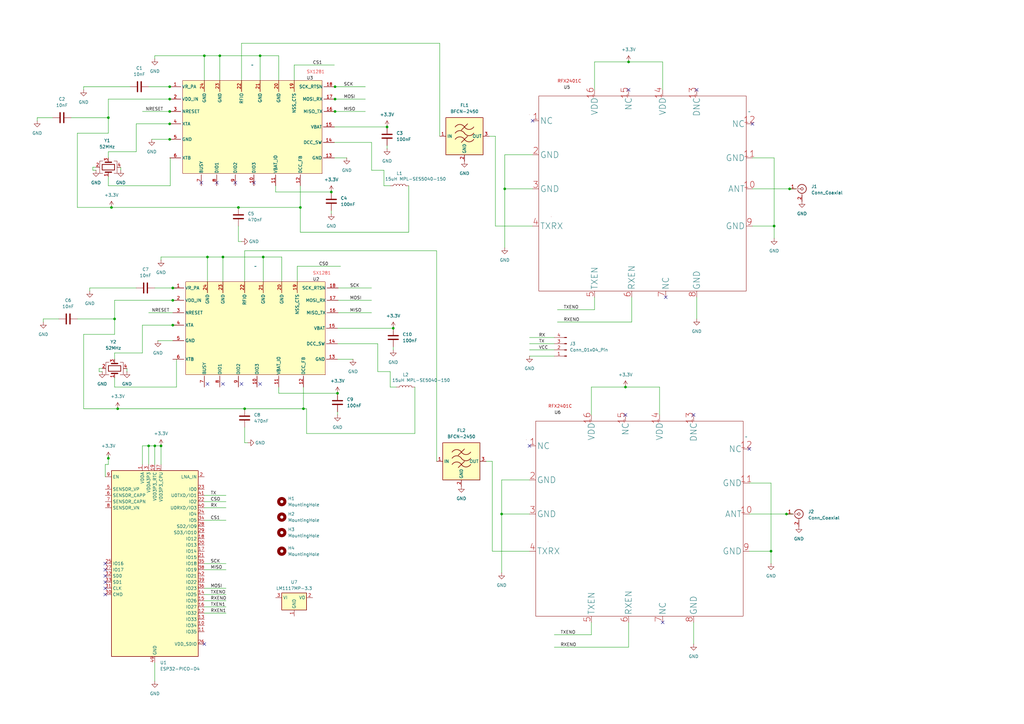
<source format=kicad_sch>
(kicad_sch
	(version 20250114)
	(generator "eeschema")
	(generator_version "9.0")
	(uuid "2c1e0aa2-2e3e-40a5-b373-68e8e4ece94f")
	(paper "A3")
	(lib_symbols
		(symbol "Connector:Conn_01x04_Pin"
			(pin_names
				(offset 1.016)
				(hide yes)
			)
			(exclude_from_sim no)
			(in_bom yes)
			(on_board yes)
			(property "Reference" "J"
				(at 0 5.08 0)
				(effects
					(font
						(size 1.27 1.27)
					)
				)
			)
			(property "Value" "Conn_01x04_Pin"
				(at 0 -7.62 0)
				(effects
					(font
						(size 1.27 1.27)
					)
				)
			)
			(property "Footprint" ""
				(at 0 0 0)
				(effects
					(font
						(size 1.27 1.27)
					)
					(hide yes)
				)
			)
			(property "Datasheet" "~"
				(at 0 0 0)
				(effects
					(font
						(size 1.27 1.27)
					)
					(hide yes)
				)
			)
			(property "Description" "Generic connector, single row, 01x04, script generated"
				(at 0 0 0)
				(effects
					(font
						(size 1.27 1.27)
					)
					(hide yes)
				)
			)
			(property "ki_locked" ""
				(at 0 0 0)
				(effects
					(font
						(size 1.27 1.27)
					)
				)
			)
			(property "ki_keywords" "connector"
				(at 0 0 0)
				(effects
					(font
						(size 1.27 1.27)
					)
					(hide yes)
				)
			)
			(property "ki_fp_filters" "Connector*:*_1x??_*"
				(at 0 0 0)
				(effects
					(font
						(size 1.27 1.27)
					)
					(hide yes)
				)
			)
			(symbol "Conn_01x04_Pin_1_1"
				(rectangle
					(start 0.8636 2.667)
					(end 0 2.413)
					(stroke
						(width 0.1524)
						(type default)
					)
					(fill
						(type outline)
					)
				)
				(rectangle
					(start 0.8636 0.127)
					(end 0 -0.127)
					(stroke
						(width 0.1524)
						(type default)
					)
					(fill
						(type outline)
					)
				)
				(rectangle
					(start 0.8636 -2.413)
					(end 0 -2.667)
					(stroke
						(width 0.1524)
						(type default)
					)
					(fill
						(type outline)
					)
				)
				(rectangle
					(start 0.8636 -4.953)
					(end 0 -5.207)
					(stroke
						(width 0.1524)
						(type default)
					)
					(fill
						(type outline)
					)
				)
				(polyline
					(pts
						(xy 1.27 2.54) (xy 0.8636 2.54)
					)
					(stroke
						(width 0.1524)
						(type default)
					)
					(fill
						(type none)
					)
				)
				(polyline
					(pts
						(xy 1.27 0) (xy 0.8636 0)
					)
					(stroke
						(width 0.1524)
						(type default)
					)
					(fill
						(type none)
					)
				)
				(polyline
					(pts
						(xy 1.27 -2.54) (xy 0.8636 -2.54)
					)
					(stroke
						(width 0.1524)
						(type default)
					)
					(fill
						(type none)
					)
				)
				(polyline
					(pts
						(xy 1.27 -5.08) (xy 0.8636 -5.08)
					)
					(stroke
						(width 0.1524)
						(type default)
					)
					(fill
						(type none)
					)
				)
				(pin passive line
					(at 5.08 2.54 180)
					(length 3.81)
					(name "Pin_1"
						(effects
							(font
								(size 1.27 1.27)
							)
						)
					)
					(number "1"
						(effects
							(font
								(size 1.27 1.27)
							)
						)
					)
				)
				(pin passive line
					(at 5.08 0 180)
					(length 3.81)
					(name "Pin_2"
						(effects
							(font
								(size 1.27 1.27)
							)
						)
					)
					(number "2"
						(effects
							(font
								(size 1.27 1.27)
							)
						)
					)
				)
				(pin passive line
					(at 5.08 -2.54 180)
					(length 3.81)
					(name "Pin_3"
						(effects
							(font
								(size 1.27 1.27)
							)
						)
					)
					(number "3"
						(effects
							(font
								(size 1.27 1.27)
							)
						)
					)
				)
				(pin passive line
					(at 5.08 -5.08 180)
					(length 3.81)
					(name "Pin_4"
						(effects
							(font
								(size 1.27 1.27)
							)
						)
					)
					(number "4"
						(effects
							(font
								(size 1.27 1.27)
							)
						)
					)
				)
			)
			(embedded_fonts no)
		)
		(symbol "Connector:Conn_Coaxial"
			(pin_names
				(offset 1.016)
				(hide yes)
			)
			(exclude_from_sim no)
			(in_bom yes)
			(on_board yes)
			(property "Reference" "J"
				(at 0.254 3.048 0)
				(effects
					(font
						(size 1.27 1.27)
					)
				)
			)
			(property "Value" "Conn_Coaxial"
				(at 2.921 0 90)
				(effects
					(font
						(size 1.27 1.27)
					)
				)
			)
			(property "Footprint" ""
				(at 0 0 0)
				(effects
					(font
						(size 1.27 1.27)
					)
					(hide yes)
				)
			)
			(property "Datasheet" "~"
				(at 0 0 0)
				(effects
					(font
						(size 1.27 1.27)
					)
					(hide yes)
				)
			)
			(property "Description" "coaxial connector (BNC, SMA, SMB, SMC, Cinch/RCA, LEMO, ...)"
				(at 0 0 0)
				(effects
					(font
						(size 1.27 1.27)
					)
					(hide yes)
				)
			)
			(property "ki_keywords" "BNC SMA SMB SMC LEMO coaxial connector CINCH RCA MCX MMCX U.FL UMRF"
				(at 0 0 0)
				(effects
					(font
						(size 1.27 1.27)
					)
					(hide yes)
				)
			)
			(property "ki_fp_filters" "*BNC* *SMA* *SMB* *SMC* *Cinch* *LEMO* *UMRF* *MCX* *U.FL*"
				(at 0 0 0)
				(effects
					(font
						(size 1.27 1.27)
					)
					(hide yes)
				)
			)
			(symbol "Conn_Coaxial_0_1"
				(polyline
					(pts
						(xy -2.54 0) (xy -0.508 0)
					)
					(stroke
						(width 0)
						(type default)
					)
					(fill
						(type none)
					)
				)
				(arc
					(start 1.778 0)
					(mid 0.222 -1.8079)
					(end -1.778 -0.508)
					(stroke
						(width 0.254)
						(type default)
					)
					(fill
						(type none)
					)
				)
				(arc
					(start -1.778 0.508)
					(mid 0.2221 1.8084)
					(end 1.778 0)
					(stroke
						(width 0.254)
						(type default)
					)
					(fill
						(type none)
					)
				)
				(circle
					(center 0 0)
					(radius 0.508)
					(stroke
						(width 0.2032)
						(type default)
					)
					(fill
						(type none)
					)
				)
				(polyline
					(pts
						(xy 0 -2.54) (xy 0 -1.778)
					)
					(stroke
						(width 0)
						(type default)
					)
					(fill
						(type none)
					)
				)
			)
			(symbol "Conn_Coaxial_1_1"
				(pin passive line
					(at -5.08 0 0)
					(length 2.54)
					(name "In"
						(effects
							(font
								(size 1.27 1.27)
							)
						)
					)
					(number "1"
						(effects
							(font
								(size 1.27 1.27)
							)
						)
					)
				)
				(pin passive line
					(at 0 -5.08 90)
					(length 2.54)
					(name "Ext"
						(effects
							(font
								(size 1.27 1.27)
							)
						)
					)
					(number "2"
						(effects
							(font
								(size 1.27 1.27)
							)
						)
					)
				)
			)
			(embedded_fonts no)
		)
		(symbol "Device:C"
			(pin_numbers
				(hide yes)
			)
			(pin_names
				(offset 0.254)
			)
			(exclude_from_sim no)
			(in_bom yes)
			(on_board yes)
			(property "Reference" "C"
				(at 0.635 2.54 0)
				(effects
					(font
						(size 1.27 1.27)
					)
					(justify left)
				)
			)
			(property "Value" "C"
				(at 0.635 -2.54 0)
				(effects
					(font
						(size 1.27 1.27)
					)
					(justify left)
				)
			)
			(property "Footprint" ""
				(at 0.9652 -3.81 0)
				(effects
					(font
						(size 1.27 1.27)
					)
					(hide yes)
				)
			)
			(property "Datasheet" "~"
				(at 0 0 0)
				(effects
					(font
						(size 1.27 1.27)
					)
					(hide yes)
				)
			)
			(property "Description" "Unpolarized capacitor"
				(at 0 0 0)
				(effects
					(font
						(size 1.27 1.27)
					)
					(hide yes)
				)
			)
			(property "ki_keywords" "cap capacitor"
				(at 0 0 0)
				(effects
					(font
						(size 1.27 1.27)
					)
					(hide yes)
				)
			)
			(property "ki_fp_filters" "C_*"
				(at 0 0 0)
				(effects
					(font
						(size 1.27 1.27)
					)
					(hide yes)
				)
			)
			(symbol "C_0_1"
				(polyline
					(pts
						(xy -2.032 0.762) (xy 2.032 0.762)
					)
					(stroke
						(width 0.508)
						(type default)
					)
					(fill
						(type none)
					)
				)
				(polyline
					(pts
						(xy -2.032 -0.762) (xy 2.032 -0.762)
					)
					(stroke
						(width 0.508)
						(type default)
					)
					(fill
						(type none)
					)
				)
			)
			(symbol "C_1_1"
				(pin passive line
					(at 0 3.81 270)
					(length 2.794)
					(name "~"
						(effects
							(font
								(size 1.27 1.27)
							)
						)
					)
					(number "1"
						(effects
							(font
								(size 1.27 1.27)
							)
						)
					)
				)
				(pin passive line
					(at 0 -3.81 90)
					(length 2.794)
					(name "~"
						(effects
							(font
								(size 1.27 1.27)
							)
						)
					)
					(number "2"
						(effects
							(font
								(size 1.27 1.27)
							)
						)
					)
				)
			)
			(embedded_fonts no)
		)
		(symbol "Device:Crystal_GND24"
			(pin_names
				(offset 1.016)
				(hide yes)
			)
			(exclude_from_sim no)
			(in_bom yes)
			(on_board yes)
			(property "Reference" "Y"
				(at 3.175 5.08 0)
				(effects
					(font
						(size 1.27 1.27)
					)
					(justify left)
				)
			)
			(property "Value" "Crystal_GND24"
				(at 3.175 3.175 0)
				(effects
					(font
						(size 1.27 1.27)
					)
					(justify left)
				)
			)
			(property "Footprint" ""
				(at 0 0 0)
				(effects
					(font
						(size 1.27 1.27)
					)
					(hide yes)
				)
			)
			(property "Datasheet" "~"
				(at 0 0 0)
				(effects
					(font
						(size 1.27 1.27)
					)
					(hide yes)
				)
			)
			(property "Description" "Four pin crystal, GND on pins 2 and 4"
				(at 0 0 0)
				(effects
					(font
						(size 1.27 1.27)
					)
					(hide yes)
				)
			)
			(property "ki_keywords" "quartz ceramic resonator oscillator"
				(at 0 0 0)
				(effects
					(font
						(size 1.27 1.27)
					)
					(hide yes)
				)
			)
			(property "ki_fp_filters" "Crystal*"
				(at 0 0 0)
				(effects
					(font
						(size 1.27 1.27)
					)
					(hide yes)
				)
			)
			(symbol "Crystal_GND24_0_1"
				(polyline
					(pts
						(xy -2.54 2.286) (xy -2.54 3.556) (xy 2.54 3.556) (xy 2.54 2.286)
					)
					(stroke
						(width 0)
						(type default)
					)
					(fill
						(type none)
					)
				)
				(polyline
					(pts
						(xy -2.54 0) (xy -2.032 0)
					)
					(stroke
						(width 0)
						(type default)
					)
					(fill
						(type none)
					)
				)
				(polyline
					(pts
						(xy -2.54 -2.286) (xy -2.54 -3.556) (xy 2.54 -3.556) (xy 2.54 -2.286)
					)
					(stroke
						(width 0)
						(type default)
					)
					(fill
						(type none)
					)
				)
				(polyline
					(pts
						(xy -2.032 -1.27) (xy -2.032 1.27)
					)
					(stroke
						(width 0.508)
						(type default)
					)
					(fill
						(type none)
					)
				)
				(rectangle
					(start -1.143 2.54)
					(end 1.143 -2.54)
					(stroke
						(width 0.3048)
						(type default)
					)
					(fill
						(type none)
					)
				)
				(polyline
					(pts
						(xy 0 3.556) (xy 0 3.81)
					)
					(stroke
						(width 0)
						(type default)
					)
					(fill
						(type none)
					)
				)
				(polyline
					(pts
						(xy 0 -3.81) (xy 0 -3.556)
					)
					(stroke
						(width 0)
						(type default)
					)
					(fill
						(type none)
					)
				)
				(polyline
					(pts
						(xy 2.032 0) (xy 2.54 0)
					)
					(stroke
						(width 0)
						(type default)
					)
					(fill
						(type none)
					)
				)
				(polyline
					(pts
						(xy 2.032 -1.27) (xy 2.032 1.27)
					)
					(stroke
						(width 0.508)
						(type default)
					)
					(fill
						(type none)
					)
				)
			)
			(symbol "Crystal_GND24_1_1"
				(pin passive line
					(at -3.81 0 0)
					(length 1.27)
					(name "1"
						(effects
							(font
								(size 1.27 1.27)
							)
						)
					)
					(number "1"
						(effects
							(font
								(size 1.27 1.27)
							)
						)
					)
				)
				(pin passive line
					(at 0 5.08 270)
					(length 1.27)
					(name "2"
						(effects
							(font
								(size 1.27 1.27)
							)
						)
					)
					(number "2"
						(effects
							(font
								(size 1.27 1.27)
							)
						)
					)
				)
				(pin passive line
					(at 0 -5.08 90)
					(length 1.27)
					(name "4"
						(effects
							(font
								(size 1.27 1.27)
							)
						)
					)
					(number "4"
						(effects
							(font
								(size 1.27 1.27)
							)
						)
					)
				)
				(pin passive line
					(at 3.81 0 180)
					(length 1.27)
					(name "3"
						(effects
							(font
								(size 1.27 1.27)
							)
						)
					)
					(number "3"
						(effects
							(font
								(size 1.27 1.27)
							)
						)
					)
				)
			)
			(embedded_fonts no)
		)
		(symbol "Device:L"
			(pin_numbers
				(hide yes)
			)
			(pin_names
				(offset 1.016)
				(hide yes)
			)
			(exclude_from_sim no)
			(in_bom yes)
			(on_board yes)
			(property "Reference" "L"
				(at -1.27 0 90)
				(effects
					(font
						(size 1.27 1.27)
					)
				)
			)
			(property "Value" "L"
				(at 1.905 0 90)
				(effects
					(font
						(size 1.27 1.27)
					)
				)
			)
			(property "Footprint" ""
				(at 0 0 0)
				(effects
					(font
						(size 1.27 1.27)
					)
					(hide yes)
				)
			)
			(property "Datasheet" "~"
				(at 0 0 0)
				(effects
					(font
						(size 1.27 1.27)
					)
					(hide yes)
				)
			)
			(property "Description" "Inductor"
				(at 0 0 0)
				(effects
					(font
						(size 1.27 1.27)
					)
					(hide yes)
				)
			)
			(property "ki_keywords" "inductor choke coil reactor magnetic"
				(at 0 0 0)
				(effects
					(font
						(size 1.27 1.27)
					)
					(hide yes)
				)
			)
			(property "ki_fp_filters" "Choke_* *Coil* Inductor_* L_*"
				(at 0 0 0)
				(effects
					(font
						(size 1.27 1.27)
					)
					(hide yes)
				)
			)
			(symbol "L_0_1"
				(arc
					(start 0 2.54)
					(mid 0.6323 1.905)
					(end 0 1.27)
					(stroke
						(width 0)
						(type default)
					)
					(fill
						(type none)
					)
				)
				(arc
					(start 0 1.27)
					(mid 0.6323 0.635)
					(end 0 0)
					(stroke
						(width 0)
						(type default)
					)
					(fill
						(type none)
					)
				)
				(arc
					(start 0 0)
					(mid 0.6323 -0.635)
					(end 0 -1.27)
					(stroke
						(width 0)
						(type default)
					)
					(fill
						(type none)
					)
				)
				(arc
					(start 0 -1.27)
					(mid 0.6323 -1.905)
					(end 0 -2.54)
					(stroke
						(width 0)
						(type default)
					)
					(fill
						(type none)
					)
				)
			)
			(symbol "L_1_1"
				(pin passive line
					(at 0 3.81 270)
					(length 1.27)
					(name "1"
						(effects
							(font
								(size 1.27 1.27)
							)
						)
					)
					(number "1"
						(effects
							(font
								(size 1.27 1.27)
							)
						)
					)
				)
				(pin passive line
					(at 0 -3.81 90)
					(length 1.27)
					(name "2"
						(effects
							(font
								(size 1.27 1.27)
							)
						)
					)
					(number "2"
						(effects
							(font
								(size 1.27 1.27)
							)
						)
					)
				)
			)
			(embedded_fonts no)
		)
		(symbol "MCU_Espressif:ESP32-PICO-D4"
			(exclude_from_sim no)
			(in_bom yes)
			(on_board yes)
			(property "Reference" "U"
				(at -17.78 39.37 0)
				(effects
					(font
						(size 1.27 1.27)
					)
					(justify left)
				)
			)
			(property "Value" "ESP32-PICO-D4"
				(at 3.81 39.37 0)
				(effects
					(font
						(size 1.27 1.27)
					)
					(justify left)
				)
			)
			(property "Footprint" "Package_DFN_QFN:QFN-48-1EP_7x7mm_P0.5mm_EP5.3x5.3mm"
				(at 31.75 -39.37 0)
				(effects
					(font
						(size 1.27 1.27)
					)
					(hide yes)
				)
			)
			(property "Datasheet" "https://www.espressif.com/sites/default/files/documentation/esp32-pico-d4_datasheet_en.pdf"
				(at 0 0 0)
				(effects
					(font
						(size 1.27 1.27)
					)
					(hide yes)
				)
			)
			(property "Description" "RF Module, ESP32 SoC, Wi-Fi 802.11b/g/n, Bluetooth, BLE, 32-bit, 2.7-3.6V, external antenna, QFN-48"
				(at 0 0 0)
				(effects
					(font
						(size 1.27 1.27)
					)
					(hide yes)
				)
			)
			(property "ki_keywords" "RF Radio BT ESP ESP32 Espressif external antenna"
				(at 0 0 0)
				(effects
					(font
						(size 1.27 1.27)
					)
					(hide yes)
				)
			)
			(property "ki_fp_filters" "QFN*1EP*7x7mm*P0.5mm*"
				(at 0 0 0)
				(effects
					(font
						(size 1.27 1.27)
					)
					(hide yes)
				)
			)
			(symbol "ESP32-PICO-D4_0_0"
				(pin input line
					(at -20.32 35.56 0)
					(length 2.54)
					(name "EN"
						(effects
							(font
								(size 1.27 1.27)
							)
						)
					)
					(number "9"
						(effects
							(font
								(size 1.27 1.27)
							)
						)
					)
				)
				(pin input line
					(at -20.32 30.48 0)
					(length 2.54)
					(name "SENSOR_VP"
						(effects
							(font
								(size 1.27 1.27)
							)
						)
					)
					(number "5"
						(effects
							(font
								(size 1.27 1.27)
							)
						)
					)
				)
				(pin input line
					(at -20.32 27.94 0)
					(length 2.54)
					(name "SENSOR_CAPP"
						(effects
							(font
								(size 1.27 1.27)
							)
						)
					)
					(number "6"
						(effects
							(font
								(size 1.27 1.27)
							)
						)
					)
				)
				(pin input line
					(at -20.32 25.4 0)
					(length 2.54)
					(name "SENSOR_CAPN"
						(effects
							(font
								(size 1.27 1.27)
							)
						)
					)
					(number "7"
						(effects
							(font
								(size 1.27 1.27)
							)
						)
					)
				)
				(pin input line
					(at -20.32 22.86 0)
					(length 2.54)
					(name "SENSOR_VN"
						(effects
							(font
								(size 1.27 1.27)
							)
						)
					)
					(number "8"
						(effects
							(font
								(size 1.27 1.27)
							)
						)
					)
				)
				(pin bidirectional line
					(at -20.32 0 0)
					(length 2.54)
					(name "IO16"
						(effects
							(font
								(size 1.27 1.27)
							)
						)
					)
					(number "25"
						(effects
							(font
								(size 1.27 1.27)
							)
						)
					)
				)
				(pin bidirectional line
					(at -20.32 -2.54 0)
					(length 2.54)
					(name "IO17"
						(effects
							(font
								(size 1.27 1.27)
							)
						)
					)
					(number "27"
						(effects
							(font
								(size 1.27 1.27)
							)
						)
					)
				)
				(pin bidirectional line
					(at -20.32 -5.08 0)
					(length 2.54)
					(name "SD0"
						(effects
							(font
								(size 1.27 1.27)
							)
						)
					)
					(number "32"
						(effects
							(font
								(size 1.27 1.27)
							)
						)
					)
				)
				(pin bidirectional line
					(at -20.32 -7.62 0)
					(length 2.54)
					(name "SD1"
						(effects
							(font
								(size 1.27 1.27)
							)
						)
					)
					(number "33"
						(effects
							(font
								(size 1.27 1.27)
							)
						)
					)
				)
				(pin bidirectional line
					(at -20.32 -10.16 0)
					(length 2.54)
					(name "CLK"
						(effects
							(font
								(size 1.27 1.27)
							)
						)
					)
					(number "31"
						(effects
							(font
								(size 1.27 1.27)
							)
						)
					)
				)
				(pin bidirectional line
					(at -20.32 -12.7 0)
					(length 2.54)
					(name "CMD"
						(effects
							(font
								(size 1.27 1.27)
							)
						)
					)
					(number "30"
						(effects
							(font
								(size 1.27 1.27)
							)
						)
					)
				)
				(pin no_connect line
					(at -17.78 -25.4 0)
					(length 2.54)
					(hide yes)
					(name "XTAL_N_NC"
						(effects
							(font
								(size 1.27 1.27)
							)
						)
					)
					(number "44"
						(effects
							(font
								(size 1.27 1.27)
							)
						)
					)
				)
				(pin no_connect line
					(at -17.78 -27.94 0)
					(length 2.54)
					(hide yes)
					(name "XTAL_P_NC"
						(effects
							(font
								(size 1.27 1.27)
							)
						)
					)
					(number "45"
						(effects
							(font
								(size 1.27 1.27)
							)
						)
					)
				)
				(pin no_connect line
					(at -17.78 -30.48 0)
					(length 2.54)
					(hide yes)
					(name "CAP2_NC"
						(effects
							(font
								(size 1.27 1.27)
							)
						)
					)
					(number "47"
						(effects
							(font
								(size 1.27 1.27)
							)
						)
					)
				)
				(pin no_connect line
					(at -17.78 -33.02 0)
					(length 2.54)
					(hide yes)
					(name "CAP1_NC"
						(effects
							(font
								(size 1.27 1.27)
							)
						)
					)
					(number "48"
						(effects
							(font
								(size 1.27 1.27)
							)
						)
					)
				)
				(pin power_in line
					(at -5.08 40.64 270)
					(length 2.54)
					(name "VDDA"
						(effects
							(font
								(size 1.27 1.27)
							)
						)
					)
					(number "1"
						(effects
							(font
								(size 1.27 1.27)
							)
						)
					)
				)
				(pin passive line
					(at -5.08 40.64 270)
					(length 2.54)
					(hide yes)
					(name "VDDA"
						(effects
							(font
								(size 1.27 1.27)
							)
						)
					)
					(number "43"
						(effects
							(font
								(size 1.27 1.27)
							)
						)
					)
				)
				(pin passive line
					(at -5.08 40.64 270)
					(length 2.54)
					(hide yes)
					(name "VDDA"
						(effects
							(font
								(size 1.27 1.27)
							)
						)
					)
					(number "46"
						(effects
							(font
								(size 1.27 1.27)
							)
						)
					)
				)
				(pin power_in line
					(at -2.54 40.64 270)
					(length 2.54)
					(name "VDDA3P3"
						(effects
							(font
								(size 1.27 1.27)
							)
						)
					)
					(number "3"
						(effects
							(font
								(size 1.27 1.27)
							)
						)
					)
				)
				(pin passive line
					(at -2.54 40.64 270)
					(length 2.54)
					(hide yes)
					(name "VDDA3P3"
						(effects
							(font
								(size 1.27 1.27)
							)
						)
					)
					(number "4"
						(effects
							(font
								(size 1.27 1.27)
							)
						)
					)
				)
				(pin power_in line
					(at 0 40.64 270)
					(length 2.54)
					(name "VDD3P3_RTC"
						(effects
							(font
								(size 1.27 1.27)
							)
						)
					)
					(number "19"
						(effects
							(font
								(size 1.27 1.27)
							)
						)
					)
				)
				(pin power_in line
					(at 0 -40.64 90)
					(length 2.54)
					(name "GND"
						(effects
							(font
								(size 1.27 1.27)
							)
						)
					)
					(number "49"
						(effects
							(font
								(size 1.27 1.27)
							)
						)
					)
				)
				(pin power_in line
					(at 2.54 40.64 270)
					(length 2.54)
					(name "VDD3P3_CPU"
						(effects
							(font
								(size 1.27 1.27)
							)
						)
					)
					(number "37"
						(effects
							(font
								(size 1.27 1.27)
							)
						)
					)
				)
				(pin bidirectional line
					(at 20.32 35.56 180)
					(length 2.54)
					(name "LNA_IN"
						(effects
							(font
								(size 1.27 1.27)
							)
						)
					)
					(number "2"
						(effects
							(font
								(size 1.27 1.27)
							)
						)
					)
				)
				(pin bidirectional line
					(at 20.32 30.48 180)
					(length 2.54)
					(name "IO0"
						(effects
							(font
								(size 1.27 1.27)
							)
						)
					)
					(number "23"
						(effects
							(font
								(size 1.27 1.27)
							)
						)
					)
				)
				(pin bidirectional line
					(at 20.32 27.94 180)
					(length 2.54)
					(name "U0TXD/IO1"
						(effects
							(font
								(size 1.27 1.27)
							)
						)
					)
					(number "41"
						(effects
							(font
								(size 1.27 1.27)
							)
						)
					)
				)
				(pin bidirectional line
					(at 20.32 25.4 180)
					(length 2.54)
					(name "IO2"
						(effects
							(font
								(size 1.27 1.27)
							)
						)
					)
					(number "22"
						(effects
							(font
								(size 1.27 1.27)
							)
						)
					)
				)
				(pin bidirectional line
					(at 20.32 22.86 180)
					(length 2.54)
					(name "U0RXD/IO3"
						(effects
							(font
								(size 1.27 1.27)
							)
						)
					)
					(number "40"
						(effects
							(font
								(size 1.27 1.27)
							)
						)
					)
				)
				(pin bidirectional line
					(at 20.32 20.32 180)
					(length 2.54)
					(name "IO4"
						(effects
							(font
								(size 1.27 1.27)
							)
						)
					)
					(number "24"
						(effects
							(font
								(size 1.27 1.27)
							)
						)
					)
				)
				(pin bidirectional line
					(at 20.32 17.78 180)
					(length 2.54)
					(name "IO5"
						(effects
							(font
								(size 1.27 1.27)
							)
						)
					)
					(number "34"
						(effects
							(font
								(size 1.27 1.27)
							)
						)
					)
				)
				(pin bidirectional line
					(at 20.32 15.24 180)
					(length 2.54)
					(name "SD2/IO9"
						(effects
							(font
								(size 1.27 1.27)
							)
						)
					)
					(number "28"
						(effects
							(font
								(size 1.27 1.27)
							)
						)
					)
				)
				(pin bidirectional line
					(at 20.32 12.7 180)
					(length 2.54)
					(name "SD3/IO10"
						(effects
							(font
								(size 1.27 1.27)
							)
						)
					)
					(number "29"
						(effects
							(font
								(size 1.27 1.27)
							)
						)
					)
				)
				(pin bidirectional line
					(at 20.32 10.16 180)
					(length 2.54)
					(name "IO12"
						(effects
							(font
								(size 1.27 1.27)
							)
						)
					)
					(number "18"
						(effects
							(font
								(size 1.27 1.27)
							)
						)
					)
				)
				(pin bidirectional line
					(at 20.32 7.62 180)
					(length 2.54)
					(name "IO13"
						(effects
							(font
								(size 1.27 1.27)
							)
						)
					)
					(number "20"
						(effects
							(font
								(size 1.27 1.27)
							)
						)
					)
				)
				(pin bidirectional line
					(at 20.32 5.08 180)
					(length 2.54)
					(name "IO14"
						(effects
							(font
								(size 1.27 1.27)
							)
						)
					)
					(number "17"
						(effects
							(font
								(size 1.27 1.27)
							)
						)
					)
				)
				(pin bidirectional line
					(at 20.32 2.54 180)
					(length 2.54)
					(name "IO15"
						(effects
							(font
								(size 1.27 1.27)
							)
						)
					)
					(number "21"
						(effects
							(font
								(size 1.27 1.27)
							)
						)
					)
				)
				(pin bidirectional line
					(at 20.32 0 180)
					(length 2.54)
					(name "IO18"
						(effects
							(font
								(size 1.27 1.27)
							)
						)
					)
					(number "35"
						(effects
							(font
								(size 1.27 1.27)
							)
						)
					)
				)
				(pin bidirectional line
					(at 20.32 -2.54 180)
					(length 2.54)
					(name "IO19"
						(effects
							(font
								(size 1.27 1.27)
							)
						)
					)
					(number "38"
						(effects
							(font
								(size 1.27 1.27)
							)
						)
					)
				)
				(pin bidirectional line
					(at 20.32 -5.08 180)
					(length 2.54)
					(name "IO21"
						(effects
							(font
								(size 1.27 1.27)
							)
						)
					)
					(number "42"
						(effects
							(font
								(size 1.27 1.27)
							)
						)
					)
				)
				(pin bidirectional line
					(at 20.32 -7.62 180)
					(length 2.54)
					(name "IO22"
						(effects
							(font
								(size 1.27 1.27)
							)
						)
					)
					(number "39"
						(effects
							(font
								(size 1.27 1.27)
							)
						)
					)
				)
				(pin bidirectional line
					(at 20.32 -10.16 180)
					(length 2.54)
					(name "IO23"
						(effects
							(font
								(size 1.27 1.27)
							)
						)
					)
					(number "36"
						(effects
							(font
								(size 1.27 1.27)
							)
						)
					)
				)
				(pin bidirectional line
					(at 20.32 -12.7 180)
					(length 2.54)
					(name "IO25"
						(effects
							(font
								(size 1.27 1.27)
							)
						)
					)
					(number "14"
						(effects
							(font
								(size 1.27 1.27)
							)
						)
					)
				)
				(pin bidirectional line
					(at 20.32 -15.24 180)
					(length 2.54)
					(name "IO26"
						(effects
							(font
								(size 1.27 1.27)
							)
						)
					)
					(number "15"
						(effects
							(font
								(size 1.27 1.27)
							)
						)
					)
				)
				(pin bidirectional line
					(at 20.32 -17.78 180)
					(length 2.54)
					(name "IO27"
						(effects
							(font
								(size 1.27 1.27)
							)
						)
					)
					(number "16"
						(effects
							(font
								(size 1.27 1.27)
							)
						)
					)
				)
				(pin bidirectional line
					(at 20.32 -20.32 180)
					(length 2.54)
					(name "IO32"
						(effects
							(font
								(size 1.27 1.27)
							)
						)
					)
					(number "12"
						(effects
							(font
								(size 1.27 1.27)
							)
						)
					)
				)
				(pin bidirectional line
					(at 20.32 -22.86 180)
					(length 2.54)
					(name "IO33"
						(effects
							(font
								(size 1.27 1.27)
							)
						)
					)
					(number "13"
						(effects
							(font
								(size 1.27 1.27)
							)
						)
					)
				)
				(pin input line
					(at 20.32 -25.4 180)
					(length 2.54)
					(name "IO34"
						(effects
							(font
								(size 1.27 1.27)
							)
						)
					)
					(number "10"
						(effects
							(font
								(size 1.27 1.27)
							)
						)
					)
				)
				(pin input line
					(at 20.32 -27.94 180)
					(length 2.54)
					(name "IO35"
						(effects
							(font
								(size 1.27 1.27)
							)
						)
					)
					(number "11"
						(effects
							(font
								(size 1.27 1.27)
							)
						)
					)
				)
				(pin power_out line
					(at 20.32 -33.02 180)
					(length 2.54)
					(name "VDD_SDIO"
						(effects
							(font
								(size 1.27 1.27)
							)
						)
					)
					(number "26"
						(effects
							(font
								(size 1.27 1.27)
							)
						)
					)
				)
			)
			(symbol "ESP32-PICO-D4_0_1"
				(rectangle
					(start -17.78 38.1)
					(end 17.78 -38.1)
					(stroke
						(width 0.254)
						(type default)
					)
					(fill
						(type background)
					)
				)
			)
			(embedded_fonts no)
		)
		(symbol "Mechanical:MountingHole"
			(pin_names
				(offset 1.016)
			)
			(exclude_from_sim no)
			(in_bom no)
			(on_board yes)
			(property "Reference" "H"
				(at 0 5.08 0)
				(effects
					(font
						(size 1.27 1.27)
					)
				)
			)
			(property "Value" "MountingHole"
				(at 0 3.175 0)
				(effects
					(font
						(size 1.27 1.27)
					)
				)
			)
			(property "Footprint" ""
				(at 0 0 0)
				(effects
					(font
						(size 1.27 1.27)
					)
					(hide yes)
				)
			)
			(property "Datasheet" "~"
				(at 0 0 0)
				(effects
					(font
						(size 1.27 1.27)
					)
					(hide yes)
				)
			)
			(property "Description" "Mounting Hole without connection"
				(at 0 0 0)
				(effects
					(font
						(size 1.27 1.27)
					)
					(hide yes)
				)
			)
			(property "ki_keywords" "mounting hole"
				(at 0 0 0)
				(effects
					(font
						(size 1.27 1.27)
					)
					(hide yes)
				)
			)
			(property "ki_fp_filters" "MountingHole*"
				(at 0 0 0)
				(effects
					(font
						(size 1.27 1.27)
					)
					(hide yes)
				)
			)
			(symbol "MountingHole_0_1"
				(circle
					(center 0 0)
					(radius 1.27)
					(stroke
						(width 1.27)
						(type default)
					)
					(fill
						(type none)
					)
				)
			)
			(embedded_fonts no)
		)
		(symbol "New_Library:RF2401C"
			(exclude_from_sim no)
			(in_bom yes)
			(on_board yes)
			(property "Reference" "U"
				(at -90.17 -13.97 0)
				(effects
					(font
						(size 1.27 1.27)
					)
					(hide yes)
				)
			)
			(property "Value" ""
				(at 0 0 0)
				(effects
					(font
						(size 1.27 1.27)
					)
				)
			)
			(property "Footprint" ""
				(at 0 0 0)
				(effects
					(font
						(size 1.27 1.27)
					)
					(hide yes)
				)
			)
			(property "Datasheet" ""
				(at 0 0 0)
				(effects
					(font
						(size 1.27 1.27)
					)
					(hide yes)
				)
			)
			(property "Description" ""
				(at 0 0 0)
				(effects
					(font
						(size 1.27 1.27)
					)
					(hide yes)
				)
			)
			(symbol "RF2401C_0_1"
				(rectangle
					(start -97.79 27.94)
					(end -97.79 27.94)
					(stroke
						(width 0)
						(type default)
					)
					(fill
						(type none)
					)
				)
				(rectangle
					(start -95.25 27.94)
					(end -95.25 27.94)
					(stroke
						(width 0)
						(type default)
					)
					(fill
						(type none)
					)
				)
				(rectangle
					(start -93.98 35.56)
					(end -8.89 -44.45)
					(stroke
						(width 0)
						(type default)
					)
					(fill
						(type none)
					)
				)
				(rectangle
					(start -88.9 -13.97)
					(end -88.9 -13.97)
					(stroke
						(width 0)
						(type default)
					)
					(fill
						(type none)
					)
				)
			)
			(symbol "RF2401C_1_1"
				(pin input line
					(at -96.52 25.4 0)
					(length 2.54)
					(name "NC"
						(effects
							(font
								(size 2.54 2.54)
							)
						)
					)
					(number "1"
						(effects
							(font
								(size 2.54 2.54)
							)
						)
					)
				)
				(pin input line
					(at -96.52 11.43 0)
					(length 2.54)
					(name "GND"
						(effects
							(font
								(size 2.54 2.54)
							)
						)
					)
					(number "2"
						(effects
							(font
								(size 2.54 2.54)
							)
						)
					)
				)
				(pin input line
					(at -96.52 -2.54 0)
					(length 2.54)
					(name "GND"
						(effects
							(font
								(size 2.54 2.54)
							)
						)
					)
					(number "3"
						(effects
							(font
								(size 2.54 2.54)
							)
						)
					)
				)
				(pin input line
					(at -96.52 -17.78 0)
					(length 2.54)
					(name "TXRX"
						(effects
							(font
								(size 2.54 2.54)
							)
						)
					)
					(number "4"
						(effects
							(font
								(size 2.54 2.54)
							)
						)
					)
				)
				(pin input line
					(at -71.12 38.1 270)
					(length 2.54)
					(name "VDD"
						(effects
							(font
								(size 2.54 2.54)
							)
						)
					)
					(number "16"
						(effects
							(font
								(size 2.54 2.54)
							)
						)
					)
				)
				(pin input line
					(at -71.12 -46.99 90)
					(length 2.54)
					(name "TXEN"
						(effects
							(font
								(size 2.54 2.54)
							)
						)
					)
					(number "5"
						(effects
							(font
								(size 2.54 2.54)
							)
						)
					)
				)
				(pin input line
					(at -57.15 38.1 270)
					(length 2.54)
					(name "NC"
						(effects
							(font
								(size 2.54 2.54)
							)
						)
					)
					(number "15"
						(effects
							(font
								(size 2.54 2.54)
							)
						)
					)
				)
				(pin input line
					(at -55.88 -46.99 90)
					(length 2.54)
					(name "RXEN"
						(effects
							(font
								(size 2.54 2.54)
							)
						)
					)
					(number "6"
						(effects
							(font
								(size 2.54 2.54)
							)
						)
					)
				)
				(pin input line
					(at -43.18 38.1 270)
					(length 2.54)
					(name "VDD"
						(effects
							(font
								(size 2.54 2.54)
							)
						)
					)
					(number "14"
						(effects
							(font
								(size 2.54 2.54)
							)
						)
					)
				)
				(pin input line
					(at -41.91 -46.99 90)
					(length 2.54)
					(name "NC"
						(effects
							(font
								(size 2.54 2.54)
							)
						)
					)
					(number "7"
						(effects
							(font
								(size 2.54 2.54)
							)
						)
					)
				)
				(pin input line
					(at -29.21 38.1 270)
					(length 2.54)
					(name "DNC"
						(effects
							(font
								(size 2.54 2.54)
							)
						)
					)
					(number "13"
						(effects
							(font
								(size 2.54 2.54)
							)
						)
					)
				)
				(pin input line
					(at -29.21 -46.99 90)
					(length 2.54)
					(name "GND"
						(effects
							(font
								(size 2.54 2.54)
							)
						)
					)
					(number "8"
						(effects
							(font
								(size 2.54 2.54)
							)
						)
					)
				)
				(pin input line
					(at -6.35 24.13 180)
					(length 2.54)
					(name "NC"
						(effects
							(font
								(size 2.54 2.54)
							)
						)
					)
					(number "12"
						(effects
							(font
								(size 2.54 2.54)
							)
						)
					)
				)
				(pin input line
					(at -6.35 10.16 180)
					(length 2.54)
					(name "GND"
						(effects
							(font
								(size 2.54 2.54)
							)
						)
					)
					(number "11"
						(effects
							(font
								(size 2.54 2.54)
							)
						)
					)
				)
				(pin input line
					(at -6.35 -2.54 180)
					(length 2.54)
					(name "ANT"
						(effects
							(font
								(size 2.54 2.54)
							)
						)
					)
					(number "10"
						(effects
							(font
								(size 2.54 2.54)
							)
						)
					)
				)
				(pin input line
					(at -6.35 -17.78 180)
					(length 2.54)
					(name "GND"
						(effects
							(font
								(size 2.54 2.54)
							)
						)
					)
					(number "9"
						(effects
							(font
								(size 2.54 2.54)
							)
						)
					)
				)
			)
			(embedded_fonts no)
		)
		(symbol "RF_Filter:BFCN-2450"
			(exclude_from_sim no)
			(in_bom yes)
			(on_board yes)
			(property "Reference" "FL"
				(at 0 10.795 0)
				(effects
					(font
						(size 1.27 1.27)
					)
				)
			)
			(property "Value" "BFCN-2450"
				(at 0 8.89 0)
				(effects
					(font
						(size 1.27 1.27)
					)
				)
			)
			(property "Footprint" "Filter:Filter_Mini-Circuits_FV1206-4"
				(at 0 12.7 0)
				(effects
					(font
						(size 1.27 1.27)
					)
					(hide yes)
				)
			)
			(property "Datasheet" "https://www.minicircuits.com/pdfs/BFCN-2450+.pdf"
				(at 0 2.54 0)
				(effects
					(font
						(size 1.27 1.27)
					)
					(hide yes)
				)
			)
			(property "Description" "2400-2550MHz 50 Ohm Passive Band Pass Filter, FV1206-4"
				(at 0 0 0)
				(effects
					(font
						(size 1.27 1.27)
					)
					(hide yes)
				)
			)
			(property "ki_keywords" "Mini-Circuits band pass filter"
				(at 0 0 0)
				(effects
					(font
						(size 1.27 1.27)
					)
					(hide yes)
				)
			)
			(property "ki_fp_filters" "Filter*Mini?Circuits*FV1206?4*"
				(at 0 0 0)
				(effects
					(font
						(size 1.27 1.27)
					)
					(hide yes)
				)
			)
			(symbol "BFCN-2450_0_1"
				(rectangle
					(start -7.62 7.62)
					(end 7.62 -7.62)
					(stroke
						(width 0.254)
						(type default)
					)
					(fill
						(type background)
					)
				)
				(arc
					(start -3.81 3.81)
					(mid -1.905 4.8295)
					(end 0 3.81)
					(stroke
						(width 0.254)
						(type default)
					)
					(fill
						(type none)
					)
				)
				(arc
					(start -3.81 1.27)
					(mid -1.905 2.2895)
					(end 0 1.27)
					(stroke
						(width 0.254)
						(type default)
					)
					(fill
						(type none)
					)
				)
				(arc
					(start -3.81 -1.27)
					(mid -1.905 -0.2505)
					(end 0 -1.27)
					(stroke
						(width 0.254)
						(type default)
					)
					(fill
						(type none)
					)
				)
				(polyline
					(pts
						(xy -1.27 2.54) (xy 1.27 5.08)
					)
					(stroke
						(width 0.254)
						(type default)
					)
					(fill
						(type none)
					)
				)
				(polyline
					(pts
						(xy -1.27 -2.54) (xy 1.27 0)
					)
					(stroke
						(width 0.254)
						(type default)
					)
					(fill
						(type none)
					)
				)
				(arc
					(start 3.81 3.81)
					(mid 1.905 2.7905)
					(end 0 3.81)
					(stroke
						(width 0.254)
						(type default)
					)
					(fill
						(type none)
					)
				)
				(arc
					(start 3.81 1.27)
					(mid 1.905 0.2505)
					(end 0 1.27)
					(stroke
						(width 0.254)
						(type default)
					)
					(fill
						(type none)
					)
				)
				(arc
					(start 3.81 -1.27)
					(mid 1.905 -2.2895)
					(end 0 -1.27)
					(stroke
						(width 0.254)
						(type default)
					)
					(fill
						(type none)
					)
				)
			)
			(symbol "BFCN-2450_1_1"
				(pin passive line
					(at -10.16 0 0)
					(length 2.54)
					(name "IN"
						(effects
							(font
								(size 1.27 1.27)
							)
						)
					)
					(number "1"
						(effects
							(font
								(size 1.27 1.27)
							)
						)
					)
				)
				(pin passive line
					(at 0 -10.16 90)
					(length 2.54)
					(name "GND"
						(effects
							(font
								(size 1.27 1.27)
							)
						)
					)
					(number "2"
						(effects
							(font
								(size 1.27 1.27)
							)
						)
					)
				)
				(pin passive line
					(at 0 -10.16 90)
					(length 2.54)
					(hide yes)
					(name "GND"
						(effects
							(font
								(size 1.27 1.27)
							)
						)
					)
					(number "4"
						(effects
							(font
								(size 1.27 1.27)
							)
						)
					)
				)
				(pin passive line
					(at 10.16 0 180)
					(length 2.54)
					(name "OUT"
						(effects
							(font
								(size 1.27 1.27)
							)
						)
					)
					(number "3"
						(effects
							(font
								(size 1.27 1.27)
							)
						)
					)
				)
			)
			(embedded_fonts no)
		)
		(symbol "Regulator_Linear:LM1117MP-3.3"
			(exclude_from_sim no)
			(in_bom yes)
			(on_board yes)
			(property "Reference" "U"
				(at -3.81 3.175 0)
				(effects
					(font
						(size 1.27 1.27)
					)
				)
			)
			(property "Value" "LM1117MP-3.3"
				(at 0 3.175 0)
				(effects
					(font
						(size 1.27 1.27)
					)
					(justify left)
				)
			)
			(property "Footprint" "Package_TO_SOT_SMD:SOT-223-3_TabPin2"
				(at 0 0 0)
				(effects
					(font
						(size 1.27 1.27)
					)
					(hide yes)
				)
			)
			(property "Datasheet" "http://www.ti.com/lit/ds/symlink/lm1117.pdf"
				(at 0 0 0)
				(effects
					(font
						(size 1.27 1.27)
					)
					(hide yes)
				)
			)
			(property "Description" "800mA Low-Dropout Linear Regulator, 3.3V fixed output, SOT-223"
				(at 0 0 0)
				(effects
					(font
						(size 1.27 1.27)
					)
					(hide yes)
				)
			)
			(property "ki_keywords" "linear regulator ldo fixed positive"
				(at 0 0 0)
				(effects
					(font
						(size 1.27 1.27)
					)
					(hide yes)
				)
			)
			(property "ki_fp_filters" "SOT?223*"
				(at 0 0 0)
				(effects
					(font
						(size 1.27 1.27)
					)
					(hide yes)
				)
			)
			(symbol "LM1117MP-3.3_0_1"
				(rectangle
					(start -5.08 -5.08)
					(end 5.08 1.905)
					(stroke
						(width 0.254)
						(type default)
					)
					(fill
						(type background)
					)
				)
			)
			(symbol "LM1117MP-3.3_1_1"
				(pin power_in line
					(at -7.62 0 0)
					(length 2.54)
					(name "VI"
						(effects
							(font
								(size 1.27 1.27)
							)
						)
					)
					(number "3"
						(effects
							(font
								(size 1.27 1.27)
							)
						)
					)
				)
				(pin power_in line
					(at 0 -7.62 90)
					(length 2.54)
					(name "GND"
						(effects
							(font
								(size 1.27 1.27)
							)
						)
					)
					(number "1"
						(effects
							(font
								(size 1.27 1.27)
							)
						)
					)
				)
				(pin power_out line
					(at 7.62 0 180)
					(length 2.54)
					(name "VO"
						(effects
							(font
								(size 1.27 1.27)
							)
						)
					)
					(number "2"
						(effects
							(font
								(size 1.27 1.27)
							)
						)
					)
				)
			)
			(embedded_fonts no)
		)
		(symbol "SX1281_1"
			(exclude_from_sim no)
			(in_bom yes)
			(on_board yes)
			(property "Reference" "U2"
				(at 0 0 0)
				(effects
					(font
						(size 1.27 1.27)
					)
					(hide yes)
				)
			)
			(property "Value" "~"
				(at -3.175 6.35 0)
				(effects
					(font
						(size 1.27 1.27)
					)
				)
			)
			(property "Footprint" ""
				(at 0 0 0)
				(effects
					(font
						(size 1.27 1.27)
					)
					(hide yes)
				)
			)
			(property "Datasheet" ""
				(at 0 0 0)
				(effects
					(font
						(size 1.27 1.27)
					)
					(hide yes)
				)
			)
			(property "Description" ""
				(at 0 0 0)
				(effects
					(font
						(size 1.27 1.27)
					)
					(hide yes)
				)
			)
			(symbol "SX1281_1_0_1"
				(rectangle
					(start 25.4 -38.1)
					(end 25.4 -38.1)
					(stroke
						(width 0)
						(type default)
					)
					(fill
						(type none)
					)
				)
				(rectangle
					(start 25.4 -38.1)
					(end 25.4 -38.1)
					(stroke
						(width 0)
						(type default)
					)
					(fill
						(type none)
					)
				)
				(rectangle
					(start 25.4 -38.1)
					(end 25.4 -38.1)
					(stroke
						(width 0)
						(type default)
					)
					(fill
						(type none)
					)
				)
			)
			(symbol "SX1281_1_1_1"
				(rectangle
					(start -31.75 0)
					(end 25.4 -38.1)
					(stroke
						(width 0)
						(type solid)
					)
					(fill
						(type background)
					)
				)
				(pin input line
					(at -37.084 -2.54 0)
					(length 4.572)
					(name "VR_PA"
						(effects
							(font
								(size 1.27 1.27)
							)
						)
					)
					(number "1"
						(effects
							(font
								(size 1.27 1.27)
							)
						)
					)
				)
				(pin input line
					(at -37.084 -7.62 0)
					(length 4.572)
					(name "VDD_IN"
						(effects
							(font
								(size 1.27 1.27)
							)
						)
					)
					(number "2"
						(effects
							(font
								(size 1.27 1.27)
							)
						)
					)
				)
				(pin input line
					(at -37.084 -12.7 0)
					(length 4.572)
					(name "NRESET"
						(effects
							(font
								(size 1.27 1.27)
							)
						)
					)
					(number "3"
						(effects
							(font
								(size 1.27 1.27)
							)
						)
					)
				)
				(pin input line
					(at -37.084 -17.78 0)
					(length 4.572)
					(name "XTA"
						(effects
							(font
								(size 1.27 1.27)
							)
						)
					)
					(number "4"
						(effects
							(font
								(size 1.27 1.27)
							)
						)
					)
				)
				(pin input line
					(at -37.084 -24.13 0)
					(length 4.572)
					(name "GND"
						(effects
							(font
								(size 1.27 1.27)
							)
						)
					)
					(number "5"
						(effects
							(font
								(size 1.27 1.27)
							)
						)
					)
				)
				(pin input line
					(at -37.084 -31.75 0)
					(length 4.572)
					(name "XTB"
						(effects
							(font
								(size 1.27 1.27)
							)
						)
					)
					(number "6"
						(effects
							(font
								(size 1.27 1.27)
							)
						)
					)
				)
				(pin input line
					(at -24.13 -43.18 90)
					(length 4.572)
					(name "BUSY"
						(effects
							(font
								(size 1.27 1.27)
							)
						)
					)
					(number "7"
						(effects
							(font
								(size 1.27 1.27)
							)
						)
					)
				)
				(pin power_in line
					(at -22.86 0 270)
					(length 4.572)
					(name "GND"
						(effects
							(font
								(size 1.27 1.27)
							)
						)
					)
					(number "24"
						(effects
							(font
								(size 1.27 1.27)
							)
						)
					)
				)
				(pin bidirectional line
					(at -17.78 -43.18 90)
					(length 4.572)
					(name "DIO1"
						(effects
							(font
								(size 1.27 1.27)
							)
						)
					)
					(number "8"
						(effects
							(font
								(size 1.27 1.27)
							)
						)
					)
				)
				(pin power_in line
					(at -16.51 0 270)
					(length 4.572)
					(name "GND"
						(effects
							(font
								(size 1.27 1.27)
							)
						)
					)
					(number "23"
						(effects
							(font
								(size 1.27 1.27)
							)
						)
					)
				)
				(pin bidirectional line
					(at -10.16 -43.18 90)
					(length 4.572)
					(name "DIO2"
						(effects
							(font
								(size 1.27 1.27)
							)
						)
					)
					(number "9"
						(effects
							(font
								(size 1.27 1.27)
							)
						)
					)
				)
				(pin bidirectional line
					(at -7.62 0 270)
					(length 4.572)
					(name "RFIO"
						(effects
							(font
								(size 1.27 1.27)
							)
						)
					)
					(number "22"
						(effects
							(font
								(size 1.27 1.27)
							)
						)
					)
				)
				(pin bidirectional line
					(at -2.54 -43.18 90)
					(length 4.572)
					(name "DIO3"
						(effects
							(font
								(size 1.27 1.27)
							)
						)
					)
					(number "10"
						(effects
							(font
								(size 1.27 1.27)
							)
						)
					)
				)
				(pin power_in line
					(at 0 0 270)
					(length 4.572)
					(name "GND"
						(effects
							(font
								(size 1.27 1.27)
							)
						)
					)
					(number "21"
						(effects
							(font
								(size 1.27 1.27)
							)
						)
					)
				)
				(pin bidirectional line
					(at 6.35 -43.18 90)
					(length 4.572)
					(name "VBAT_IO"
						(effects
							(font
								(size 1.27 1.27)
							)
						)
					)
					(number "11"
						(effects
							(font
								(size 1.27 1.27)
							)
						)
					)
				)
				(pin power_in line
					(at 7.62 0 270)
					(length 4.572)
					(name "GND"
						(effects
							(font
								(size 1.27 1.27)
							)
						)
					)
					(number "20"
						(effects
							(font
								(size 1.27 1.27)
							)
						)
					)
				)
				(pin input line
					(at 13.97 0 270)
					(length 4.572)
					(name "NSS_CTS"
						(effects
							(font
								(size 1.27 1.27)
							)
						)
					)
					(number "19"
						(effects
							(font
								(size 1.27 1.27)
							)
						)
					)
				)
				(pin bidirectional line
					(at 16.51 -43.18 90)
					(length 4.572)
					(name "DCC_FB"
						(effects
							(font
								(size 1.27 1.27)
							)
						)
					)
					(number "12"
						(effects
							(font
								(size 1.27 1.27)
							)
						)
					)
				)
				(pin power_in line
					(at 30.48 -19.05 180)
					(length 4.572)
					(name "VBAT"
						(effects
							(font
								(size 1.27 1.27)
							)
						)
					)
					(number "15"
						(effects
							(font
								(size 1.27 1.27)
							)
						)
					)
				)
				(pin bidirectional line
					(at 30.48 -25.4 180)
					(length 4.572)
					(name "DCC_SW"
						(effects
							(font
								(size 1.27 1.27)
							)
						)
					)
					(number "14"
						(effects
							(font
								(size 1.27 1.27)
							)
						)
					)
				)
				(pin input line
					(at 30.48 -31.75 180)
					(length 4.572)
					(name "GND"
						(effects
							(font
								(size 1.27 1.27)
							)
						)
					)
					(number "13"
						(effects
							(font
								(size 1.27 1.27)
							)
						)
					)
				)
				(pin input line
					(at 30.734 -2.54 180)
					(length 4.572)
					(name "SCK_RTSN"
						(effects
							(font
								(size 1.27 1.27)
							)
						)
					)
					(number "18"
						(effects
							(font
								(size 1.27 1.27)
							)
						)
					)
				)
				(pin input line
					(at 30.734 -7.62 180)
					(length 4.572)
					(name "MOSI_RX"
						(effects
							(font
								(size 1.27 1.27)
							)
						)
					)
					(number "17"
						(effects
							(font
								(size 1.27 1.27)
							)
						)
					)
				)
				(pin output line
					(at 30.734 -12.7 180)
					(length 4.572)
					(name "MISO_TX"
						(effects
							(font
								(size 1.27 1.27)
							)
						)
					)
					(number "16"
						(effects
							(font
								(size 1.27 1.27)
							)
						)
					)
				)
			)
			(embedded_fonts no)
		)
		(symbol "power:+3.3V"
			(power)
			(pin_numbers
				(hide yes)
			)
			(pin_names
				(offset 0)
				(hide yes)
			)
			(exclude_from_sim no)
			(in_bom yes)
			(on_board yes)
			(property "Reference" "#PWR"
				(at 0 -3.81 0)
				(effects
					(font
						(size 1.27 1.27)
					)
					(hide yes)
				)
			)
			(property "Value" "+3.3V"
				(at 0 3.556 0)
				(effects
					(font
						(size 1.27 1.27)
					)
				)
			)
			(property "Footprint" ""
				(at 0 0 0)
				(effects
					(font
						(size 1.27 1.27)
					)
					(hide yes)
				)
			)
			(property "Datasheet" ""
				(at 0 0 0)
				(effects
					(font
						(size 1.27 1.27)
					)
					(hide yes)
				)
			)
			(property "Description" "Power symbol creates a global label with name \"+3.3V\""
				(at 0 0 0)
				(effects
					(font
						(size 1.27 1.27)
					)
					(hide yes)
				)
			)
			(property "ki_keywords" "global power"
				(at 0 0 0)
				(effects
					(font
						(size 1.27 1.27)
					)
					(hide yes)
				)
			)
			(symbol "+3.3V_0_1"
				(polyline
					(pts
						(xy -0.762 1.27) (xy 0 2.54)
					)
					(stroke
						(width 0)
						(type default)
					)
					(fill
						(type none)
					)
				)
				(polyline
					(pts
						(xy 0 2.54) (xy 0.762 1.27)
					)
					(stroke
						(width 0)
						(type default)
					)
					(fill
						(type none)
					)
				)
				(polyline
					(pts
						(xy 0 0) (xy 0 2.54)
					)
					(stroke
						(width 0)
						(type default)
					)
					(fill
						(type none)
					)
				)
			)
			(symbol "+3.3V_1_1"
				(pin power_in line
					(at 0 0 90)
					(length 0)
					(name "~"
						(effects
							(font
								(size 1.27 1.27)
							)
						)
					)
					(number "1"
						(effects
							(font
								(size 1.27 1.27)
							)
						)
					)
				)
			)
			(embedded_fonts no)
		)
		(symbol "power:GND"
			(power)
			(pin_numbers
				(hide yes)
			)
			(pin_names
				(offset 0)
				(hide yes)
			)
			(exclude_from_sim no)
			(in_bom yes)
			(on_board yes)
			(property "Reference" "#PWR"
				(at 0 -6.35 0)
				(effects
					(font
						(size 1.27 1.27)
					)
					(hide yes)
				)
			)
			(property "Value" "GND"
				(at 0 -3.81 0)
				(effects
					(font
						(size 1.27 1.27)
					)
				)
			)
			(property "Footprint" ""
				(at 0 0 0)
				(effects
					(font
						(size 1.27 1.27)
					)
					(hide yes)
				)
			)
			(property "Datasheet" ""
				(at 0 0 0)
				(effects
					(font
						(size 1.27 1.27)
					)
					(hide yes)
				)
			)
			(property "Description" "Power symbol creates a global label with name \"GND\" , ground"
				(at 0 0 0)
				(effects
					(font
						(size 1.27 1.27)
					)
					(hide yes)
				)
			)
			(property "ki_keywords" "global power"
				(at 0 0 0)
				(effects
					(font
						(size 1.27 1.27)
					)
					(hide yes)
				)
			)
			(symbol "GND_0_1"
				(polyline
					(pts
						(xy 0 0) (xy 0 -1.27) (xy 1.27 -1.27) (xy 0 -2.54) (xy -1.27 -1.27) (xy 0 -1.27)
					)
					(stroke
						(width 0)
						(type default)
					)
					(fill
						(type none)
					)
				)
			)
			(symbol "GND_1_1"
				(pin power_in line
					(at 0 0 270)
					(length 0)
					(name "~"
						(effects
							(font
								(size 1.27 1.27)
							)
						)
					)
					(number "1"
						(effects
							(font
								(size 1.27 1.27)
							)
						)
					)
				)
			)
			(embedded_fonts no)
		)
	)
	(junction
		(at 44.45 48.26)
		(diameter 0)
		(color 0 0 0 0)
		(uuid "0953175c-85b8-4103-a108-4f2be57f6218")
	)
	(junction
		(at 69.596 35.56)
		(diameter 0)
		(color 0 0 0 0)
		(uuid "099a3ace-6d8e-4ecd-87b9-e66404df338f")
	)
	(junction
		(at 322.58 210.82)
		(diameter 0)
		(color 0 0 0 0)
		(uuid "0ab24105-3b79-4a17-ac4a-83500141d1a5")
	)
	(junction
		(at 207.01 77.47)
		(diameter 0)
		(color 0 0 0 0)
		(uuid "1265cda7-573c-49b7-a7c6-b82dc001aa69")
	)
	(junction
		(at 205.74 210.82)
		(diameter 0)
		(color 0 0 0 0)
		(uuid "128cc83a-3d5f-446d-9f1a-ddcc8ae29814")
	)
	(junction
		(at 69.596 40.64)
		(diameter 0)
		(color 0 0 0 0)
		(uuid "242b8a87-d7ea-4400-8b12-4862635f5a3a")
	)
	(junction
		(at 158.75 52.07)
		(diameter 0)
		(color 0 0 0 0)
		(uuid "2b8b3bb0-f8e2-4929-b0bf-0f986f3b72b0")
	)
	(junction
		(at 69.596 45.72)
		(diameter 0)
		(color 0 0 0 0)
		(uuid "2ea2ed53-4c3e-414e-891f-6277e7389d11")
	)
	(junction
		(at 161.29 134.62)
		(diameter 0)
		(color 0 0 0 0)
		(uuid "405c3102-bc41-42ec-bfce-aa28ae25b98e")
	)
	(junction
		(at 69.596 57.15)
		(diameter 0)
		(color 0 0 0 0)
		(uuid "436c8fe6-6712-4d92-8caf-d5c810a351a1")
	)
	(junction
		(at 135.89 78.74)
		(diameter 0)
		(color 0 0 0 0)
		(uuid "474df6c9-0955-41a7-be28-745b6e08bb16")
	)
	(junction
		(at 70.866 118.11)
		(diameter 0)
		(color 0 0 0 0)
		(uuid "569088b5-7dda-4268-96d5-8c382edb28de")
	)
	(junction
		(at 69.596 50.8)
		(diameter 0)
		(color 0 0 0 0)
		(uuid "57bafade-9eef-46be-bc4b-7b547cbeca99")
	)
	(junction
		(at 90.17 22.86)
		(diameter 0)
		(color 0 0 0 0)
		(uuid "593504db-7fe3-412f-84cf-4e1baeefc0c9")
	)
	(junction
		(at 85.09 105.41)
		(diameter 0)
		(color 0 0 0 0)
		(uuid "5c54f073-e0d3-40fc-a1a6-2bab76900ea1")
	)
	(junction
		(at 97.79 85.09)
		(diameter 0)
		(color 0 0 0 0)
		(uuid "62f965b7-c4dd-482e-b95e-932db582f112")
	)
	(junction
		(at 107.95 105.41)
		(diameter 0)
		(color 0 0 0 0)
		(uuid "65779170-dc4b-401f-b418-6de195fe2e79")
	)
	(junction
		(at 257.81 25.4)
		(diameter 0)
		(color 0 0 0 0)
		(uuid "7ac48ca4-d517-4990-97bc-fed88af2b8de")
	)
	(junction
		(at 123.19 85.09)
		(diameter 0)
		(color 0 0 0 0)
		(uuid "7b3d7e87-1f16-42c1-b156-b0bb70866c58")
	)
	(junction
		(at 63.5 182.88)
		(diameter 0)
		(color 0 0 0 0)
		(uuid "7f38f48d-df04-4b87-b8b9-9d4253a2d929")
	)
	(junction
		(at 323.85 77.47)
		(diameter 0)
		(color 0 0 0 0)
		(uuid "8270cfca-95a7-4701-915d-50649d9f327e")
	)
	(junction
		(at 100.33 167.64)
		(diameter 0)
		(color 0 0 0 0)
		(uuid "8c02a0c8-6aaf-40cc-8a06-d0a24de67acf")
	)
	(junction
		(at 138.43 161.29)
		(diameter 0)
		(color 0 0 0 0)
		(uuid "8ff17839-b7ac-4060-a61c-9d2ade3c399f")
	)
	(junction
		(at 256.54 158.75)
		(diameter 0)
		(color 0 0 0 0)
		(uuid "90293445-e0f9-499e-9f27-d72584e4ff40")
	)
	(junction
		(at 60.96 182.88)
		(diameter 0)
		(color 0 0 0 0)
		(uuid "99c89122-1128-45fb-a9ba-24449497d145")
	)
	(junction
		(at 46.99 130.81)
		(diameter 0)
		(color 0 0 0 0)
		(uuid "a53a2992-a182-465e-a059-87f05aea8fa2")
	)
	(junction
		(at 137.414 45.72)
		(diameter 0)
		(color 0 0 0 0)
		(uuid "a55023d5-1399-4a86-97c3-2aca4f99da4c")
	)
	(junction
		(at 45.72 85.09)
		(diameter 0)
		(color 0 0 0 0)
		(uuid "a8213039-5459-4264-a62d-55322f82c481")
	)
	(junction
		(at 106.68 22.86)
		(diameter 0)
		(color 0 0 0 0)
		(uuid "ae764b3d-2c6a-4d1f-b19a-4d1761de11e0")
	)
	(junction
		(at 137.414 35.56)
		(diameter 0)
		(color 0 0 0 0)
		(uuid "b4487cff-d394-4092-883c-4fc00f1c4608")
	)
	(junction
		(at 48.26 167.64)
		(diameter 0)
		(color 0 0 0 0)
		(uuid "bc802d75-8499-4488-ac70-d4c7843aca59")
	)
	(junction
		(at 83.82 22.86)
		(diameter 0)
		(color 0 0 0 0)
		(uuid "bdfa4e3e-34da-42e4-aa03-2c19d7ab782b")
	)
	(junction
		(at 317.5 92.71)
		(diameter 0)
		(color 0 0 0 0)
		(uuid "c41081c6-a486-4295-af09-d1d224fa755a")
	)
	(junction
		(at 70.866 133.35)
		(diameter 0)
		(color 0 0 0 0)
		(uuid "d831e45a-b9e9-4544-a24f-ad0c26df5e64")
	)
	(junction
		(at 70.866 123.19)
		(diameter 0)
		(color 0 0 0 0)
		(uuid "d9d0895e-bf87-47d5-b712-dea0f08e5d90")
	)
	(junction
		(at 66.04 182.88)
		(diameter 0)
		(color 0 0 0 0)
		(uuid "da466f86-233a-4546-b625-f8d878429bb2")
	)
	(junction
		(at 316.23 226.06)
		(diameter 0)
		(color 0 0 0 0)
		(uuid "e0dfeedf-04af-47ab-a2cf-f9efcad288da")
	)
	(junction
		(at 137.414 40.64)
		(diameter 0)
		(color 0 0 0 0)
		(uuid "e758af17-9eee-4005-8549-3aae39c9e27c")
	)
	(junction
		(at 91.44 105.41)
		(diameter 0)
		(color 0 0 0 0)
		(uuid "f25c9d5d-9293-4821-a095-c0034af594b6")
	)
	(junction
		(at 124.46 167.64)
		(diameter 0)
		(color 0 0 0 0)
		(uuid "f32ed24d-d5b4-4bcc-837f-3ed14df47196")
	)
	(junction
		(at 44.45 187.96)
		(diameter 0)
		(color 0 0 0 0)
		(uuid "fc52eef9-2ef6-4b5a-9809-d8a7594216fc")
	)
	(no_connect
		(at 217.17 182.88)
		(uuid "07005a3d-9a34-4845-b644-758f00a5343a")
	)
	(no_connect
		(at 307.34 184.15)
		(uuid "0a01d02c-4f09-4f60-ac3b-20629a36a5c1")
	)
	(no_connect
		(at 43.18 243.84)
		(uuid "0baca0d2-e25e-4011-a216-1f326da69a1e")
	)
	(no_connect
		(at 285.75 36.83)
		(uuid "0e0b93fc-7dae-410a-8342-d8d7ac98eaad")
	)
	(no_connect
		(at 88.9 74.93)
		(uuid "12ef1f2b-53ff-403c-9f97-6ee0ddced995")
	)
	(no_connect
		(at 256.54 170.18)
		(uuid "254f701c-8c74-4fb1-a0d6-aa4db288ab4d")
	)
	(no_connect
		(at 99.06 157.48)
		(uuid "42e9ead9-53bb-4636-858e-d581cfc02e15")
	)
	(no_connect
		(at 96.52 74.93)
		(uuid "45283a73-902f-4312-a192-52a54a0b0d6b")
	)
	(no_connect
		(at 91.44 157.48)
		(uuid "4b74cedd-2059-4ac6-8e3f-131cf9ad6d45")
	)
	(no_connect
		(at 284.48 170.18)
		(uuid "4d0327d9-5c96-4cbb-a260-97cee9c53934")
	)
	(no_connect
		(at 82.55 74.93)
		(uuid "4e8a0052-cd55-411e-b59c-9daef913f1fc")
	)
	(no_connect
		(at 43.18 231.14)
		(uuid "51cf3bab-8ca0-4c08-9146-1c1405211127")
	)
	(no_connect
		(at 218.44 49.53)
		(uuid "58af9595-69a1-405e-ba8b-e44176d324f9")
	)
	(no_connect
		(at 43.18 236.22)
		(uuid "5e0479c8-e3dc-4f6a-a796-e21e2a3d118d")
	)
	(no_connect
		(at 271.78 255.27)
		(uuid "61a5f757-0305-4891-a8cd-63699f460877")
	)
	(no_connect
		(at 83.82 264.16)
		(uuid "7e8ff3ea-194a-42f5-850a-8079388edc06")
	)
	(no_connect
		(at 308.61 50.8)
		(uuid "812734db-eb9e-4e5f-a8ab-d0b2660bbb7b")
	)
	(no_connect
		(at 106.68 157.48)
		(uuid "9fbf9f73-0fff-47b1-9411-ca2da8afdc45")
	)
	(no_connect
		(at 43.18 241.3)
		(uuid "a0fa9544-60c2-4a15-bc62-7c2fb729cb8f")
	)
	(no_connect
		(at 43.18 233.68)
		(uuid "ab0b47d6-d289-491b-9e0b-21c3436b9b5f")
	)
	(no_connect
		(at 43.18 238.76)
		(uuid "c4fdb0bc-d767-4821-89fa-98af66334f8c")
	)
	(no_connect
		(at 273.05 121.92)
		(uuid "df961d5f-3794-4be2-9293-f9af561999b4")
	)
	(no_connect
		(at 85.09 157.48)
		(uuid "e712adea-917c-4f83-ac75-55b3e3789f28")
	)
	(no_connect
		(at 104.14 74.93)
		(uuid "ec012351-beb3-4611-9dd1-643b4afa8568")
	)
	(no_connect
		(at 257.81 36.83)
		(uuid "f033fa97-6596-40e9-ae2e-31525601ba3c")
	)
	(wire
		(pts
			(xy 44.45 62.23) (xy 44.45 64.77)
		)
		(stroke
			(width 0)
			(type default)
		)
		(uuid "01749872-ce96-45bb-a578-a88e9b00d701")
	)
	(wire
		(pts
			(xy 242.57 255.27) (xy 242.57 260.35)
		)
		(stroke
			(width 0)
			(type default)
		)
		(uuid "02518728-a7ac-4944-b812-c25371e39891")
	)
	(wire
		(pts
			(xy 201.93 189.23) (xy 199.39 189.23)
		)
		(stroke
			(width 0)
			(type default)
		)
		(uuid "0292f3f7-eee0-45a6-a6c2-957d5fae7ec0")
	)
	(wire
		(pts
			(xy 29.21 48.26) (xy 44.45 48.26)
		)
		(stroke
			(width 0)
			(type default)
		)
		(uuid "03a8b19a-35e7-4da9-88bc-d22d47b74394")
	)
	(wire
		(pts
			(xy 242.57 158.75) (xy 256.54 158.75)
		)
		(stroke
			(width 0)
			(type default)
		)
		(uuid "053244ca-2f97-4661-b414-976b4588d86a")
	)
	(wire
		(pts
			(xy 69.596 40.64) (xy 44.45 40.64)
		)
		(stroke
			(width 0)
			(type default)
		)
		(uuid "08bf5b9a-867f-4417-9d7b-46a01b54ab54")
	)
	(wire
		(pts
			(xy 60.96 190.5) (xy 60.96 182.88)
		)
		(stroke
			(width 0)
			(type default)
		)
		(uuid "09009296-5352-4b7a-a8b2-ac2505de6c20")
	)
	(wire
		(pts
			(xy 160.02 158.75) (xy 162.56 158.75)
		)
		(stroke
			(width 0)
			(type default)
		)
		(uuid "0ae7d6a2-2c04-4d37-b12c-4062ae83700f")
	)
	(wire
		(pts
			(xy 100.33 102.87) (xy 100.33 115.57)
		)
		(stroke
			(width 0)
			(type default)
		)
		(uuid "0bdb1dcc-ce24-4d3f-8a77-309886bd31d7")
	)
	(wire
		(pts
			(xy 242.57 170.18) (xy 242.57 158.75)
		)
		(stroke
			(width 0)
			(type default)
		)
		(uuid "0c3a8611-09c8-47fb-9180-6ce7d38c33bf")
	)
	(wire
		(pts
			(xy 161.29 142.24) (xy 161.29 143.51)
		)
		(stroke
			(width 0)
			(type default)
		)
		(uuid "0cb08b70-5d32-4747-841a-0dce00530014")
	)
	(wire
		(pts
			(xy 83.82 208.28) (xy 92.71 208.28)
		)
		(stroke
			(width 0)
			(type default)
		)
		(uuid "0df1f9ae-9235-4010-9b64-6eea08c20ca6")
	)
	(wire
		(pts
			(xy 36.83 118.11) (xy 55.88 118.11)
		)
		(stroke
			(width 0)
			(type default)
		)
		(uuid "0e247353-74b5-4d12-9751-865f0641a42b")
	)
	(wire
		(pts
			(xy 243.84 25.4) (xy 257.81 25.4)
		)
		(stroke
			(width 0)
			(type default)
		)
		(uuid "0fba63cb-8e6a-44b9-a7f6-33470c3b87ac")
	)
	(wire
		(pts
			(xy 66.04 182.88) (xy 66.04 190.5)
		)
		(stroke
			(width 0)
			(type default)
		)
		(uuid "10437a03-d133-41ad-9ab0-5717f6f54ec0")
	)
	(wire
		(pts
			(xy 99.06 17.78) (xy 99.06 33.02)
		)
		(stroke
			(width 0)
			(type default)
		)
		(uuid "11bb0ddb-ebff-4f16-ac8d-98bd42bf770e")
	)
	(wire
		(pts
			(xy 55.88 62.23) (xy 44.45 62.23)
		)
		(stroke
			(width 0)
			(type default)
		)
		(uuid "11ece894-0da7-44b3-863f-2d78367db9c6")
	)
	(wire
		(pts
			(xy 40.64 152.4) (xy 41.91 152.4)
		)
		(stroke
			(width 0)
			(type default)
		)
		(uuid "16256324-3ebe-4cde-9689-975ee0e2efb5")
	)
	(wire
		(pts
			(xy 46.99 130.81) (xy 46.99 137.16)
		)
		(stroke
			(width 0)
			(type default)
		)
		(uuid "164d0690-03f2-4ea2-9b95-c38b8b564e39")
	)
	(wire
		(pts
			(xy 63.5 118.11) (xy 70.866 118.11)
		)
		(stroke
			(width 0)
			(type default)
		)
		(uuid "16f2d688-0787-473e-bdb0-4d3e3eb87d63")
	)
	(wire
		(pts
			(xy 317.5 64.77) (xy 317.5 92.71)
		)
		(stroke
			(width 0)
			(type default)
		)
		(uuid "17a6c2af-e754-4021-8bc3-02373f0fa4c0")
	)
	(wire
		(pts
			(xy 17.78 130.81) (xy 17.78 132.08)
		)
		(stroke
			(width 0)
			(type default)
		)
		(uuid "18476fef-d0c7-4db5-8a0b-76045064d880")
	)
	(wire
		(pts
			(xy 58.42 190.5) (xy 58.42 182.88)
		)
		(stroke
			(width 0)
			(type default)
		)
		(uuid "1871dca3-c71e-4bb5-b32d-30a3c5dc8c4f")
	)
	(wire
		(pts
			(xy 154.94 140.97) (xy 154.94 152.4)
		)
		(stroke
			(width 0)
			(type default)
		)
		(uuid "1a4f20a4-9d37-4626-b7b3-b09aa50ec56f")
	)
	(wire
		(pts
			(xy 97.79 99.06) (xy 97.79 92.71)
		)
		(stroke
			(width 0)
			(type default)
		)
		(uuid "1b53c95b-dbf6-4eab-967d-884dc3f0b370")
	)
	(wire
		(pts
			(xy 69.596 35.56) (xy 69.85 35.56)
		)
		(stroke
			(width 0)
			(type default)
		)
		(uuid "1de5c7ba-e950-4549-94dc-6ac62967d53c")
	)
	(wire
		(pts
			(xy 154.94 152.4) (xy 160.02 152.4)
		)
		(stroke
			(width 0)
			(type default)
		)
		(uuid "1e1bffe6-fd1d-4e1e-8082-f283bf9f5492")
	)
	(wire
		(pts
			(xy 113.03 78.74) (xy 135.89 78.74)
		)
		(stroke
			(width 0)
			(type default)
		)
		(uuid "1f77365c-d1db-4413-9c59-5c0c9e4800de")
	)
	(wire
		(pts
			(xy 124.46 167.64) (xy 125.73 167.64)
		)
		(stroke
			(width 0)
			(type default)
		)
		(uuid "1fb58b3f-1a02-423a-9ad7-6cbe3a2a8554")
	)
	(wire
		(pts
			(xy 257.81 255.27) (xy 257.81 265.43)
		)
		(stroke
			(width 0)
			(type default)
		)
		(uuid "238bdccf-ea06-4964-aa48-85be2ac8e557")
	)
	(wire
		(pts
			(xy 170.18 158.75) (xy 170.18 177.8)
		)
		(stroke
			(width 0)
			(type default)
		)
		(uuid "25df8b9c-7207-494c-8d28-ecf65db3d37e")
	)
	(wire
		(pts
			(xy 83.82 205.74) (xy 92.71 205.74)
		)
		(stroke
			(width 0)
			(type default)
		)
		(uuid "27469967-86cc-4a29-8df8-5e3713a4f0d6")
	)
	(wire
		(pts
			(xy 308.61 77.47) (xy 323.85 77.47)
		)
		(stroke
			(width 0)
			(type default)
		)
		(uuid "2795171c-5c6b-4d89-8b06-f32f88c1752a")
	)
	(wire
		(pts
			(xy 205.74 196.85) (xy 205.74 210.82)
		)
		(stroke
			(width 0)
			(type default)
		)
		(uuid "2827f590-ef80-48c5-8ba5-6dbab08a4d3d")
	)
	(wire
		(pts
			(xy 44.45 190.5) (xy 43.18 190.5)
		)
		(stroke
			(width 0)
			(type default)
		)
		(uuid "2888ca0c-f123-49e7-89d0-b673e9310a5a")
	)
	(wire
		(pts
			(xy 69.85 64.77) (xy 69.85 76.2)
		)
		(stroke
			(width 0)
			(type default)
		)
		(uuid "29c7af5e-4138-4c87-a2bb-aa07cc9bf5b6")
	)
	(wire
		(pts
			(xy 259.08 121.92) (xy 259.08 132.08)
		)
		(stroke
			(width 0)
			(type default)
		)
		(uuid "2acfa979-8b32-46c1-93c7-f33cce633222")
	)
	(wire
		(pts
			(xy 62.23 57.15) (xy 69.596 57.15)
		)
		(stroke
			(width 0)
			(type default)
		)
		(uuid "2be4fa3d-440c-4faa-8b60-1fbb52c8ec3a")
	)
	(wire
		(pts
			(xy 44.45 54.61) (xy 31.75 54.61)
		)
		(stroke
			(width 0)
			(type default)
		)
		(uuid "2e6a81cf-8af5-4eeb-9936-1b50028b91eb")
	)
	(wire
		(pts
			(xy 83.82 251.46) (xy 92.71 251.46)
		)
		(stroke
			(width 0)
			(type default)
		)
		(uuid "2ede5908-55b3-4fae-934f-aade0f3ac33c")
	)
	(wire
		(pts
			(xy 83.82 231.14) (xy 92.71 231.14)
		)
		(stroke
			(width 0)
			(type default)
		)
		(uuid "2f2f42cf-0087-463e-b0db-603fdbce2397")
	)
	(wire
		(pts
			(xy 137.16 64.77) (xy 142.24 64.77)
		)
		(stroke
			(width 0)
			(type default)
		)
		(uuid "2f720c7e-67da-4900-ab13-80d548a4455e")
	)
	(wire
		(pts
			(xy 316.23 198.12) (xy 316.23 226.06)
		)
		(stroke
			(width 0)
			(type default)
		)
		(uuid "301ba519-a27c-44f7-9c24-21a0a3443718")
	)
	(wire
		(pts
			(xy 60.96 182.88) (xy 63.5 182.88)
		)
		(stroke
			(width 0)
			(type default)
		)
		(uuid "303e8efe-c7ff-44bc-8e4b-f4c90d143e1c")
	)
	(wire
		(pts
			(xy 44.45 72.39) (xy 44.45 76.2)
		)
		(stroke
			(width 0)
			(type default)
		)
		(uuid "30cb9843-dc0b-4821-b98d-c5651c18ca42")
	)
	(wire
		(pts
			(xy 107.95 115.57) (xy 107.95 105.41)
		)
		(stroke
			(width 0)
			(type default)
		)
		(uuid "310aa67e-eeba-4b50-b945-eb5fd5cb1d38")
	)
	(wire
		(pts
			(xy 123.19 85.09) (xy 123.19 76.2)
		)
		(stroke
			(width 0)
			(type default)
		)
		(uuid "3324ae25-e97e-46ea-8eb3-bcbaa25af86b")
	)
	(wire
		(pts
			(xy 307.34 226.06) (xy 316.23 226.06)
		)
		(stroke
			(width 0)
			(type default)
		)
		(uuid "33957488-1bc5-4f98-8e00-b55f0ae438bd")
	)
	(wire
		(pts
			(xy 114.3 161.29) (xy 138.43 161.29)
		)
		(stroke
			(width 0)
			(type default)
		)
		(uuid "345ca3eb-03c3-49e9-b453-2698889c5479")
	)
	(wire
		(pts
			(xy 83.82 203.2) (xy 92.71 203.2)
		)
		(stroke
			(width 0)
			(type default)
		)
		(uuid "34a4a254-be90-46fb-92d7-11d0af29b327")
	)
	(wire
		(pts
			(xy 58.42 45.72) (xy 69.596 45.72)
		)
		(stroke
			(width 0)
			(type default)
		)
		(uuid "37d3803d-a135-460b-ab33-c66e5e4fdecb")
	)
	(wire
		(pts
			(xy 205.74 210.82) (xy 205.74 234.95)
		)
		(stroke
			(width 0)
			(type default)
		)
		(uuid "386db14d-05e5-4138-9536-217703caa49e")
	)
	(wire
		(pts
			(xy 107.95 105.41) (xy 115.57 105.41)
		)
		(stroke
			(width 0)
			(type default)
		)
		(uuid "3939b3d4-7427-4384-a9cb-8be04173c74b")
	)
	(wire
		(pts
			(xy 83.82 243.84) (xy 92.71 243.84)
		)
		(stroke
			(width 0)
			(type default)
		)
		(uuid "3a733d05-ee80-4e63-bf4c-201d053ea4dc")
	)
	(wire
		(pts
			(xy 137.16 58.42) (xy 152.4 58.42)
		)
		(stroke
			(width 0)
			(type default)
		)
		(uuid "3b25d167-ed6a-4448-81fc-3aa122161530")
	)
	(wire
		(pts
			(xy 38.1 69.85) (xy 39.37 69.85)
		)
		(stroke
			(width 0)
			(type default)
		)
		(uuid "3b5f652e-9cd2-4bf0-a96a-45ff28dc8f57")
	)
	(wire
		(pts
			(xy 34.29 35.56) (xy 34.29 36.83)
		)
		(stroke
			(width 0)
			(type default)
		)
		(uuid "3efaecd9-095c-49ba-bdad-a48869ae744d")
	)
	(wire
		(pts
			(xy 201.93 226.06) (xy 201.93 189.23)
		)
		(stroke
			(width 0)
			(type default)
		)
		(uuid "41457513-1cc1-45f0-8fab-c6d8e33437e0")
	)
	(wire
		(pts
			(xy 72.39 147.32) (xy 72.39 158.75)
		)
		(stroke
			(width 0)
			(type default)
		)
		(uuid "41694da2-1a88-4f34-b5ac-20cf9b08f9df")
	)
	(wire
		(pts
			(xy 83.82 248.92) (xy 92.71 248.92)
		)
		(stroke
			(width 0)
			(type default)
		)
		(uuid "424e79f9-04df-4d8f-9401-fb8497788cd6")
	)
	(wire
		(pts
			(xy 69.596 50.8) (xy 55.88 50.8)
		)
		(stroke
			(width 0)
			(type default)
		)
		(uuid "437171ed-40a3-43cb-848e-5f1f90fdfa3f")
	)
	(wire
		(pts
			(xy 158.75 59.69) (xy 158.75 60.96)
		)
		(stroke
			(width 0)
			(type default)
		)
		(uuid "43b55250-4b5a-4c44-bc72-376cc0252c0f")
	)
	(wire
		(pts
			(xy 46.99 144.78) (xy 46.99 147.32)
		)
		(stroke
			(width 0)
			(type default)
		)
		(uuid "45701be1-2bf8-44fb-99d1-c1d6614e16f9")
	)
	(wire
		(pts
			(xy 70.866 123.19) (xy 72.39 123.19)
		)
		(stroke
			(width 0)
			(type default)
		)
		(uuid "45dbc179-49dd-4d74-8701-50393633fa3c")
	)
	(wire
		(pts
			(xy 284.48 255.27) (xy 284.48 264.16)
		)
		(stroke
			(width 0)
			(type default)
		)
		(uuid "4731a086-828b-4a0e-9ea0-a318189b7fa3")
	)
	(wire
		(pts
			(xy 31.75 54.61) (xy 31.75 85.09)
		)
		(stroke
			(width 0)
			(type default)
		)
		(uuid "47b98464-84bf-40e8-b0a1-0304b4cdb7be")
	)
	(wire
		(pts
			(xy 83.82 22.86) (xy 63.5 22.86)
		)
		(stroke
			(width 0)
			(type default)
		)
		(uuid "48d8766b-dee6-49f7-9aad-4f028b0e743c")
	)
	(wire
		(pts
			(xy 207.01 77.47) (xy 218.44 77.47)
		)
		(stroke
			(width 0)
			(type default)
		)
		(uuid "49af531d-bb03-428c-8545-fc2ee061d24e")
	)
	(wire
		(pts
			(xy 167.64 95.25) (xy 123.19 95.25)
		)
		(stroke
			(width 0)
			(type default)
		)
		(uuid "4a0f644e-43a6-4296-9ace-9533f27305e3")
	)
	(wire
		(pts
			(xy 41.91 151.13) (xy 40.64 151.13)
		)
		(stroke
			(width 0)
			(type default)
		)
		(uuid "4c3c59c4-fd95-41be-9b49-dc7411781e72")
	)
	(wire
		(pts
			(xy 113.03 76.2) (xy 113.03 78.74)
		)
		(stroke
			(width 0)
			(type default)
		)
		(uuid "4ec01dd7-f9b7-45a1-9de6-6c1939c05e94")
	)
	(wire
		(pts
			(xy 60.96 35.56) (xy 69.596 35.56)
		)
		(stroke
			(width 0)
			(type default)
		)
		(uuid "51991686-2c9a-497c-a6e5-bdc7216e55b9")
	)
	(wire
		(pts
			(xy 138.684 123.19) (xy 152.4 123.19)
		)
		(stroke
			(width 0)
			(type default)
		)
		(uuid "52da4d23-bd62-4bdf-9208-2dac0ddabe21")
	)
	(wire
		(pts
			(xy 31.75 85.09) (xy 45.72 85.09)
		)
		(stroke
			(width 0)
			(type default)
		)
		(uuid "53021c88-b5a7-4794-be8d-e7f226aa6a8e")
	)
	(wire
		(pts
			(xy 34.29 167.64) (xy 48.26 167.64)
		)
		(stroke
			(width 0)
			(type default)
		)
		(uuid "534174de-5a2a-485c-b421-87368e85452d")
	)
	(wire
		(pts
			(xy 179.07 102.87) (xy 179.07 189.23)
		)
		(stroke
			(width 0)
			(type default)
		)
		(uuid "57af2939-33be-4284-8096-ae16b4d8f849")
	)
	(wire
		(pts
			(xy 121.92 109.22) (xy 139.7 109.22)
		)
		(stroke
			(width 0)
			(type default)
		)
		(uuid "57b37513-e6fb-4e25-9378-2c96f2aad63b")
	)
	(wire
		(pts
			(xy 97.79 99.06) (xy 99.06 99.06)
		)
		(stroke
			(width 0)
			(type default)
		)
		(uuid "58132eab-a911-4386-9e20-d071199b087e")
	)
	(wire
		(pts
			(xy 124.46 167.64) (xy 124.46 158.75)
		)
		(stroke
			(width 0)
			(type default)
		)
		(uuid "581595d6-45d6-44ae-afa0-ee252637877c")
	)
	(wire
		(pts
			(xy 167.64 76.2) (xy 167.64 95.25)
		)
		(stroke
			(width 0)
			(type default)
		)
		(uuid "58e14485-791c-4361-bae7-4add4749fa12")
	)
	(wire
		(pts
			(xy 45.72 85.09) (xy 97.79 85.09)
		)
		(stroke
			(width 0)
			(type default)
		)
		(uuid "58e56918-f56e-43c9-8845-f7d926b54004")
	)
	(wire
		(pts
			(xy 63.5 22.86) (xy 63.5 24.13)
		)
		(stroke
			(width 0)
			(type default)
		)
		(uuid "594a6994-ddc7-42ce-825f-0a6eda26324b")
	)
	(wire
		(pts
			(xy 70.866 123.19) (xy 46.99 123.19)
		)
		(stroke
			(width 0)
			(type default)
		)
		(uuid "595ab5b4-4d9f-4794-aa0e-82a2d4f8501e")
	)
	(wire
		(pts
			(xy 138.43 168.91) (xy 138.43 170.18)
		)
		(stroke
			(width 0)
			(type default)
		)
		(uuid "5c2f193d-55b1-4d75-8485-f9492a88fc2a")
	)
	(wire
		(pts
			(xy 217.17 226.06) (xy 201.93 226.06)
		)
		(stroke
			(width 0)
			(type default)
		)
		(uuid "5dda69de-db0c-493f-9fc8-68df3a321f9f")
	)
	(wire
		(pts
			(xy 135.89 86.36) (xy 135.89 87.63)
		)
		(stroke
			(width 0)
			(type default)
		)
		(uuid "61bb2230-a7e9-46d9-919a-b259a14784d0")
	)
	(wire
		(pts
			(xy 138.684 128.27) (xy 152.4 128.27)
		)
		(stroke
			(width 0)
			(type default)
		)
		(uuid "62e2179f-32f2-4c0a-a0d2-6c4441f17f82")
	)
	(wire
		(pts
			(xy 207.01 63.5) (xy 207.01 77.47)
		)
		(stroke
			(width 0)
			(type default)
		)
		(uuid "63feab78-8cfd-451a-82af-9617e260d190")
	)
	(wire
		(pts
			(xy 256.54 158.75) (xy 270.51 158.75)
		)
		(stroke
			(width 0)
			(type default)
		)
		(uuid "656dae5d-76a9-4d2b-a4f5-b07af8c10fcb")
	)
	(wire
		(pts
			(xy 31.75 130.81) (xy 46.99 130.81)
		)
		(stroke
			(width 0)
			(type default)
		)
		(uuid "663df8fd-1fb1-4a8d-9b8b-9dcd7460d1a5")
	)
	(wire
		(pts
			(xy 217.17 146.05) (xy 227.33 146.05)
		)
		(stroke
			(width 0)
			(type default)
		)
		(uuid "66414abe-d2ac-401b-badc-b79bdb890c6e")
	)
	(wire
		(pts
			(xy 227.33 260.35) (xy 242.57 260.35)
		)
		(stroke
			(width 0)
			(type default)
		)
		(uuid "680b6a32-7064-4811-be82-cb13b44a0303")
	)
	(wire
		(pts
			(xy 69.596 57.15) (xy 69.85 57.15)
		)
		(stroke
			(width 0)
			(type default)
		)
		(uuid "6a7c90bb-f200-46c1-a4ea-840813c9ad81")
	)
	(wire
		(pts
			(xy 217.17 138.43) (xy 227.33 138.43)
		)
		(stroke
			(width 0)
			(type default)
		)
		(uuid "6c721f96-3c34-478b-8b0a-aecbabb63f65")
	)
	(wire
		(pts
			(xy 17.78 130.81) (xy 24.13 130.81)
		)
		(stroke
			(width 0)
			(type default)
		)
		(uuid "6ea5669c-eeda-4a65-b052-6e596ff7e935")
	)
	(wire
		(pts
			(xy 39.37 68.58) (xy 38.1 68.58)
		)
		(stroke
			(width 0)
			(type default)
		)
		(uuid "71b28c8a-45ad-4767-87c9-b1b97564f538")
	)
	(wire
		(pts
			(xy 83.82 233.68) (xy 92.71 233.68)
		)
		(stroke
			(width 0)
			(type default)
		)
		(uuid "793eb403-6eba-4111-8444-692b92ca3582")
	)
	(wire
		(pts
			(xy 15.24 48.26) (xy 21.59 48.26)
		)
		(stroke
			(width 0)
			(type default)
		)
		(uuid "7ce14a80-9ded-4caf-9260-31bc4bfce302")
	)
	(wire
		(pts
			(xy 85.09 105.41) (xy 66.04 105.41)
		)
		(stroke
			(width 0)
			(type default)
		)
		(uuid "7d47e573-d67d-4359-8992-a0d7d2a7a558")
	)
	(wire
		(pts
			(xy 106.68 33.02) (xy 106.68 22.86)
		)
		(stroke
			(width 0)
			(type default)
		)
		(uuid "7d83351b-649a-4734-bc2e-6ebf82c066f1")
	)
	(wire
		(pts
			(xy 58.42 144.78) (xy 46.99 144.78)
		)
		(stroke
			(width 0)
			(type default)
		)
		(uuid "7d991015-1bc1-4f5d-9fa3-d0f380927408")
	)
	(wire
		(pts
			(xy 137.16 40.64) (xy 137.414 40.64)
		)
		(stroke
			(width 0)
			(type default)
		)
		(uuid "7e1ad0b7-c794-447a-908e-2395aa282f67")
	)
	(wire
		(pts
			(xy 83.82 33.02) (xy 83.82 22.86)
		)
		(stroke
			(width 0)
			(type default)
		)
		(uuid "7f2bf0fd-5b28-4536-8b88-aecea6c49612")
	)
	(wire
		(pts
			(xy 114.3 158.75) (xy 114.3 161.29)
		)
		(stroke
			(width 0)
			(type default)
		)
		(uuid "7fca000c-dc0b-4503-ab86-4bcb4ec6589a")
	)
	(wire
		(pts
			(xy 15.24 48.26) (xy 15.24 49.53)
		)
		(stroke
			(width 0)
			(type default)
		)
		(uuid "80c53958-3c2c-4e86-9876-3b01ee9b5f82")
	)
	(wire
		(pts
			(xy 48.26 167.64) (xy 100.33 167.64)
		)
		(stroke
			(width 0)
			(type default)
		)
		(uuid "835233b7-d605-40e9-86ac-88380500b4d8")
	)
	(wire
		(pts
			(xy 49.53 68.58) (xy 49.53 69.85)
		)
		(stroke
			(width 0)
			(type default)
		)
		(uuid "83c9756c-7fcd-4f51-8686-c0f75165832f")
	)
	(wire
		(pts
			(xy 137.414 40.64) (xy 149.86 40.64)
		)
		(stroke
			(width 0)
			(type default)
		)
		(uuid "84098aed-211d-402a-8b2d-1c0b8c486c14")
	)
	(wire
		(pts
			(xy 243.84 36.83) (xy 243.84 25.4)
		)
		(stroke
			(width 0)
			(type default)
		)
		(uuid "857c7822-6f0d-4575-b717-5a6a1af779e0")
	)
	(wire
		(pts
			(xy 323.85 77.47) (xy 326.39 77.47)
		)
		(stroke
			(width 0)
			(type default)
		)
		(uuid "8695295c-6cea-42b0-95b0-8a83a84c0f76")
	)
	(wire
		(pts
			(xy 100.33 181.61) (xy 101.6 181.61)
		)
		(stroke
			(width 0)
			(type default)
		)
		(uuid "86ec0e9f-6f80-4fd4-87d5-4043354412f1")
	)
	(wire
		(pts
			(xy 97.79 85.09) (xy 123.19 85.09)
		)
		(stroke
			(width 0)
			(type default)
		)
		(uuid "87c7bfac-5f69-498b-8f2d-ac09cc81747d")
	)
	(wire
		(pts
			(xy 46.99 158.75) (xy 72.39 158.75)
		)
		(stroke
			(width 0)
			(type default)
		)
		(uuid "885c35d7-5866-4953-a40a-1254028cf9b8")
	)
	(wire
		(pts
			(xy 137.414 45.72) (xy 149.86 45.72)
		)
		(stroke
			(width 0)
			(type default)
		)
		(uuid "8ae0235f-c4f1-4a5b-96bc-d1c775a780b5")
	)
	(wire
		(pts
			(xy 34.29 137.16) (xy 34.29 167.64)
		)
		(stroke
			(width 0)
			(type default)
		)
		(uuid "8cc3a799-bc8f-42e6-9948-3942a73ee23a")
	)
	(wire
		(pts
			(xy 121.92 115.57) (xy 121.92 109.22)
		)
		(stroke
			(width 0)
			(type default)
		)
		(uuid "8f51468e-ea9d-4ffe-88cf-9a377e8f2ff6")
	)
	(wire
		(pts
			(xy 36.83 118.11) (xy 36.83 119.38)
		)
		(stroke
			(width 0)
			(type default)
		)
		(uuid "907901ae-b89c-4795-9dc5-3f50fb59e229")
	)
	(wire
		(pts
			(xy 100.33 181.61) (xy 100.33 175.26)
		)
		(stroke
			(width 0)
			(type default)
		)
		(uuid "9450683f-8658-40cb-b69e-2095e345431b")
	)
	(wire
		(pts
			(xy 317.5 92.71) (xy 317.5 97.79)
		)
		(stroke
			(width 0)
			(type default)
		)
		(uuid "97127ab7-cde1-4f89-8ff6-8a1728428804")
	)
	(wire
		(pts
			(xy 307.34 198.12) (xy 316.23 198.12)
		)
		(stroke
			(width 0)
			(type default)
		)
		(uuid "9716cb5c-335d-4f2a-9c17-23a4b6b6c449")
	)
	(wire
		(pts
			(xy 120.65 26.67) (xy 137.16 26.67)
		)
		(stroke
			(width 0)
			(type default)
		)
		(uuid "9781052a-0f06-4ea2-ac6b-682f831460b8")
	)
	(wire
		(pts
			(xy 70.866 133.35) (xy 58.42 133.35)
		)
		(stroke
			(width 0)
			(type default)
		)
		(uuid "9a83b17d-4be0-4813-97d9-6c449bb0fffe")
	)
	(wire
		(pts
			(xy 44.45 186.69) (xy 44.45 187.96)
		)
		(stroke
			(width 0)
			(type default)
		)
		(uuid "9afb9851-eb08-49d5-ac13-4576dd11f672")
	)
	(wire
		(pts
			(xy 217.17 196.85) (xy 205.74 196.85)
		)
		(stroke
			(width 0)
			(type default)
		)
		(uuid "9e0adefb-0876-40f1-8da9-ef31e8c6ccc5")
	)
	(wire
		(pts
			(xy 46.99 137.16) (xy 34.29 137.16)
		)
		(stroke
			(width 0)
			(type default)
		)
		(uuid "9e783734-1bc1-4fc3-9f34-0e1ffb10ce1c")
	)
	(wire
		(pts
			(xy 137.16 52.07) (xy 158.75 52.07)
		)
		(stroke
			(width 0)
			(type default)
		)
		(uuid "9ee6e701-8c94-41e0-a2e9-c1aa4039f728")
	)
	(wire
		(pts
			(xy 63.5 182.88) (xy 66.04 182.88)
		)
		(stroke
			(width 0)
			(type default)
		)
		(uuid "9f12a1c8-8fe4-4221-8732-854be365c0ec")
	)
	(wire
		(pts
			(xy 43.18 190.5) (xy 43.18 195.58)
		)
		(stroke
			(width 0)
			(type default)
		)
		(uuid "a0395761-e923-4384-b9da-539f22e4d1c7")
	)
	(wire
		(pts
			(xy 52.07 151.13) (xy 52.07 152.4)
		)
		(stroke
			(width 0)
			(type default)
		)
		(uuid "a0bd48b8-3fe4-44c7-93a2-695613bb539b")
	)
	(wire
		(pts
			(xy 228.6 127) (xy 243.84 127)
		)
		(stroke
			(width 0)
			(type default)
		)
		(uuid "a1a00e15-ad62-44ae-bec2-2567785e1cbc")
	)
	(wire
		(pts
			(xy 44.45 40.64) (xy 44.45 48.26)
		)
		(stroke
			(width 0)
			(type default)
		)
		(uuid "a37e6303-e0b0-4911-a543-f20057000923")
	)
	(wire
		(pts
			(xy 40.64 151.13) (xy 40.64 152.4)
		)
		(stroke
			(width 0)
			(type default)
		)
		(uuid "a8101bd9-fc7c-4eaf-9cc2-a52893f3e1d6")
	)
	(wire
		(pts
			(xy 180.34 17.78) (xy 99.06 17.78)
		)
		(stroke
			(width 0)
			(type default)
		)
		(uuid "a85aa9a0-bf02-431d-bb4b-a2bc685d8145")
	)
	(wire
		(pts
			(xy 170.18 177.8) (xy 125.73 177.8)
		)
		(stroke
			(width 0)
			(type default)
		)
		(uuid "a98fda59-4899-4d51-b664-22c8511207fc")
	)
	(wire
		(pts
			(xy 218.44 92.71) (xy 203.2 92.71)
		)
		(stroke
			(width 0)
			(type default)
		)
		(uuid "aa8d0148-b04f-4291-8641-db4b89af4689")
	)
	(wire
		(pts
			(xy 63.5 190.5) (xy 63.5 182.88)
		)
		(stroke
			(width 0)
			(type default)
		)
		(uuid "abcd4445-997a-4cd5-b91c-6e56bf67b8c7")
	)
	(wire
		(pts
			(xy 138.43 140.97) (xy 154.94 140.97)
		)
		(stroke
			(width 0)
			(type default)
		)
		(uuid "ad42b4fe-d4fb-44e5-812c-88b9ace63092")
	)
	(wire
		(pts
			(xy 308.61 64.77) (xy 317.5 64.77)
		)
		(stroke
			(width 0)
			(type default)
		)
		(uuid "adcd0a55-8d48-41ca-9ddd-a64c8ca8afe3")
	)
	(wire
		(pts
			(xy 243.84 121.92) (xy 243.84 127)
		)
		(stroke
			(width 0)
			(type default)
		)
		(uuid "af9d5786-e8b7-4eaa-a2f9-4d08dcf57d1b")
	)
	(wire
		(pts
			(xy 285.75 121.92) (xy 285.75 130.81)
		)
		(stroke
			(width 0)
			(type default)
		)
		(uuid "b0f99198-c09e-4ff7-bc60-ab917a5efd0b")
	)
	(wire
		(pts
			(xy 207.01 77.47) (xy 207.01 101.6)
		)
		(stroke
			(width 0)
			(type default)
		)
		(uuid "b17de1bd-0eae-4590-af19-383e604b787e")
	)
	(wire
		(pts
			(xy 157.48 76.2) (xy 160.02 76.2)
		)
		(stroke
			(width 0)
			(type default)
		)
		(uuid "b1d01738-0ff2-41c5-9acd-0508225eefeb")
	)
	(wire
		(pts
			(xy 90.17 22.86) (xy 83.82 22.86)
		)
		(stroke
			(width 0)
			(type default)
		)
		(uuid "b37a3673-00fe-44f3-becd-08a5b998ded3")
	)
	(wire
		(pts
			(xy 55.88 50.8) (xy 55.88 62.23)
		)
		(stroke
			(width 0)
			(type default)
		)
		(uuid "b39002c3-0101-4b6a-8ca2-e022d5909eea")
	)
	(wire
		(pts
			(xy 218.44 63.5) (xy 207.01 63.5)
		)
		(stroke
			(width 0)
			(type default)
		)
		(uuid "b482ebf4-025a-4ddd-8cf6-30b05908b068")
	)
	(wire
		(pts
			(xy 271.78 25.4) (xy 271.78 36.83)
		)
		(stroke
			(width 0)
			(type default)
		)
		(uuid "b51bc178-87cc-4dbf-9b4f-2cb9ffaa80b5")
	)
	(wire
		(pts
			(xy 91.44 105.41) (xy 107.95 105.41)
		)
		(stroke
			(width 0)
			(type default)
		)
		(uuid "b639c515-6477-4aa6-9243-f7734038881c")
	)
	(wire
		(pts
			(xy 180.34 55.88) (xy 180.34 17.78)
		)
		(stroke
			(width 0)
			(type default)
		)
		(uuid "b67e2f19-f95a-4cfa-b53f-28c80f8a54a4")
	)
	(wire
		(pts
			(xy 308.61 92.71) (xy 317.5 92.71)
		)
		(stroke
			(width 0)
			(type default)
		)
		(uuid "b6db4f64-fd92-433d-82f8-21d566101a0a")
	)
	(wire
		(pts
			(xy 34.29 35.56) (xy 53.34 35.56)
		)
		(stroke
			(width 0)
			(type default)
		)
		(uuid "b727ef28-4f10-4a06-b49a-beaaffef2d9e")
	)
	(wire
		(pts
			(xy 63.5 271.78) (xy 63.5 279.4)
		)
		(stroke
			(width 0)
			(type default)
		)
		(uuid "b7d22143-f555-4f83-bd91-e042804a73b3")
	)
	(wire
		(pts
			(xy 138.684 118.11) (xy 152.4 118.11)
		)
		(stroke
			(width 0)
			(type default)
		)
		(uuid "b8c47b74-84de-45a1-8f7a-6c8b41d619bb")
	)
	(wire
		(pts
			(xy 157.48 69.85) (xy 157.48 76.2)
		)
		(stroke
			(width 0)
			(type default)
		)
		(uuid "b930c61a-4cde-4877-9500-e48f7a79fb96")
	)
	(wire
		(pts
			(xy 83.82 241.3) (xy 92.71 241.3)
		)
		(stroke
			(width 0)
			(type default)
		)
		(uuid "b9655a14-a63c-4161-9401-3fc3a5a07bdb")
	)
	(wire
		(pts
			(xy 322.58 210.82) (xy 325.12 210.82)
		)
		(stroke
			(width 0)
			(type default)
		)
		(uuid "b97a08f3-3068-42e3-9739-c2eb446b5abd")
	)
	(wire
		(pts
			(xy 120.65 33.02) (xy 120.65 26.67)
		)
		(stroke
			(width 0)
			(type default)
		)
		(uuid "b9de8f30-9e42-4583-8a92-05c241123fda")
	)
	(wire
		(pts
			(xy 58.42 133.35) (xy 58.42 144.78)
		)
		(stroke
			(width 0)
			(type default)
		)
		(uuid "bb6fe58c-b4de-4924-826d-e018ad824062")
	)
	(wire
		(pts
			(xy 227.33 265.43) (xy 257.81 265.43)
		)
		(stroke
			(width 0)
			(type default)
		)
		(uuid "bd78c6fe-0532-4db0-a6ed-49f6a77d865e")
	)
	(wire
		(pts
			(xy 137.16 35.56) (xy 137.414 35.56)
		)
		(stroke
			(width 0)
			(type default)
		)
		(uuid "be213067-1f21-4854-a01e-adff9dc0e3cb")
	)
	(wire
		(pts
			(xy 66.04 105.41) (xy 66.04 106.68)
		)
		(stroke
			(width 0)
			(type default)
		)
		(uuid "c128980f-bfb2-419d-ac87-b883541fdb25")
	)
	(wire
		(pts
			(xy 137.16 45.72) (xy 137.414 45.72)
		)
		(stroke
			(width 0)
			(type default)
		)
		(uuid "c5e0e18e-0a44-40bb-86fa-302e0d011b59")
	)
	(wire
		(pts
			(xy 152.4 69.85) (xy 157.48 69.85)
		)
		(stroke
			(width 0)
			(type default)
		)
		(uuid "c6795204-b915-4a13-ada6-e3f0ef6adc0f")
	)
	(wire
		(pts
			(xy 307.34 210.82) (xy 322.58 210.82)
		)
		(stroke
			(width 0)
			(type default)
		)
		(uuid "c68c4bce-5ce5-4d77-b2fc-4709f608b300")
	)
	(wire
		(pts
			(xy 69.85 40.64) (xy 69.596 40.64)
		)
		(stroke
			(width 0)
			(type default)
		)
		(uuid "c9d311f3-2863-4bd8-8833-78bd4dd8674d")
	)
	(wire
		(pts
			(xy 137.414 35.56) (xy 149.86 35.56)
		)
		(stroke
			(width 0)
			(type default)
		)
		(uuid "cb002f87-4438-4760-b057-de81cff986ce")
	)
	(wire
		(pts
			(xy 85.09 105.41) (xy 91.44 105.41)
		)
		(stroke
			(width 0)
			(type default)
		)
		(uuid "cd983a2f-3e5c-4252-9bfb-a15bf3a384d9")
	)
	(wire
		(pts
			(xy 115.57 115.57) (xy 115.57 105.41)
		)
		(stroke
			(width 0)
			(type default)
		)
		(uuid "ceb52411-e7a5-4d37-af59-e918a88f9265")
	)
	(wire
		(pts
			(xy 46.99 123.19) (xy 46.99 130.81)
		)
		(stroke
			(width 0)
			(type default)
		)
		(uuid "cfcf7c1b-d48e-47e4-bbe0-c38c70a13743")
	)
	(wire
		(pts
			(xy 203.2 55.88) (xy 200.66 55.88)
		)
		(stroke
			(width 0)
			(type default)
		)
		(uuid "d24d50bd-f114-4f09-8665-9ae6fd9438d1")
	)
	(wire
		(pts
			(xy 125.73 177.8) (xy 125.73 167.64)
		)
		(stroke
			(width 0)
			(type default)
		)
		(uuid "d3ab1390-1681-4885-a39e-973d02b5c8a7")
	)
	(wire
		(pts
			(xy 70.866 133.35) (xy 72.39 133.35)
		)
		(stroke
			(width 0)
			(type default)
		)
		(uuid "d5a99bd3-27ad-4305-95a0-dad85532f376")
	)
	(wire
		(pts
			(xy 114.3 22.86) (xy 106.68 22.86)
		)
		(stroke
			(width 0)
			(type default)
		)
		(uuid "d71c139e-ab74-42f1-9f25-c0db7b194040")
	)
	(wire
		(pts
			(xy 114.3 33.02) (xy 114.3 22.86)
		)
		(stroke
			(width 0)
			(type default)
		)
		(uuid "d7ed067f-8da4-43d0-9b99-71b832033961")
	)
	(wire
		(pts
			(xy 70.866 118.11) (xy 72.39 118.11)
		)
		(stroke
			(width 0)
			(type default)
		)
		(uuid "d7fafa03-670c-4132-9dbe-4283cee2dd77")
	)
	(wire
		(pts
			(xy 100.33 167.64) (xy 124.46 167.64)
		)
		(stroke
			(width 0)
			(type default)
		)
		(uuid "da61ff5c-82be-48a6-b9c8-2215d8d3e154")
	)
	(wire
		(pts
			(xy 60.96 128.27) (xy 70.866 128.27)
		)
		(stroke
			(width 0)
			(type default)
		)
		(uuid "db1a4ab2-1c89-483c-b788-1dc7c5e37121")
	)
	(wire
		(pts
			(xy 179.07 102.87) (xy 100.33 102.87)
		)
		(stroke
			(width 0)
			(type default)
		)
		(uuid "dbf24a6d-2c1d-41e7-8f2b-ec481e6bf289")
	)
	(wire
		(pts
			(xy 123.19 95.25) (xy 123.19 85.09)
		)
		(stroke
			(width 0)
			(type default)
		)
		(uuid "ddbbf07f-a4af-4223-aed8-d3cdf6733459")
	)
	(wire
		(pts
			(xy 64.77 139.7) (xy 70.866 139.7)
		)
		(stroke
			(width 0)
			(type default)
		)
		(uuid "de221f6b-6e9d-4b52-90fd-8322cccc6e99")
	)
	(wire
		(pts
			(xy 228.6 132.08) (xy 259.08 132.08)
		)
		(stroke
			(width 0)
			(type default)
		)
		(uuid "dfb6e060-4e9a-48a7-9766-5349ca24bf33")
	)
	(wire
		(pts
			(xy 69.596 45.72) (xy 69.85 45.72)
		)
		(stroke
			(width 0)
			(type default)
		)
		(uuid "dfea9499-42be-468e-973c-e41a310be4aa")
	)
	(wire
		(pts
			(xy 58.42 182.88) (xy 60.96 182.88)
		)
		(stroke
			(width 0)
			(type default)
		)
		(uuid "e02b4118-cf63-4d7b-ad0f-bcd2c14be76c")
	)
	(wire
		(pts
			(xy 203.2 92.71) (xy 203.2 55.88)
		)
		(stroke
			(width 0)
			(type default)
		)
		(uuid "e11d9a34-8101-46b0-a3fb-b8e62dc344ac")
	)
	(wire
		(pts
			(xy 316.23 226.06) (xy 316.23 231.14)
		)
		(stroke
			(width 0)
			(type default)
		)
		(uuid "e132d3fb-0574-40a1-b0ba-25bf9268be97")
	)
	(wire
		(pts
			(xy 152.4 58.42) (xy 152.4 69.85)
		)
		(stroke
			(width 0)
			(type default)
		)
		(uuid "e1617dba-df19-4a48-a18d-f0d76d6ed4a9")
	)
	(wire
		(pts
			(xy 85.09 115.57) (xy 85.09 105.41)
		)
		(stroke
			(width 0)
			(type default)
		)
		(uuid "e1738d0a-272c-4d3b-bc70-8ace99bbd364")
	)
	(wire
		(pts
			(xy 138.43 147.32) (xy 144.78 147.32)
		)
		(stroke
			(width 0)
			(type default)
		)
		(uuid "e38b1189-923c-4c43-8781-a743f4da2d5d")
	)
	(wire
		(pts
			(xy 270.51 158.75) (xy 270.51 170.18)
		)
		(stroke
			(width 0)
			(type default)
		)
		(uuid "e3c69b5b-03eb-4d74-b4ee-e8aab2f19ea8")
	)
	(wire
		(pts
			(xy 83.82 213.36) (xy 92.71 213.36)
		)
		(stroke
			(width 0)
			(type default)
		)
		(uuid "e3f683f9-3ada-43dc-997f-77fcae236924")
	)
	(wire
		(pts
			(xy 106.68 22.86) (xy 90.17 22.86)
		)
		(stroke
			(width 0)
			(type default)
		)
		(uuid "e8b75a7d-e060-45e9-8c02-af3ca585628e")
	)
	(wire
		(pts
			(xy 46.99 154.94) (xy 46.99 158.75)
		)
		(stroke
			(width 0)
			(type default)
		)
		(uuid "e8ce8b78-0cfa-46b8-b598-9b865900351f")
	)
	(wire
		(pts
			(xy 91.44 115.57) (xy 91.44 105.41)
		)
		(stroke
			(width 0)
			(type default)
		)
		(uuid "e9780b89-e3fa-45e3-92b2-8b779ad62303")
	)
	(wire
		(pts
			(xy 138.43 134.62) (xy 161.29 134.62)
		)
		(stroke
			(width 0)
			(type default)
		)
		(uuid "e98b0cb1-c915-4c08-bed6-732f0d3c28b4")
	)
	(wire
		(pts
			(xy 217.17 143.51) (xy 227.33 143.51)
		)
		(stroke
			(width 0)
			(type default)
		)
		(uuid "eaf85bdd-9191-4073-af5c-b9cebb027f7b")
	)
	(wire
		(pts
			(xy 160.02 152.4) (xy 160.02 158.75)
		)
		(stroke
			(width 0)
			(type default)
		)
		(uuid "ec784a82-984f-4a21-8f2d-447efdb6d97f")
	)
	(wire
		(pts
			(xy 69.85 50.8) (xy 69.596 50.8)
		)
		(stroke
			(width 0)
			(type default)
		)
		(uuid "ec8e102f-1864-41a7-b16e-521150a143ac")
	)
	(wire
		(pts
			(xy 257.81 25.4) (xy 271.78 25.4)
		)
		(stroke
			(width 0)
			(type default)
		)
		(uuid "ed202b65-56fa-4715-9e43-17f7c594fc70")
	)
	(wire
		(pts
			(xy 217.17 140.97) (xy 227.33 140.97)
		)
		(stroke
			(width 0)
			(type default)
		)
		(uuid "f225c2de-a189-459b-aed4-b82355402386")
	)
	(wire
		(pts
			(xy 205.74 210.82) (xy 217.17 210.82)
		)
		(stroke
			(width 0)
			(type default)
		)
		(uuid "f5a2a3d2-de2a-4f81-86cb-66baf76451e7")
	)
	(wire
		(pts
			(xy 44.45 187.96) (xy 44.45 190.5)
		)
		(stroke
			(width 0)
			(type default)
		)
		(uuid "f8a6183a-5310-4636-9960-f6e08de91bb5")
	)
	(wire
		(pts
			(xy 90.17 33.02) (xy 90.17 22.86)
		)
		(stroke
			(width 0)
			(type default)
		)
		(uuid "fabcbd63-b2e8-455b-bebd-a69abf2783b9")
	)
	(wire
		(pts
			(xy 44.45 76.2) (xy 69.85 76.2)
		)
		(stroke
			(width 0)
			(type default)
		)
		(uuid "fd353dc8-4bd4-4204-8c47-3792219e9f94")
	)
	(wire
		(pts
			(xy 38.1 68.58) (xy 38.1 69.85)
		)
		(stroke
			(width 0)
			(type default)
		)
		(uuid "fd88722f-ccc9-4089-b19e-b8779fcd3ec0")
	)
	(wire
		(pts
			(xy 44.45 48.26) (xy 44.45 54.61)
		)
		(stroke
			(width 0)
			(type default)
		)
		(uuid "fde05a2a-3e5f-45b6-83f5-87167dbd9618")
	)
	(wire
		(pts
			(xy 83.82 246.38) (xy 92.71 246.38)
		)
		(stroke
			(width 0)
			(type default)
		)
		(uuid "ffaad2e3-ae8f-4ca8-8dc9-61bfd181f96e")
	)
	(label "MOSI"
		(at 140.97 40.64 0)
		(effects
			(font
				(size 1.27 1.27)
			)
			(justify left bottom)
		)
		(uuid "01439c59-0497-4f3f-ad6d-78859e6055bd")
	)
	(label "RXENO"
		(at 86.36 246.38 0)
		(effects
			(font
				(size 1.27 1.27)
			)
			(justify left bottom)
		)
		(uuid "04d244bd-4126-4e1c-864e-914b53095b9d")
	)
	(label "TXENO"
		(at 231.14 127 0)
		(effects
			(font
				(size 1.27 1.27)
			)
			(justify left bottom)
		)
		(uuid "0ef1f6df-b866-4c17-bab1-d79545b5bac1")
	)
	(label "RFX2401C"
		(at 224.79 167.64 0)
		(effects
			(font
				(size 1.27 1.27)
				(color 194 0 0 1)
			)
			(justify left bottom)
		)
		(uuid "160e23bf-fb15-4939-93f1-a2eade8cccb0")
	)
	(label "TX"
		(at 86.36 203.2 0)
		(effects
			(font
				(size 1.27 1.27)
			)
			(justify left bottom)
		)
		(uuid "1c26c68a-ac80-460c-904f-a15e0239123f")
	)
	(label "SCK"
		(at 86.36 231.14 0)
		(effects
			(font
				(size 1.27 1.27)
			)
			(justify left bottom)
		)
		(uuid "223f0dd2-4214-48e4-bc19-a35d5908dbc3")
	)
	(label "MOSI"
		(at 143.51 123.19 0)
		(effects
			(font
				(size 1.27 1.27)
			)
			(justify left bottom)
		)
		(uuid "326655e7-de3b-4f43-be94-00f177ac383a")
	)
	(label "RFX2401C"
		(at 228.6 34.29 0)
		(effects
			(font
				(size 1.27 1.27)
				(color 194 0 0 1)
			)
			(justify left bottom)
		)
		(uuid "3310cc90-03c5-4407-aeab-74bf8830c664")
	)
	(label "SCK"
		(at 140.97 35.56 0)
		(effects
			(font
				(size 1.27 1.27)
			)
			(justify left bottom)
		)
		(uuid "3670172f-25b1-4a07-8fbc-5cccea0b4546")
	)
	(label "CS0"
		(at 130.81 109.22 0)
		(effects
			(font
				(size 1.27 1.27)
			)
			(justify left bottom)
		)
		(uuid "38f2aa02-f11d-40c2-9a81-9b89e9c29822")
	)
	(label "U3"
		(at 125.73 33.02 0)
		(effects
			(font
				(size 1.27 1.27)
			)
			(justify left bottom)
		)
		(uuid "39b6ff45-651f-4ab0-ac8c-7093d9b3a013")
	)
	(label "SCK"
		(at 143.51 118.11 0)
		(effects
			(font
				(size 1.27 1.27)
			)
			(justify left bottom)
		)
		(uuid "3fcb7884-9bdf-4325-b96d-d338704851d1")
	)
	(label "TX"
		(at 220.98 140.97 0)
		(effects
			(font
				(size 1.27 1.27)
			)
			(justify left bottom)
		)
		(uuid "40308a1f-2953-4714-8d7f-661b9f847696")
	)
	(label "RX"
		(at 86.36 208.28 0)
		(effects
			(font
				(size 1.27 1.27)
			)
			(justify left bottom)
		)
		(uuid "4127c63d-309f-4ed3-90d3-fbaef6f7edcb")
	)
	(label "VCC"
		(at 220.98 143.51 0)
		(effects
			(font
				(size 1.27 1.27)
			)
			(justify left bottom)
		)
		(uuid "453307a6-15a0-43b4-af84-836a1481c183")
	)
	(label "MISO"
		(at 140.97 45.72 0)
		(effects
			(font
				(size 1.27 1.27)
			)
			(justify left bottom)
		)
		(uuid "4650267b-3eef-4640-8830-9b3e15f84def")
	)
	(label "TXENO"
		(at 229.87 260.35 0)
		(effects
			(font
				(size 1.27 1.27)
			)
			(justify left bottom)
		)
		(uuid "4fafdce3-133d-4ba8-93aa-76e7bad494a7")
	)
	(label "CS1"
		(at 86.36 213.36 0)
		(effects
			(font
				(size 1.27 1.27)
			)
			(justify left bottom)
		)
		(uuid "6beffa0b-eda0-4446-8483-5ae22ee7fa30")
	)
	(label "U6"
		(at 227.33 170.18 0)
		(effects
			(font
				(size 1.27 1.27)
			)
			(justify left bottom)
		)
		(uuid "6c2c7e9e-5320-4655-b5d4-798b00cf1ac7")
	)
	(label "U2"
		(at 128.27 115.57 0)
		(effects
			(font
				(size 1.27 1.27)
			)
			(justify left bottom)
		)
		(uuid "7b753e27-1ec2-45a2-9fd1-bfbf1cb98fc1")
	)
	(label "RX"
		(at 220.98 138.43 0)
		(effects
			(font
				(size 1.27 1.27)
			)
			(justify left bottom)
		)
		(uuid "7ecaee16-ec6c-4dbe-a407-8e7619892fec")
	)
	(label "NRESET"
		(at 62.23 128.27 0)
		(effects
			(font
				(size 1.27 1.27)
			)
			(justify left bottom)
		)
		(uuid "8089464a-f245-450c-9563-9acc42643bd9")
	)
	(label "MISO"
		(at 86.36 233.68 0)
		(effects
			(font
				(size 1.27 1.27)
			)
			(justify left bottom)
		)
		(uuid "8d629972-3f09-4b68-b000-8f07d0bbdc7f")
	)
	(label "TXENO"
		(at 86.36 243.84 0)
		(effects
			(font
				(size 1.27 1.27)
			)
			(justify left bottom)
		)
		(uuid "8e17efc9-46c2-4b8e-9431-8cece696463a")
	)
	(label "SX1281"
		(at 125.73 30.48 0)
		(effects
			(font
				(size 1.27 1.27)
				(color 232 75 75 1)
			)
			(justify left bottom)
		)
		(uuid "9a91f33b-e034-4aba-8b87-67a5d082ec39")
	)
	(label "RXEN1"
		(at 86.36 251.46 0)
		(effects
			(font
				(size 1.27 1.27)
			)
			(justify left bottom)
		)
		(uuid "9ce26f45-5788-4f94-a817-586ebf38b9a0")
	)
	(label "RXENO"
		(at 231.14 132.08 0)
		(effects
			(font
				(size 1.27 1.27)
			)
			(justify left bottom)
		)
		(uuid "a08aa733-ac95-4c37-b10d-4383d3c68658")
	)
	(label "MISO"
		(at 143.51 128.27 0)
		(effects
			(font
				(size 1.27 1.27)
			)
			(justify left bottom)
		)
		(uuid "a32a641f-8495-44a2-afe8-8651c1a0fa45")
	)
	(label "NRESET"
		(at 59.69 45.72 0)
		(effects
			(font
				(size 1.27 1.27)
			)
			(justify left bottom)
		)
		(uuid "b5e38601-f6b8-40e1-9bf7-9d7d4b9a0309")
	)
	(label "RXENO"
		(at 229.87 265.43 0)
		(effects
			(font
				(size 1.27 1.27)
			)
			(justify left bottom)
		)
		(uuid "b75b624a-6302-416b-b6eb-d87bd6281c9f")
	)
	(label "MOSI"
		(at 86.36 241.3 0)
		(effects
			(font
				(size 1.27 1.27)
			)
			(justify left bottom)
		)
		(uuid "c72dbbf3-a57d-4373-800b-35be255ec269")
	)
	(label "CS1"
		(at 128.27 26.67 0)
		(effects
			(font
				(size 1.27 1.27)
			)
			(justify left bottom)
		)
		(uuid "d6327795-f2f8-473d-9b7b-ca5796693c6f")
	)
	(label "U5"
		(at 231.14 36.83 0)
		(effects
			(font
				(size 1.27 1.27)
			)
			(justify left bottom)
		)
		(uuid "d796d405-0009-4362-bbf0-3f17598dffe4")
	)
	(label "CSO"
		(at 86.36 205.74 0)
		(effects
			(font
				(size 1.27 1.27)
			)
			(justify left bottom)
		)
		(uuid "e487c93a-adb6-4135-93b6-65d22dcdef29")
	)
	(label "SX1281"
		(at 128.27 113.03 0)
		(effects
			(font
				(size 1.27 1.27)
				(color 232 75 75 1)
			)
			(justify left bottom)
		)
		(uuid "f98d9563-521c-4e19-8e41-40b376df85e4")
	)
	(label "TXEN1"
		(at 86.36 248.92 0)
		(effects
			(font
				(size 1.27 1.27)
			)
			(justify left bottom)
		)
		(uuid "fa367c70-fa66-4ad1-ae8b-af68f3c029f6")
	)
	(symbol
		(lib_id "power:+3.3V")
		(at 138.43 161.29 0)
		(unit 1)
		(exclude_from_sim no)
		(in_bom yes)
		(on_board yes)
		(dnp no)
		(fields_autoplaced yes)
		(uuid "00e45e25-e041-4a66-a560-4ec6428360f6")
		(property "Reference" "#PWR025"
			(at 138.43 165.1 0)
			(effects
				(font
					(size 1.27 1.27)
				)
				(hide yes)
			)
		)
		(property "Value" "+3.3V"
			(at 138.43 156.21 0)
			(effects
				(font
					(size 1.27 1.27)
				)
			)
		)
		(property "Footprint" ""
			(at 138.43 161.29 0)
			(effects
				(font
					(size 1.27 1.27)
				)
				(hide yes)
			)
		)
		(property "Datasheet" ""
			(at 138.43 161.29 0)
			(effects
				(font
					(size 1.27 1.27)
				)
				(hide yes)
			)
		)
		(property "Description" "Power symbol creates a global label with name \"+3.3V\""
			(at 138.43 161.29 0)
			(effects
				(font
					(size 1.27 1.27)
				)
				(hide yes)
			)
		)
		(pin "1"
			(uuid "b087ed94-8f5b-4f74-a73c-737f7180e147")
		)
		(instances
			(project "elrs_ss25_klevisa2"
				(path "/2c1e0aa2-2e3e-40a5-b373-68e8e4ece94f"
					(reference "#PWR025")
					(unit 1)
				)
			)
		)
	)
	(symbol
		(lib_id "power:GND")
		(at 63.5 279.4 0)
		(unit 1)
		(exclude_from_sim no)
		(in_bom yes)
		(on_board yes)
		(dnp no)
		(fields_autoplaced yes)
		(uuid "02fdfae5-6d15-4c3d-b341-dca40f03a511")
		(property "Reference" "#PWR016"
			(at 63.5 285.75 0)
			(effects
				(font
					(size 1.27 1.27)
				)
				(hide yes)
			)
		)
		(property "Value" "GND"
			(at 63.5 284.48 0)
			(effects
				(font
					(size 1.27 1.27)
				)
			)
		)
		(property "Footprint" ""
			(at 63.5 279.4 0)
			(effects
				(font
					(size 1.27 1.27)
				)
				(hide yes)
			)
		)
		(property "Datasheet" ""
			(at 63.5 279.4 0)
			(effects
				(font
					(size 1.27 1.27)
				)
				(hide yes)
			)
		)
		(property "Description" "Power symbol creates a global label with name \"GND\" , ground"
			(at 63.5 279.4 0)
			(effects
				(font
					(size 1.27 1.27)
				)
				(hide yes)
			)
		)
		(pin "1"
			(uuid "50759016-20c8-41ce-9876-cfc7d66e8dc0")
		)
		(instances
			(project "elrs_ss25_klevisa2"
				(path "/2c1e0aa2-2e3e-40a5-b373-68e8e4ece94f"
					(reference "#PWR016")
					(unit 1)
				)
			)
		)
	)
	(symbol
		(lib_id "Device:L")
		(at 163.83 76.2 90)
		(unit 1)
		(exclude_from_sim no)
		(in_bom yes)
		(on_board yes)
		(dnp no)
		(uuid "06712724-5fa4-4af5-b893-6bb8babaf3a3")
		(property "Reference" "L1"
			(at 163.83 71.12 90)
			(effects
				(font
					(size 1.27 1.27)
				)
			)
		)
		(property "Value" "15uH MPL-SES5040-150"
			(at 170.434 73.406 90)
			(effects
				(font
					(size 1.27 1.27)
				)
			)
		)
		(property "Footprint" "Inductor_SMD:L_APV_ANR5045"
			(at 163.83 76.2 0)
			(effects
				(font
					(size 1.27 1.27)
				)
				(hide yes)
			)
		)
		(property "Datasheet" "~"
			(at 163.83 76.2 0)
			(effects
				(font
					(size 1.27 1.27)
				)
				(hide yes)
			)
		)
		(property "Description" "Inductor"
			(at 163.83 76.2 0)
			(effects
				(font
					(size 1.27 1.27)
				)
				(hide yes)
			)
		)
		(pin "1"
			(uuid "086cab67-21b9-4bc1-8280-ef1d720138d7")
		)
		(pin "2"
			(uuid "53269a17-a5ba-413f-af23-bacda5856b3d")
		)
		(instances
			(project ""
				(path "/2c1e0aa2-2e3e-40a5-b373-68e8e4ece94f"
					(reference "L1")
					(unit 1)
				)
			)
		)
	)
	(symbol
		(lib_id "Connector:Conn_Coaxial")
		(at 328.93 77.47 0)
		(unit 1)
		(exclude_from_sim no)
		(in_bom yes)
		(on_board yes)
		(dnp no)
		(fields_autoplaced yes)
		(uuid "0b040e96-68eb-4db2-8462-abe2c2509a2d")
		(property "Reference" "J1"
			(at 332.74 76.4931 0)
			(effects
				(font
					(size 1.27 1.27)
				)
				(justify left)
			)
		)
		(property "Value" "Conn_Coaxial"
			(at 332.74 79.0331 0)
			(effects
				(font
					(size 1.27 1.27)
				)
				(justify left)
			)
		)
		(property "Footprint" "Connector_Coaxial:U.FL_Molex_MCRF_73412-0110_Vertical"
			(at 328.93 77.47 0)
			(effects
				(font
					(size 1.27 1.27)
				)
				(hide yes)
			)
		)
		(property "Datasheet" "~"
			(at 328.93 77.47 0)
			(effects
				(font
					(size 1.27 1.27)
				)
				(hide yes)
			)
		)
		(property "Description" "coaxial connector (BNC, SMA, SMB, SMC, Cinch/RCA, LEMO, ...)"
			(at 328.93 77.47 0)
			(effects
				(font
					(size 1.27 1.27)
				)
				(hide yes)
			)
		)
		(pin "1"
			(uuid "53f5f4f2-b48c-4ec5-8ef5-8a5fb4657e90")
		)
		(pin "2"
			(uuid "d2043df9-f3d1-4deb-9735-1545df975ba8")
		)
		(instances
			(project ""
				(path "/2c1e0aa2-2e3e-40a5-b373-68e8e4ece94f"
					(reference "J1")
					(unit 1)
				)
			)
		)
	)
	(symbol
		(lib_id "power:+3.3V")
		(at 48.26 167.64 0)
		(unit 1)
		(exclude_from_sim no)
		(in_bom yes)
		(on_board yes)
		(dnp no)
		(fields_autoplaced yes)
		(uuid "111f5a20-5093-4809-bb7d-5aa714f6a0e5")
		(property "Reference" "#PWR020"
			(at 48.26 171.45 0)
			(effects
				(font
					(size 1.27 1.27)
				)
				(hide yes)
			)
		)
		(property "Value" "+3.3V"
			(at 48.26 162.56 0)
			(effects
				(font
					(size 1.27 1.27)
				)
			)
		)
		(property "Footprint" ""
			(at 48.26 167.64 0)
			(effects
				(font
					(size 1.27 1.27)
				)
				(hide yes)
			)
		)
		(property "Datasheet" ""
			(at 48.26 167.64 0)
			(effects
				(font
					(size 1.27 1.27)
				)
				(hide yes)
			)
		)
		(property "Description" "Power symbol creates a global label with name \"+3.3V\""
			(at 48.26 167.64 0)
			(effects
				(font
					(size 1.27 1.27)
				)
				(hide yes)
			)
		)
		(pin "1"
			(uuid "fe39795b-1e91-40a0-884f-94013f1befb4")
		)
		(instances
			(project "elrs_ss25_klevisa2"
				(path "/2c1e0aa2-2e3e-40a5-b373-68e8e4ece94f"
					(reference "#PWR020")
					(unit 1)
				)
			)
		)
	)
	(symbol
		(lib_id "power:GND")
		(at 142.24 64.77 0)
		(unit 1)
		(exclude_from_sim no)
		(in_bom yes)
		(on_board yes)
		(dnp no)
		(fields_autoplaced yes)
		(uuid "15776c5e-31c1-4e97-87f0-7a89c5875531")
		(property "Reference" "#PWR03"
			(at 142.24 71.12 0)
			(effects
				(font
					(size 1.27 1.27)
				)
				(hide yes)
			)
		)
		(property "Value" "GND"
			(at 142.24 69.85 0)
			(effects
				(font
					(size 1.27 1.27)
				)
			)
		)
		(property "Footprint" ""
			(at 142.24 64.77 0)
			(effects
				(font
					(size 1.27 1.27)
				)
				(hide yes)
			)
		)
		(property "Datasheet" ""
			(at 142.24 64.77 0)
			(effects
				(font
					(size 1.27 1.27)
				)
				(hide yes)
			)
		)
		(property "Description" "Power symbol creates a global label with name \"GND\" , ground"
			(at 142.24 64.77 0)
			(effects
				(font
					(size 1.27 1.27)
				)
				(hide yes)
			)
		)
		(pin "1"
			(uuid "3ae1b235-4874-42fb-8299-464cb5eacbbb")
		)
		(instances
			(project ""
				(path "/2c1e0aa2-2e3e-40a5-b373-68e8e4ece94f"
					(reference "#PWR03")
					(unit 1)
				)
			)
		)
	)
	(symbol
		(lib_id "Device:C")
		(at 158.75 55.88 180)
		(unit 1)
		(exclude_from_sim no)
		(in_bom yes)
		(on_board yes)
		(dnp no)
		(fields_autoplaced yes)
		(uuid "18a6632a-e497-4b72-8601-f288ffa8ab89")
		(property "Reference" "C3"
			(at 162.56 54.6099 0)
			(effects
				(font
					(size 1.27 1.27)
				)
				(justify right)
			)
		)
		(property "Value" "100nF"
			(at 162.56 57.1499 0)
			(effects
				(font
					(size 1.27 1.27)
				)
				(justify right)
			)
		)
		(property "Footprint" "Capacitor_SMD:C_0603_1608Metric_Pad1.08x0.95mm_HandSolder"
			(at 157.7848 52.07 0)
			(effects
				(font
					(size 1.27 1.27)
				)
				(hide yes)
			)
		)
		(property "Datasheet" "~"
			(at 158.75 55.88 0)
			(effects
				(font
					(size 1.27 1.27)
				)
				(hide yes)
			)
		)
		(property "Description" "Unpolarized capacitor"
			(at 158.75 55.88 0)
			(effects
				(font
					(size 1.27 1.27)
				)
				(hide yes)
			)
		)
		(pin "1"
			(uuid "d5f85939-9db2-488e-8082-6f382ee81c7b")
		)
		(pin "2"
			(uuid "98027dd6-0999-4058-ad4c-f76eab83d9af")
		)
		(instances
			(project "elrs_ss25_klevisa2"
				(path "/2c1e0aa2-2e3e-40a5-b373-68e8e4ece94f"
					(reference "C3")
					(unit 1)
				)
			)
		)
	)
	(symbol
		(lib_id "power:GND")
		(at 189.23 199.39 0)
		(unit 1)
		(exclude_from_sim no)
		(in_bom yes)
		(on_board yes)
		(dnp no)
		(fields_autoplaced yes)
		(uuid "1910566b-a4d6-4b6c-86bc-bd35d5418e3c")
		(property "Reference" "#PWR038"
			(at 189.23 205.74 0)
			(effects
				(font
					(size 1.27 1.27)
				)
				(hide yes)
			)
		)
		(property "Value" "GND"
			(at 189.23 204.47 0)
			(effects
				(font
					(size 1.27 1.27)
				)
			)
		)
		(property "Footprint" ""
			(at 189.23 199.39 0)
			(effects
				(font
					(size 1.27 1.27)
				)
				(hide yes)
			)
		)
		(property "Datasheet" ""
			(at 189.23 199.39 0)
			(effects
				(font
					(size 1.27 1.27)
				)
				(hide yes)
			)
		)
		(property "Description" "Power symbol creates a global label with name \"GND\" , ground"
			(at 189.23 199.39 0)
			(effects
				(font
					(size 1.27 1.27)
				)
				(hide yes)
			)
		)
		(pin "1"
			(uuid "96e8d52a-f4a3-4043-923c-08ad5903d3cb")
		)
		(instances
			(project ""
				(path "/2c1e0aa2-2e3e-40a5-b373-68e8e4ece94f"
					(reference "#PWR038")
					(unit 1)
				)
			)
		)
	)
	(symbol
		(lib_name "SX1281_1")
		(lib_id "New_Library:SX1281")
		(at 107.95 115.57 0)
		(unit 1)
		(exclude_from_sim no)
		(in_bom yes)
		(on_board yes)
		(dnp no)
		(fields_autoplaced yes)
		(uuid "1d964dea-c886-4318-ab37-8ce936ac20bf")
		(property "Reference" "U3"
			(at 107.95 115.57 0)
			(effects
				(font
					(size 1.27 1.27)
				)
				(hide yes)
			)
		)
		(property "Value" "~"
			(at 104.775 109.22 0)
			(effects
				(font
					(size 1.27 1.27)
				)
			)
		)
		(property "Footprint" "Package_DFN_QFN:QFN-24-1EP_4x4mm_P0.5mm_EP2.7x2.7mm"
			(at 107.95 115.57 0)
			(effects
				(font
					(size 1.27 1.27)
				)
				(hide yes)
			)
		)
		(property "Datasheet" ""
			(at 107.95 115.57 0)
			(effects
				(font
					(size 1.27 1.27)
				)
				(hide yes)
			)
		)
		(property "Description" ""
			(at 107.95 115.57 0)
			(effects
				(font
					(size 1.27 1.27)
				)
				(hide yes)
			)
		)
		(pin "2"
			(uuid "67fa0d5f-e608-4863-aa18-2f654080853f")
		)
		(pin "15"
			(uuid "6cf53a84-3d84-497f-ae75-5581c0cacc27")
		)
		(pin "9"
			(uuid "600c70e4-12aa-4403-9920-a7a580236f5a")
		)
		(pin "21"
			(uuid "ef03ec08-acde-4865-a97a-a8e5bac72e65")
		)
		(pin "20"
			(uuid "ad092b47-3500-4f24-8e33-fe1b2857b7cd")
		)
		(pin "12"
			(uuid "0105261f-2ba0-4eac-901c-77aae29b19cd")
		)
		(pin "10"
			(uuid "0e38807d-dbc3-4fe7-9049-038d88b3177a")
		)
		(pin "13"
			(uuid "9363aa5e-cbb0-43c6-bdca-6854f0766e3f")
		)
		(pin "5"
			(uuid "d4232834-496d-44e9-9c96-e432d9b3ec52")
		)
		(pin "19"
			(uuid "d76340f7-a408-4272-812c-27b7d767876f")
		)
		(pin "3"
			(uuid "a2b54354-11e1-41bb-92e9-e81fa4b544c4")
		)
		(pin "7"
			(uuid "e61ca373-c3e4-407a-a4d3-8c0cf8095e77")
		)
		(pin "24"
			(uuid "a463c1a9-8eb9-4e73-85a2-7c6517600694")
		)
		(pin "11"
			(uuid "974e8a5a-290e-455a-8f9a-3f6929c09c78")
		)
		(pin "1"
			(uuid "c829e739-4a32-42df-bcfe-4aca29a3ff52")
		)
		(pin "6"
			(uuid "e0294125-2386-48ce-8e3d-7790f517706c")
		)
		(pin "14"
			(uuid "066bc335-11f3-47af-ad99-b1eb70a81aed")
		)
		(pin "18"
			(uuid "2c854950-8155-4b3d-9389-1cd2a10da8bc")
		)
		(pin "8"
			(uuid "d17bf974-b200-4296-8f9a-bb57f0b8efe9")
		)
		(pin "16"
			(uuid "daed5afc-0628-4766-af15-ad80dbe96833")
		)
		(pin "22"
			(uuid "baf43e6e-1660-43bf-9833-23636964a027")
		)
		(pin "17"
			(uuid "56b76f68-7314-45b1-a13b-4bee5cff2485")
		)
		(pin "23"
			(uuid "f31ebc31-dd5a-41b0-8721-c1ad3b6c3bf7")
		)
		(pin "4"
			(uuid "4ee3634c-e948-42d7-b6eb-d7057bdc78df")
		)
		(instances
			(project "elrs_ss25_klevisa2"
				(path "/2c1e0aa2-2e3e-40a5-b373-68e8e4ece94f"
					(reference "U3")
					(unit 1)
				)
			)
		)
	)
	(symbol
		(lib_id "Device:C")
		(at 57.15 35.56 90)
		(unit 1)
		(exclude_from_sim no)
		(in_bom yes)
		(on_board yes)
		(dnp no)
		(fields_autoplaced yes)
		(uuid "2224d6ba-4873-4178-b79a-db170007fca6")
		(property "Reference" "C1"
			(at 57.15 27.94 90)
			(effects
				(font
					(size 1.27 1.27)
				)
			)
		)
		(property "Value" "10nF"
			(at 57.15 30.48 90)
			(effects
				(font
					(size 1.27 1.27)
				)
			)
		)
		(property "Footprint" "Capacitor_SMD:C_0603_1608Metric_Pad1.08x0.95mm_HandSolder"
			(at 60.96 34.5948 0)
			(effects
				(font
					(size 1.27 1.27)
				)
				(hide yes)
			)
		)
		(property "Datasheet" "~"
			(at 57.15 35.56 0)
			(effects
				(font
					(size 1.27 1.27)
				)
				(hide yes)
			)
		)
		(property "Description" "Unpolarized capacitor"
			(at 57.15 35.56 0)
			(effects
				(font
					(size 1.27 1.27)
				)
				(hide yes)
			)
		)
		(pin "1"
			(uuid "ab9e0f89-bdf8-4283-b0e1-ffa36fd14ff2")
		)
		(pin "2"
			(uuid "3de460a0-b62d-4e83-906b-7bc8a92b2530")
		)
		(instances
			(project ""
				(path "/2c1e0aa2-2e3e-40a5-b373-68e8e4ece94f"
					(reference "C1")
					(unit 1)
				)
			)
		)
	)
	(symbol
		(lib_id "power:GND")
		(at 34.29 36.83 0)
		(unit 1)
		(exclude_from_sim no)
		(in_bom yes)
		(on_board yes)
		(dnp no)
		(fields_autoplaced yes)
		(uuid "28382f4a-b584-427e-957c-2bd46f779e35")
		(property "Reference" "#PWR06"
			(at 34.29 43.18 0)
			(effects
				(font
					(size 1.27 1.27)
				)
				(hide yes)
			)
		)
		(property "Value" "GND"
			(at 34.29 41.91 0)
			(effects
				(font
					(size 1.27 1.27)
				)
			)
		)
		(property "Footprint" ""
			(at 34.29 36.83 0)
			(effects
				(font
					(size 1.27 1.27)
				)
				(hide yes)
			)
		)
		(property "Datasheet" ""
			(at 34.29 36.83 0)
			(effects
				(font
					(size 1.27 1.27)
				)
				(hide yes)
			)
		)
		(property "Description" "Power symbol creates a global label with name \"GND\" , ground"
			(at 34.29 36.83 0)
			(effects
				(font
					(size 1.27 1.27)
				)
				(hide yes)
			)
		)
		(pin "1"
			(uuid "4b574255-2671-42de-a6b1-0c94e30c56cd")
		)
		(instances
			(project "elrs_ss25_klevisa2"
				(path "/2c1e0aa2-2e3e-40a5-b373-68e8e4ece94f"
					(reference "#PWR06")
					(unit 1)
				)
			)
		)
	)
	(symbol
		(lib_id "power:GND")
		(at 66.04 106.68 0)
		(unit 1)
		(exclude_from_sim no)
		(in_bom yes)
		(on_board yes)
		(dnp no)
		(fields_autoplaced yes)
		(uuid "2973f26f-3b1a-413e-b5ef-496f8259c46b")
		(property "Reference" "#PWR023"
			(at 66.04 113.03 0)
			(effects
				(font
					(size 1.27 1.27)
				)
				(hide yes)
			)
		)
		(property "Value" "GND"
			(at 66.04 111.76 0)
			(effects
				(font
					(size 1.27 1.27)
				)
			)
		)
		(property "Footprint" ""
			(at 66.04 106.68 0)
			(effects
				(font
					(size 1.27 1.27)
				)
				(hide yes)
			)
		)
		(property "Datasheet" ""
			(at 66.04 106.68 0)
			(effects
				(font
					(size 1.27 1.27)
				)
				(hide yes)
			)
		)
		(property "Description" "Power symbol creates a global label with name \"GND\" , ground"
			(at 66.04 106.68 0)
			(effects
				(font
					(size 1.27 1.27)
				)
				(hide yes)
			)
		)
		(pin "1"
			(uuid "b3cbd03c-7ee3-47a7-bed6-45bc0594ac4d")
		)
		(instances
			(project "elrs_ss25_klevisa2"
				(path "/2c1e0aa2-2e3e-40a5-b373-68e8e4ece94f"
					(reference "#PWR023")
					(unit 1)
				)
			)
		)
	)
	(symbol
		(lib_id "power:GND")
		(at 63.5 24.13 0)
		(unit 1)
		(exclude_from_sim no)
		(in_bom yes)
		(on_board yes)
		(dnp no)
		(fields_autoplaced yes)
		(uuid "2f0ca32d-512a-479b-9ad9-fc3d61d764fc")
		(property "Reference" "#PWR01"
			(at 63.5 30.48 0)
			(effects
				(font
					(size 1.27 1.27)
				)
				(hide yes)
			)
		)
		(property "Value" "GND"
			(at 63.5 29.21 0)
			(effects
				(font
					(size 1.27 1.27)
				)
			)
		)
		(property "Footprint" ""
			(at 63.5 24.13 0)
			(effects
				(font
					(size 1.27 1.27)
				)
				(hide yes)
			)
		)
		(property "Datasheet" ""
			(at 63.5 24.13 0)
			(effects
				(font
					(size 1.27 1.27)
				)
				(hide yes)
			)
		)
		(property "Description" "Power symbol creates a global label with name \"GND\" , ground"
			(at 63.5 24.13 0)
			(effects
				(font
					(size 1.27 1.27)
				)
				(hide yes)
			)
		)
		(pin "1"
			(uuid "1033f0e7-a4fe-488f-9d6d-08c788178b44")
		)
		(instances
			(project ""
				(path "/2c1e0aa2-2e3e-40a5-b373-68e8e4ece94f"
					(reference "#PWR01")
					(unit 1)
				)
			)
		)
	)
	(symbol
		(lib_id "Device:C")
		(at 27.94 130.81 90)
		(unit 1)
		(exclude_from_sim no)
		(in_bom yes)
		(on_board yes)
		(dnp no)
		(fields_autoplaced yes)
		(uuid "32942260-f985-4f03-b04e-05addc635901")
		(property "Reference" "C6"
			(at 27.94 123.19 90)
			(effects
				(font
					(size 1.27 1.27)
				)
			)
		)
		(property "Value" "10nF"
			(at 27.94 125.73 90)
			(effects
				(font
					(size 1.27 1.27)
				)
			)
		)
		(property "Footprint" "Capacitor_SMD:C_0603_1608Metric_Pad1.08x0.95mm_HandSolder"
			(at 31.75 129.8448 0)
			(effects
				(font
					(size 1.27 1.27)
				)
				(hide yes)
			)
		)
		(property "Datasheet" "~"
			(at 27.94 130.81 0)
			(effects
				(font
					(size 1.27 1.27)
				)
				(hide yes)
			)
		)
		(property "Description" "Unpolarized capacitor"
			(at 27.94 130.81 0)
			(effects
				(font
					(size 1.27 1.27)
				)
				(hide yes)
			)
		)
		(pin "1"
			(uuid "ed09adc6-aa6d-4852-b0fd-cb7afd7b9d4f")
		)
		(pin "2"
			(uuid "4ba781d5-5c65-42f1-9662-b18db87d1813")
		)
		(instances
			(project "elrs_ss25_klevisa2"
				(path "/2c1e0aa2-2e3e-40a5-b373-68e8e4ece94f"
					(reference "C6")
					(unit 1)
				)
			)
		)
	)
	(symbol
		(lib_id "Device:Crystal_GND24")
		(at 46.99 151.13 90)
		(unit 1)
		(exclude_from_sim no)
		(in_bom yes)
		(on_board yes)
		(dnp no)
		(uuid "3a8b998d-a4df-46ec-becf-73f830da713d")
		(property "Reference" "Y2"
			(at 46.482 140.208 90)
			(effects
				(font
					(size 1.27 1.27)
				)
			)
		)
		(property "Value" "52MHz"
			(at 46.482 142.748 90)
			(effects
				(font
					(size 1.27 1.27)
				)
			)
		)
		(property "Footprint" ""
			(at 46.99 151.13 0)
			(effects
				(font
					(size 1.27 1.27)
				)
				(hide yes)
			)
		)
		(property "Datasheet" "~"
			(at 46.99 151.13 0)
			(effects
				(font
					(size 1.27 1.27)
				)
				(hide yes)
			)
		)
		(property "Description" "Four pin crystal, GND on pins 2 and 4"
			(at 46.99 151.13 0)
			(effects
				(font
					(size 1.27 1.27)
				)
				(hide yes)
			)
		)
		(pin "2"
			(uuid "333bd3d1-de35-44d5-88ee-7722b21ae194")
		)
		(pin "1"
			(uuid "f4b9561e-ccbc-44a6-8b5b-390a61723da9")
		)
		(pin "3"
			(uuid "24911c8e-a187-4fe2-8fe2-f541181a47b2")
		)
		(pin "4"
			(uuid "0a417ade-88a8-47d4-bb98-72be55abaea6")
		)
		(instances
			(project "elrs_ss25_klevisa2"
				(path "/2c1e0aa2-2e3e-40a5-b373-68e8e4ece94f"
					(reference "Y2")
					(unit 1)
				)
			)
		)
	)
	(symbol
		(lib_id "Mechanical:MountingHole")
		(at 115.57 226.06 0)
		(unit 1)
		(exclude_from_sim no)
		(in_bom no)
		(on_board yes)
		(dnp no)
		(fields_autoplaced yes)
		(uuid "447b0254-4d19-48df-a29b-89ab8475cd67")
		(property "Reference" "H4"
			(at 118.11 224.7899 0)
			(effects
				(font
					(size 1.27 1.27)
				)
				(justify left)
			)
		)
		(property "Value" "MountingHole"
			(at 118.11 227.3299 0)
			(effects
				(font
					(size 1.27 1.27)
				)
				(justify left)
			)
		)
		(property "Footprint" "MountingHole:MountingHole_3.2mm_M3"
			(at 115.57 226.06 0)
			(effects
				(font
					(size 1.27 1.27)
				)
				(hide yes)
			)
		)
		(property "Datasheet" "~"
			(at 115.57 226.06 0)
			(effects
				(font
					(size 1.27 1.27)
				)
				(hide yes)
			)
		)
		(property "Description" "Mounting Hole without connection"
			(at 115.57 226.06 0)
			(effects
				(font
					(size 1.27 1.27)
				)
				(hide yes)
			)
		)
		(instances
			(project ""
				(path "/2c1e0aa2-2e3e-40a5-b373-68e8e4ece94f"
					(reference "H4")
					(unit 1)
				)
			)
		)
	)
	(symbol
		(lib_id "Connector:Conn_01x04_Pin")
		(at 232.41 143.51 180)
		(unit 1)
		(exclude_from_sim no)
		(in_bom yes)
		(on_board yes)
		(dnp no)
		(fields_autoplaced yes)
		(uuid "45778bb6-201e-46be-8df6-63d32905a12d")
		(property "Reference" "J3"
			(at 233.68 140.9699 0)
			(effects
				(font
					(size 1.27 1.27)
				)
				(justify right)
			)
		)
		(property "Value" "Conn_01x04_Pin"
			(at 233.68 143.5099 0)
			(effects
				(font
					(size 1.27 1.27)
				)
				(justify right)
			)
		)
		(property "Footprint" "Connector_JST:JST_GH_SM04B-GHS-TB_1x04-1MP_P1.25mm_Horizontal"
			(at 232.41 143.51 0)
			(effects
				(font
					(size 1.27 1.27)
				)
				(hide yes)
			)
		)
		(property "Datasheet" "~"
			(at 232.41 143.51 0)
			(effects
				(font
					(size 1.27 1.27)
				)
				(hide yes)
			)
		)
		(property "Description" "Generic connector, single row, 01x04, script generated"
			(at 232.41 143.51 0)
			(effects
				(font
					(size 1.27 1.27)
				)
				(hide yes)
			)
		)
		(pin "3"
			(uuid "f4b03fe3-9f00-439d-a7b8-db3734193434")
		)
		(pin "4"
			(uuid "f2ca3a39-47eb-4967-a816-e81659e960e8")
		)
		(pin "2"
			(uuid "6126e850-33fb-4fa0-a5fe-2da1c1368e33")
		)
		(pin "1"
			(uuid "155e7250-526b-4333-a18e-ac6b8dcaca06")
		)
		(instances
			(project ""
				(path "/2c1e0aa2-2e3e-40a5-b373-68e8e4ece94f"
					(reference "J3")
					(unit 1)
				)
			)
		)
	)
	(symbol
		(lib_id "power:+3.3V")
		(at 256.54 158.75 0)
		(unit 1)
		(exclude_from_sim no)
		(in_bom yes)
		(on_board yes)
		(dnp no)
		(fields_autoplaced yes)
		(uuid "49aa8e0d-bd1e-4133-8aa9-e83c59e99a4a")
		(property "Reference" "#PWR039"
			(at 256.54 162.56 0)
			(effects
				(font
					(size 1.27 1.27)
				)
				(hide yes)
			)
		)
		(property "Value" "+3.3V"
			(at 256.54 153.67 0)
			(effects
				(font
					(size 1.27 1.27)
				)
			)
		)
		(property "Footprint" ""
			(at 256.54 158.75 0)
			(effects
				(font
					(size 1.27 1.27)
				)
				(hide yes)
			)
		)
		(property "Datasheet" ""
			(at 256.54 158.75 0)
			(effects
				(font
					(size 1.27 1.27)
				)
				(hide yes)
			)
		)
		(property "Description" "Power symbol creates a global label with name \"+3.3V\""
			(at 256.54 158.75 0)
			(effects
				(font
					(size 1.27 1.27)
				)
				(hide yes)
			)
		)
		(pin "1"
			(uuid "33625018-c6c8-4f00-ac9f-9c6f0e6a25a6")
		)
		(instances
			(project "elrs_ss25_klevisa2"
				(path "/2c1e0aa2-2e3e-40a5-b373-68e8e4ece94f"
					(reference "#PWR039")
					(unit 1)
				)
			)
		)
	)
	(symbol
		(lib_id "power:GND")
		(at 205.74 234.95 0)
		(unit 1)
		(exclude_from_sim no)
		(in_bom yes)
		(on_board yes)
		(dnp no)
		(fields_autoplaced yes)
		(uuid "49f9ce38-5123-4e82-a1b6-e31c090e801a")
		(property "Reference" "#PWR037"
			(at 205.74 241.3 0)
			(effects
				(font
					(size 1.27 1.27)
				)
				(hide yes)
			)
		)
		(property "Value" "GND"
			(at 205.74 240.03 0)
			(effects
				(font
					(size 1.27 1.27)
				)
			)
		)
		(property "Footprint" ""
			(at 205.74 234.95 0)
			(effects
				(font
					(size 1.27 1.27)
				)
				(hide yes)
			)
		)
		(property "Datasheet" ""
			(at 205.74 234.95 0)
			(effects
				(font
					(size 1.27 1.27)
				)
				(hide yes)
			)
		)
		(property "Description" "Power symbol creates a global label with name \"GND\" , ground"
			(at 205.74 234.95 0)
			(effects
				(font
					(size 1.27 1.27)
				)
				(hide yes)
			)
		)
		(pin "1"
			(uuid "4870994b-4d0a-47c2-ad81-cc16b0a8d687")
		)
		(instances
			(project "elrs_ss25_klevisa2"
				(path "/2c1e0aa2-2e3e-40a5-b373-68e8e4ece94f"
					(reference "#PWR037")
					(unit 1)
				)
			)
		)
	)
	(symbol
		(lib_id "power:GND")
		(at 327.66 215.9 0)
		(unit 1)
		(exclude_from_sim no)
		(in_bom yes)
		(on_board yes)
		(dnp no)
		(fields_autoplaced yes)
		(uuid "5030080a-b041-406d-9cab-52a3a3242262")
		(property "Reference" "#PWR035"
			(at 327.66 222.25 0)
			(effects
				(font
					(size 1.27 1.27)
				)
				(hide yes)
			)
		)
		(property "Value" "GND"
			(at 327.66 220.98 0)
			(effects
				(font
					(size 1.27 1.27)
				)
			)
		)
		(property "Footprint" ""
			(at 327.66 215.9 0)
			(effects
				(font
					(size 1.27 1.27)
				)
				(hide yes)
			)
		)
		(property "Datasheet" ""
			(at 327.66 215.9 0)
			(effects
				(font
					(size 1.27 1.27)
				)
				(hide yes)
			)
		)
		(property "Description" "Power symbol creates a global label with name \"GND\" , ground"
			(at 327.66 215.9 0)
			(effects
				(font
					(size 1.27 1.27)
				)
				(hide yes)
			)
		)
		(pin "1"
			(uuid "582e6862-d883-44cd-9cd0-626521a391b8")
		)
		(instances
			(project ""
				(path "/2c1e0aa2-2e3e-40a5-b373-68e8e4ece94f"
					(reference "#PWR035")
					(unit 1)
				)
			)
		)
	)
	(symbol
		(lib_id "New_Library:RF2401C")
		(at 313.69 208.28 0)
		(unit 1)
		(exclude_from_sim no)
		(in_bom yes)
		(on_board yes)
		(dnp no)
		(fields_autoplaced yes)
		(uuid "51dbfc3f-a889-4e0b-89b2-51727b2d94c8")
		(property "Reference" "U6"
			(at 223.52 222.25 0)
			(effects
				(font
					(size 1.27 1.27)
				)
				(hide yes)
			)
		)
		(property "Value" "~"
			(at 306.07 179.1587 0)
			(effects
				(font
					(size 1.27 1.27)
				)
			)
		)
		(property "Footprint" "Package_DFN_QFN:QFN-16-1EP_3x3mm_P0.5mm_EP1.75x1.75mm"
			(at 313.69 208.28 0)
			(effects
				(font
					(size 1.27 1.27)
				)
				(hide yes)
			)
		)
		(property "Datasheet" ""
			(at 313.69 208.28 0)
			(effects
				(font
					(size 1.27 1.27)
				)
				(hide yes)
			)
		)
		(property "Description" ""
			(at 313.69 208.28 0)
			(effects
				(font
					(size 1.27 1.27)
				)
				(hide yes)
			)
		)
		(pin "15"
			(uuid "ee2cd157-9fd8-47db-9921-8110e5a3993a")
		)
		(pin "3"
			(uuid "06fed78b-b21b-4c33-ad8a-c8661be1a599")
		)
		(pin "10"
			(uuid "1c2de219-1ab6-4d72-a0d5-5ab24e9540a7")
		)
		(pin "12"
			(uuid "0279e118-6157-43be-b8e0-9785f6bd0aa0")
		)
		(pin "14"
			(uuid "4954f0f2-5b5c-4b14-abe3-11ca3c8ebcb9")
		)
		(pin "11"
			(uuid "3b65b22d-d2c6-44db-a219-15a6f13f1ebd")
		)
		(pin "7"
			(uuid "530a7653-cccc-4438-af9d-21695ef8fd7b")
		)
		(pin "8"
			(uuid "d292b0fe-03ed-4ebe-8747-cf0dbf674e32")
		)
		(pin "5"
			(uuid "3ecc2cc1-854f-45c2-8ffc-bffeabf19a9a")
		)
		(pin "4"
			(uuid "1b320981-ef02-47bd-b35c-ee24a16b5100")
		)
		(pin "1"
			(uuid "e86aecca-1680-4a9c-8bf1-db35040d8c7b")
		)
		(pin "6"
			(uuid "56b28519-67a6-46e0-a811-b42b84b84e61")
		)
		(pin "16"
			(uuid "49e867fc-8597-4b35-a7e1-54a2fd8be004")
		)
		(pin "2"
			(uuid "0c8e567c-779e-4268-bbfc-f208c064b272")
		)
		(pin "9"
			(uuid "1d2f3e4b-aa77-4e8c-a8a2-63e1d694f76c")
		)
		(pin "13"
			(uuid "2d1599ac-35ec-42cc-8125-dcc33ed84ce0")
		)
		(instances
			(project "elrs_ss25_klevisa2"
				(path "/2c1e0aa2-2e3e-40a5-b373-68e8e4ece94f"
					(reference "U6")
					(unit 1)
				)
			)
		)
	)
	(symbol
		(lib_id "power:GND")
		(at 285.75 130.81 0)
		(unit 1)
		(exclude_from_sim no)
		(in_bom yes)
		(on_board yes)
		(dnp no)
		(fields_autoplaced yes)
		(uuid "56c76d9c-35a4-484a-9932-808505a0d41a")
		(property "Reference" "#PWR032"
			(at 285.75 137.16 0)
			(effects
				(font
					(size 1.27 1.27)
				)
				(hide yes)
			)
		)
		(property "Value" "GND"
			(at 285.75 135.89 0)
			(effects
				(font
					(size 1.27 1.27)
				)
			)
		)
		(property "Footprint" ""
			(at 285.75 130.81 0)
			(effects
				(font
					(size 1.27 1.27)
				)
				(hide yes)
			)
		)
		(property "Datasheet" ""
			(at 285.75 130.81 0)
			(effects
				(font
					(size 1.27 1.27)
				)
				(hide yes)
			)
		)
		(property "Description" "Power symbol creates a global label with name \"GND\" , ground"
			(at 285.75 130.81 0)
			(effects
				(font
					(size 1.27 1.27)
				)
				(hide yes)
			)
		)
		(pin "1"
			(uuid "9d977b00-754d-4339-892f-58f5a9e3694a")
		)
		(instances
			(project ""
				(path "/2c1e0aa2-2e3e-40a5-b373-68e8e4ece94f"
					(reference "#PWR032")
					(unit 1)
				)
			)
		)
	)
	(symbol
		(lib_id "power:GND")
		(at 62.23 57.15 0)
		(unit 1)
		(exclude_from_sim no)
		(in_bom yes)
		(on_board yes)
		(dnp no)
		(fields_autoplaced yes)
		(uuid "57c9deb2-4889-402a-abd0-34625261c2f0")
		(property "Reference" "#PWR02"
			(at 62.23 63.5 0)
			(effects
				(font
					(size 1.27 1.27)
				)
				(hide yes)
			)
		)
		(property "Value" "GND"
			(at 62.23 62.23 0)
			(effects
				(font
					(size 1.27 1.27)
				)
			)
		)
		(property "Footprint" ""
			(at 62.23 57.15 0)
			(effects
				(font
					(size 1.27 1.27)
				)
				(hide yes)
			)
		)
		(property "Datasheet" ""
			(at 62.23 57.15 0)
			(effects
				(font
					(size 1.27 1.27)
				)
				(hide yes)
			)
		)
		(property "Description" "Power symbol creates a global label with name \"GND\" , ground"
			(at 62.23 57.15 0)
			(effects
				(font
					(size 1.27 1.27)
				)
				(hide yes)
			)
		)
		(pin "1"
			(uuid "c72a571f-bbe9-4bdc-b593-dcb056c38b7d")
		)
		(instances
			(project ""
				(path "/2c1e0aa2-2e3e-40a5-b373-68e8e4ece94f"
					(reference "#PWR02")
					(unit 1)
				)
			)
		)
	)
	(symbol
		(lib_id "power:GND")
		(at 316.23 231.14 0)
		(unit 1)
		(exclude_from_sim no)
		(in_bom yes)
		(on_board yes)
		(dnp no)
		(fields_autoplaced yes)
		(uuid "5c7c749a-1c32-40ec-aac8-8f42520f2735")
		(property "Reference" "#PWR041"
			(at 316.23 237.49 0)
			(effects
				(font
					(size 1.27 1.27)
				)
				(hide yes)
			)
		)
		(property "Value" "GND"
			(at 316.23 236.22 0)
			(effects
				(font
					(size 1.27 1.27)
				)
			)
		)
		(property "Footprint" ""
			(at 316.23 231.14 0)
			(effects
				(font
					(size 1.27 1.27)
				)
				(hide yes)
			)
		)
		(property "Datasheet" ""
			(at 316.23 231.14 0)
			(effects
				(font
					(size 1.27 1.27)
				)
				(hide yes)
			)
		)
		(property "Description" "Power symbol creates a global label with name \"GND\" , ground"
			(at 316.23 231.14 0)
			(effects
				(font
					(size 1.27 1.27)
				)
				(hide yes)
			)
		)
		(pin "1"
			(uuid "a932b996-f5fd-4fce-adba-ecb7c0ca5c73")
		)
		(instances
			(project "elrs_ss25_klevisa2"
				(path "/2c1e0aa2-2e3e-40a5-b373-68e8e4ece94f"
					(reference "#PWR041")
					(unit 1)
				)
			)
		)
	)
	(symbol
		(lib_id "power:GND")
		(at 328.93 82.55 0)
		(unit 1)
		(exclude_from_sim no)
		(in_bom yes)
		(on_board yes)
		(dnp no)
		(fields_autoplaced yes)
		(uuid "5d18b60c-602f-46e1-bd84-dac107186cb3")
		(property "Reference" "#PWR036"
			(at 328.93 88.9 0)
			(effects
				(font
					(size 1.27 1.27)
				)
				(hide yes)
			)
		)
		(property "Value" "GND"
			(at 328.93 87.63 0)
			(effects
				(font
					(size 1.27 1.27)
				)
			)
		)
		(property "Footprint" ""
			(at 328.93 82.55 0)
			(effects
				(font
					(size 1.27 1.27)
				)
				(hide yes)
			)
		)
		(property "Datasheet" ""
			(at 328.93 82.55 0)
			(effects
				(font
					(size 1.27 1.27)
				)
				(hide yes)
			)
		)
		(property "Description" "Power symbol creates a global label with name \"GND\" , ground"
			(at 328.93 82.55 0)
			(effects
				(font
					(size 1.27 1.27)
				)
				(hide yes)
			)
		)
		(pin "1"
			(uuid "28e19c9a-faf0-4354-b474-316eecc5faa6")
		)
		(instances
			(project ""
				(path "/2c1e0aa2-2e3e-40a5-b373-68e8e4ece94f"
					(reference "#PWR036")
					(unit 1)
				)
			)
		)
	)
	(symbol
		(lib_id "power:GND")
		(at 64.77 139.7 0)
		(unit 1)
		(exclude_from_sim no)
		(in_bom yes)
		(on_board yes)
		(dnp no)
		(fields_autoplaced yes)
		(uuid "5f28a64e-4663-4ce0-93c8-36bc3ccbc994")
		(property "Reference" "#PWR022"
			(at 64.77 146.05 0)
			(effects
				(font
					(size 1.27 1.27)
				)
				(hide yes)
			)
		)
		(property "Value" "GND"
			(at 64.77 144.78 0)
			(effects
				(font
					(size 1.27 1.27)
				)
			)
		)
		(property "Footprint" ""
			(at 64.77 139.7 0)
			(effects
				(font
					(size 1.27 1.27)
				)
				(hide yes)
			)
		)
		(property "Datasheet" ""
			(at 64.77 139.7 0)
			(effects
				(font
					(size 1.27 1.27)
				)
				(hide yes)
			)
		)
		(property "Description" "Power symbol creates a global label with name \"GND\" , ground"
			(at 64.77 139.7 0)
			(effects
				(font
					(size 1.27 1.27)
				)
				(hide yes)
			)
		)
		(pin "1"
			(uuid "d200a6da-66c2-40f8-9890-aaaf7e51fce5")
		)
		(instances
			(project "elrs_ss25_klevisa2"
				(path "/2c1e0aa2-2e3e-40a5-b373-68e8e4ece94f"
					(reference "#PWR022")
					(unit 1)
				)
			)
		)
	)
	(symbol
		(lib_id "power:GND")
		(at 101.6 181.61 90)
		(unit 1)
		(exclude_from_sim no)
		(in_bom yes)
		(on_board yes)
		(dnp no)
		(uuid "61a9954c-575b-40af-af05-2323e2cfdc97")
		(property "Reference" "#PWR024"
			(at 107.95 181.61 0)
			(effects
				(font
					(size 1.27 1.27)
				)
				(hide yes)
			)
		)
		(property "Value" "GND"
			(at 106.68 181.61 90)
			(effects
				(font
					(size 1.27 1.27)
				)
			)
		)
		(property "Footprint" ""
			(at 101.6 181.61 0)
			(effects
				(font
					(size 1.27 1.27)
				)
				(hide yes)
			)
		)
		(property "Datasheet" ""
			(at 101.6 181.61 0)
			(effects
				(font
					(size 1.27 1.27)
				)
				(hide yes)
			)
		)
		(property "Description" "Power symbol creates a global label with name \"GND\" , ground"
			(at 101.6 181.61 0)
			(effects
				(font
					(size 1.27 1.27)
				)
				(hide yes)
			)
		)
		(pin "1"
			(uuid "4ba30d88-1acf-4dd5-bab0-dda8b9d9ed9f")
		)
		(instances
			(project "elrs_ss25_klevisa2"
				(path "/2c1e0aa2-2e3e-40a5-b373-68e8e4ece94f"
					(reference "#PWR024")
					(unit 1)
				)
			)
		)
	)
	(symbol
		(lib_id "power:GND")
		(at 144.78 147.32 0)
		(unit 1)
		(exclude_from_sim no)
		(in_bom yes)
		(on_board yes)
		(dnp no)
		(fields_autoplaced yes)
		(uuid "68926acc-05f7-491f-9853-035f4a4705db")
		(property "Reference" "#PWR027"
			(at 144.78 153.67 0)
			(effects
				(font
					(size 1.27 1.27)
				)
				(hide yes)
			)
		)
		(property "Value" "GND"
			(at 144.78 152.4 0)
			(effects
				(font
					(size 1.27 1.27)
				)
			)
		)
		(property "Footprint" ""
			(at 144.78 147.32 0)
			(effects
				(font
					(size 1.27 1.27)
				)
				(hide yes)
			)
		)
		(property "Datasheet" ""
			(at 144.78 147.32 0)
			(effects
				(font
					(size 1.27 1.27)
				)
				(hide yes)
			)
		)
		(property "Description" "Power symbol creates a global label with name \"GND\" , ground"
			(at 144.78 147.32 0)
			(effects
				(font
					(size 1.27 1.27)
				)
				(hide yes)
			)
		)
		(pin "1"
			(uuid "23819118-eec7-46ff-911f-72c0062b8482")
		)
		(instances
			(project "elrs_ss25_klevisa2"
				(path "/2c1e0aa2-2e3e-40a5-b373-68e8e4ece94f"
					(reference "#PWR027")
					(unit 1)
				)
			)
		)
	)
	(symbol
		(lib_id "power:GND")
		(at 158.75 60.96 0)
		(unit 1)
		(exclude_from_sim no)
		(in_bom yes)
		(on_board yes)
		(dnp no)
		(fields_autoplaced yes)
		(uuid "69ae3541-9297-4a37-929b-3001e785e1e4")
		(property "Reference" "#PWR04"
			(at 158.75 67.31 0)
			(effects
				(font
					(size 1.27 1.27)
				)
				(hide yes)
			)
		)
		(property "Value" "GND"
			(at 158.75 66.04 0)
			(effects
				(font
					(size 1.27 1.27)
				)
			)
		)
		(property "Footprint" ""
			(at 158.75 60.96 0)
			(effects
				(font
					(size 1.27 1.27)
				)
				(hide yes)
			)
		)
		(property "Datasheet" ""
			(at 158.75 60.96 0)
			(effects
				(font
					(size 1.27 1.27)
				)
				(hide yes)
			)
		)
		(property "Description" "Power symbol creates a global label with name \"GND\" , ground"
			(at 158.75 60.96 0)
			(effects
				(font
					(size 1.27 1.27)
				)
				(hide yes)
			)
		)
		(pin "1"
			(uuid "0429e862-3841-4206-818f-2690aef6bac7")
		)
		(instances
			(project "elrs_ss25_klevisa2"
				(path "/2c1e0aa2-2e3e-40a5-b373-68e8e4ece94f"
					(reference "#PWR04")
					(unit 1)
				)
			)
		)
	)
	(symbol
		(lib_id "power:GND")
		(at 17.78 132.08 0)
		(unit 1)
		(exclude_from_sim no)
		(in_bom yes)
		(on_board yes)
		(dnp no)
		(fields_autoplaced yes)
		(uuid "7269f3c1-3126-4390-8fc6-5a454b880fca")
		(property "Reference" "#PWR017"
			(at 17.78 138.43 0)
			(effects
				(font
					(size 1.27 1.27)
				)
				(hide yes)
			)
		)
		(property "Value" "GND"
			(at 17.78 137.16 0)
			(effects
				(font
					(size 1.27 1.27)
				)
			)
		)
		(property "Footprint" ""
			(at 17.78 132.08 0)
			(effects
				(font
					(size 1.27 1.27)
				)
				(hide yes)
			)
		)
		(property "Datasheet" ""
			(at 17.78 132.08 0)
			(effects
				(font
					(size 1.27 1.27)
				)
				(hide yes)
			)
		)
		(property "Description" "Power symbol creates a global label with name \"GND\" , ground"
			(at 17.78 132.08 0)
			(effects
				(font
					(size 1.27 1.27)
				)
				(hide yes)
			)
		)
		(pin "1"
			(uuid "397026be-7802-4013-a0ec-7ecf2a8f585f")
		)
		(instances
			(project "elrs_ss25_klevisa2"
				(path "/2c1e0aa2-2e3e-40a5-b373-68e8e4ece94f"
					(reference "#PWR017")
					(unit 1)
				)
			)
		)
	)
	(symbol
		(lib_id "Device:Crystal_GND24")
		(at 44.45 68.58 90)
		(unit 1)
		(exclude_from_sim no)
		(in_bom yes)
		(on_board yes)
		(dnp no)
		(uuid "76e69aef-c014-4360-b519-ce529d130f72")
		(property "Reference" "Y1"
			(at 43.942 57.658 90)
			(effects
				(font
					(size 1.27 1.27)
				)
			)
		)
		(property "Value" "52MHz"
			(at 43.942 60.198 90)
			(effects
				(font
					(size 1.27 1.27)
				)
			)
		)
		(property "Footprint" ""
			(at 44.45 68.58 0)
			(effects
				(font
					(size 1.27 1.27)
				)
				(hide yes)
			)
		)
		(property "Datasheet" "~"
			(at 44.45 68.58 0)
			(effects
				(font
					(size 1.27 1.27)
				)
				(hide yes)
			)
		)
		(property "Description" "Four pin crystal, GND on pins 2 and 4"
			(at 44.45 68.58 0)
			(effects
				(font
					(size 1.27 1.27)
				)
				(hide yes)
			)
		)
		(pin "2"
			(uuid "12b1ea7e-af7a-4a62-8600-24bba1a8d21a")
		)
		(pin "1"
			(uuid "552ed0b0-42a8-425b-befa-e6016276d352")
		)
		(pin "3"
			(uuid "fbdcbeaa-d58d-429b-ad39-d0ccad8fdff6")
		)
		(pin "4"
			(uuid "6cc4a864-b19e-48ee-b8fe-37c0d77232c1")
		)
		(instances
			(project ""
				(path "/2c1e0aa2-2e3e-40a5-b373-68e8e4ece94f"
					(reference "Y1")
					(unit 1)
				)
			)
		)
	)
	(symbol
		(lib_id "Mechanical:MountingHole")
		(at 115.57 218.44 0)
		(unit 1)
		(exclude_from_sim no)
		(in_bom no)
		(on_board yes)
		(dnp no)
		(fields_autoplaced yes)
		(uuid "79f23327-d0f0-4a2c-9957-4bfa00c360b9")
		(property "Reference" "H3"
			(at 118.11 217.1699 0)
			(effects
				(font
					(size 1.27 1.27)
				)
				(justify left)
			)
		)
		(property "Value" "MountingHole"
			(at 118.11 219.7099 0)
			(effects
				(font
					(size 1.27 1.27)
				)
				(justify left)
			)
		)
		(property "Footprint" "MountingHole:MountingHole_3.2mm_M3"
			(at 115.57 218.44 0)
			(effects
				(font
					(size 1.27 1.27)
				)
				(hide yes)
			)
		)
		(property "Datasheet" "~"
			(at 115.57 218.44 0)
			(effects
				(font
					(size 1.27 1.27)
				)
				(hide yes)
			)
		)
		(property "Description" "Mounting Hole without connection"
			(at 115.57 218.44 0)
			(effects
				(font
					(size 1.27 1.27)
				)
				(hide yes)
			)
		)
		(instances
			(project ""
				(path "/2c1e0aa2-2e3e-40a5-b373-68e8e4ece94f"
					(reference "H3")
					(unit 1)
				)
			)
		)
	)
	(symbol
		(lib_id "Connector:Conn_Coaxial")
		(at 327.66 210.82 0)
		(unit 1)
		(exclude_from_sim no)
		(in_bom yes)
		(on_board yes)
		(dnp no)
		(fields_autoplaced yes)
		(uuid "812c91fe-b658-420a-a504-a9a2cd02b3e3")
		(property "Reference" "J2"
			(at 331.47 209.8431 0)
			(effects
				(font
					(size 1.27 1.27)
				)
				(justify left)
			)
		)
		(property "Value" "Conn_Coaxial"
			(at 331.47 212.3831 0)
			(effects
				(font
					(size 1.27 1.27)
				)
				(justify left)
			)
		)
		(property "Footprint" "Connector_Coaxial:U.FL_Molex_MCRF_73412-0110_Vertical"
			(at 327.66 210.82 0)
			(effects
				(font
					(size 1.27 1.27)
				)
				(hide yes)
			)
		)
		(property "Datasheet" "~"
			(at 327.66 210.82 0)
			(effects
				(font
					(size 1.27 1.27)
				)
				(hide yes)
			)
		)
		(property "Description" "coaxial connector (BNC, SMA, SMB, SMC, Cinch/RCA, LEMO, ...)"
			(at 327.66 210.82 0)
			(effects
				(font
					(size 1.27 1.27)
				)
				(hide yes)
			)
		)
		(pin "1"
			(uuid "9cf067b2-756c-418a-aa30-ffdd6bb81e93")
		)
		(pin "2"
			(uuid "b144d339-ea16-4758-a6c2-05e0922546c6")
		)
		(instances
			(project "elrs_ss25_klevisa2"
				(path "/2c1e0aa2-2e3e-40a5-b373-68e8e4ece94f"
					(reference "J2")
					(unit 1)
				)
			)
		)
	)
	(symbol
		(lib_id "Device:C")
		(at 97.79 88.9 0)
		(unit 1)
		(exclude_from_sim no)
		(in_bom yes)
		(on_board yes)
		(dnp no)
		(fields_autoplaced yes)
		(uuid "844fea29-228f-48b9-aecc-af61ebc243ac")
		(property "Reference" "C5"
			(at 101.6 87.6299 0)
			(effects
				(font
					(size 1.27 1.27)
				)
				(justify left)
			)
		)
		(property "Value" "470nF"
			(at 101.6 90.1699 0)
			(effects
				(font
					(size 1.27 1.27)
				)
				(justify left)
			)
		)
		(property "Footprint" "Capacitor_SMD:C_0603_1608Metric_Pad1.08x0.95mm_HandSolder"
			(at 98.7552 92.71 0)
			(effects
				(font
					(size 1.27 1.27)
				)
				(hide yes)
			)
		)
		(property "Datasheet" "~"
			(at 97.79 88.9 0)
			(effects
				(font
					(size 1.27 1.27)
				)
				(hide yes)
			)
		)
		(property "Description" "Unpolarized capacitor"
			(at 97.79 88.9 0)
			(effects
				(font
					(size 1.27 1.27)
				)
				(hide yes)
			)
		)
		(pin "1"
			(uuid "8a4e81ca-a3e7-45b6-8a9f-4cfe57871ba6")
		)
		(pin "2"
			(uuid "43d61eb9-233a-462a-bfcb-9083e893eddd")
		)
		(instances
			(project "elrs_ss25_klevisa2"
				(path "/2c1e0aa2-2e3e-40a5-b373-68e8e4ece94f"
					(reference "C5")
					(unit 1)
				)
			)
		)
	)
	(symbol
		(lib_id "Device:C")
		(at 59.69 118.11 90)
		(unit 1)
		(exclude_from_sim no)
		(in_bom yes)
		(on_board yes)
		(dnp no)
		(fields_autoplaced yes)
		(uuid "856aa8cf-86a5-44bd-9791-ae19d2338c46")
		(property "Reference" "C7"
			(at 59.69 110.49 90)
			(effects
				(font
					(size 1.27 1.27)
				)
			)
		)
		(property "Value" "10nF"
			(at 59.69 113.03 90)
			(effects
				(font
					(size 1.27 1.27)
				)
			)
		)
		(property "Footprint" "Capacitor_SMD:C_0603_1608Metric_Pad1.08x0.95mm_HandSolder"
			(at 63.5 117.1448 0)
			(effects
				(font
					(size 1.27 1.27)
				)
				(hide yes)
			)
		)
		(property "Datasheet" "~"
			(at 59.69 118.11 0)
			(effects
				(font
					(size 1.27 1.27)
				)
				(hide yes)
			)
		)
		(property "Description" "Unpolarized capacitor"
			(at 59.69 118.11 0)
			(effects
				(font
					(size 1.27 1.27)
				)
				(hide yes)
			)
		)
		(pin "1"
			(uuid "54006272-11db-4933-8be9-56197133a99c")
		)
		(pin "2"
			(uuid "4d52ee58-90af-4779-b08b-5bad542e5f36")
		)
		(instances
			(project "elrs_ss25_klevisa2"
				(path "/2c1e0aa2-2e3e-40a5-b373-68e8e4ece94f"
					(reference "C7")
					(unit 1)
				)
			)
		)
	)
	(symbol
		(lib_id "Mechanical:MountingHole")
		(at 115.57 205.74 0)
		(unit 1)
		(exclude_from_sim no)
		(in_bom no)
		(on_board yes)
		(dnp no)
		(fields_autoplaced yes)
		(uuid "8964eaaa-0a7a-40ab-bd7a-2b6411e5d217")
		(property "Reference" "H1"
			(at 118.11 204.4699 0)
			(effects
				(font
					(size 1.27 1.27)
				)
				(justify left)
			)
		)
		(property "Value" "MountingHole"
			(at 118.11 207.0099 0)
			(effects
				(font
					(size 1.27 1.27)
				)
				(justify left)
			)
		)
		(property "Footprint" "MountingHole:MountingHole_3.2mm_M3"
			(at 115.57 205.74 0)
			(effects
				(font
					(size 1.27 1.27)
				)
				(hide yes)
			)
		)
		(property "Datasheet" "~"
			(at 115.57 205.74 0)
			(effects
				(font
					(size 1.27 1.27)
				)
				(hide yes)
			)
		)
		(property "Description" "Mounting Hole without connection"
			(at 115.57 205.74 0)
			(effects
				(font
					(size 1.27 1.27)
				)
				(hide yes)
			)
		)
		(instances
			(project ""
				(path "/2c1e0aa2-2e3e-40a5-b373-68e8e4ece94f"
					(reference "H1")
					(unit 1)
				)
			)
		)
	)
	(symbol
		(lib_id "Device:C")
		(at 135.89 82.55 180)
		(unit 1)
		(exclude_from_sim no)
		(in_bom yes)
		(on_board yes)
		(dnp no)
		(fields_autoplaced yes)
		(uuid "8d898e0b-2524-457b-a35a-01afdd00ada9")
		(property "Reference" "C4"
			(at 139.7 81.2799 0)
			(effects
				(font
					(size 1.27 1.27)
				)
				(justify right)
			)
		)
		(property "Value" "100nF"
			(at 139.7 83.8199 0)
			(effects
				(font
					(size 1.27 1.27)
				)
				(justify right)
			)
		)
		(property "Footprint" "Capacitor_SMD:C_0603_1608Metric_Pad1.08x0.95mm_HandSolder"
			(at 134.9248 78.74 0)
			(effects
				(font
					(size 1.27 1.27)
				)
				(hide yes)
			)
		)
		(property "Datasheet" "~"
			(at 135.89 82.55 0)
			(effects
				(font
					(size 1.27 1.27)
				)
				(hide yes)
			)
		)
		(property "Description" "Unpolarized capacitor"
			(at 135.89 82.55 0)
			(effects
				(font
					(size 1.27 1.27)
				)
				(hide yes)
			)
		)
		(pin "1"
			(uuid "74639596-3aa5-4902-b5be-e5e5baa73776")
		)
		(pin "2"
			(uuid "085d9510-e3ea-4ae0-976d-eac50bf619cc")
		)
		(instances
			(project "elrs_ss25_klevisa2"
				(path "/2c1e0aa2-2e3e-40a5-b373-68e8e4ece94f"
					(reference "C4")
					(unit 1)
				)
			)
		)
	)
	(symbol
		(lib_id "Device:C")
		(at 138.43 165.1 180)
		(unit 1)
		(exclude_from_sim no)
		(in_bom yes)
		(on_board yes)
		(dnp no)
		(fields_autoplaced yes)
		(uuid "90a9c839-f001-4547-9b9c-716aabe09bcd")
		(property "Reference" "C9"
			(at 142.24 163.8299 0)
			(effects
				(font
					(size 1.27 1.27)
				)
				(justify right)
			)
		)
		(property "Value" "100nF"
			(at 142.24 166.3699 0)
			(effects
				(font
					(size 1.27 1.27)
				)
				(justify right)
			)
		)
		(property "Footprint" "Capacitor_SMD:C_0603_1608Metric_Pad1.08x0.95mm_HandSolder"
			(at 137.4648 161.29 0)
			(effects
				(font
					(size 1.27 1.27)
				)
				(hide yes)
			)
		)
		(property "Datasheet" "~"
			(at 138.43 165.1 0)
			(effects
				(font
					(size 1.27 1.27)
				)
				(hide yes)
			)
		)
		(property "Description" "Unpolarized capacitor"
			(at 138.43 165.1 0)
			(effects
				(font
					(size 1.27 1.27)
				)
				(hide yes)
			)
		)
		(pin "1"
			(uuid "5255e8b3-01a3-4d3f-8620-0a153a543c25")
		)
		(pin "2"
			(uuid "f6479542-3952-4708-9f2b-26048679aea6")
		)
		(instances
			(project "elrs_ss25_klevisa2"
				(path "/2c1e0aa2-2e3e-40a5-b373-68e8e4ece94f"
					(reference "C9")
					(unit 1)
				)
			)
		)
	)
	(symbol
		(lib_id "power:GND")
		(at 317.5 97.79 0)
		(unit 1)
		(exclude_from_sim no)
		(in_bom yes)
		(on_board yes)
		(dnp no)
		(fields_autoplaced yes)
		(uuid "914c2cdd-9109-4647-840d-def45f1447d9")
		(property "Reference" "#PWR031"
			(at 317.5 104.14 0)
			(effects
				(font
					(size 1.27 1.27)
				)
				(hide yes)
			)
		)
		(property "Value" "GND"
			(at 317.5 102.87 0)
			(effects
				(font
					(size 1.27 1.27)
				)
			)
		)
		(property "Footprint" ""
			(at 317.5 97.79 0)
			(effects
				(font
					(size 1.27 1.27)
				)
				(hide yes)
			)
		)
		(property "Datasheet" ""
			(at 317.5 97.79 0)
			(effects
				(font
					(size 1.27 1.27)
				)
				(hide yes)
			)
		)
		(property "Description" "Power symbol creates a global label with name \"GND\" , ground"
			(at 317.5 97.79 0)
			(effects
				(font
					(size 1.27 1.27)
				)
				(hide yes)
			)
		)
		(pin "1"
			(uuid "54efcd32-73af-4109-9de8-3831ae0719d1")
		)
		(instances
			(project ""
				(path "/2c1e0aa2-2e3e-40a5-b373-68e8e4ece94f"
					(reference "#PWR031")
					(unit 1)
				)
			)
		)
	)
	(symbol
		(lib_id "power:GND")
		(at 15.24 49.53 0)
		(unit 1)
		(exclude_from_sim no)
		(in_bom yes)
		(on_board yes)
		(dnp no)
		(fields_autoplaced yes)
		(uuid "919d63fc-ef62-4486-a1b3-0f82dffdbb0c")
		(property "Reference" "#PWR05"
			(at 15.24 55.88 0)
			(effects
				(font
					(size 1.27 1.27)
				)
				(hide yes)
			)
		)
		(property "Value" "GND"
			(at 15.24 54.61 0)
			(effects
				(font
					(size 1.27 1.27)
				)
			)
		)
		(property "Footprint" ""
			(at 15.24 49.53 0)
			(effects
				(font
					(size 1.27 1.27)
				)
				(hide yes)
			)
		)
		(property "Datasheet" ""
			(at 15.24 49.53 0)
			(effects
				(font
					(size 1.27 1.27)
				)
				(hide yes)
			)
		)
		(property "Description" "Power symbol creates a global label with name \"GND\" , ground"
			(at 15.24 49.53 0)
			(effects
				(font
					(size 1.27 1.27)
				)
				(hide yes)
			)
		)
		(pin "1"
			(uuid "d126a3f8-720d-4cea-bd5c-3a4fa91eacc5")
		)
		(instances
			(project "elrs_ss25_klevisa2"
				(path "/2c1e0aa2-2e3e-40a5-b373-68e8e4ece94f"
					(reference "#PWR05")
					(unit 1)
				)
			)
		)
	)
	(symbol
		(lib_id "power:+3.3V")
		(at 158.75 52.07 0)
		(unit 1)
		(exclude_from_sim no)
		(in_bom yes)
		(on_board yes)
		(dnp no)
		(fields_autoplaced yes)
		(uuid "91ac1a04-1c98-409c-8e64-6f53d3d3f572")
		(property "Reference" "#PWR07"
			(at 158.75 55.88 0)
			(effects
				(font
					(size 1.27 1.27)
				)
				(hide yes)
			)
		)
		(property "Value" "+3.3V"
			(at 158.75 46.99 0)
			(effects
				(font
					(size 1.27 1.27)
				)
			)
		)
		(property "Footprint" ""
			(at 158.75 52.07 0)
			(effects
				(font
					(size 1.27 1.27)
				)
				(hide yes)
			)
		)
		(property "Datasheet" ""
			(at 158.75 52.07 0)
			(effects
				(font
					(size 1.27 1.27)
				)
				(hide yes)
			)
		)
		(property "Description" "Power symbol creates a global label with name \"+3.3V\""
			(at 158.75 52.07 0)
			(effects
				(font
					(size 1.27 1.27)
				)
				(hide yes)
			)
		)
		(pin "1"
			(uuid "3e5a215a-9975-4430-b248-ac67f92c14b3")
		)
		(instances
			(project ""
				(path "/2c1e0aa2-2e3e-40a5-b373-68e8e4ece94f"
					(reference "#PWR07")
					(unit 1)
				)
			)
		)
	)
	(symbol
		(lib_id "power:+3.3V")
		(at 66.04 182.88 0)
		(unit 1)
		(exclude_from_sim no)
		(in_bom yes)
		(on_board yes)
		(dnp no)
		(fields_autoplaced yes)
		(uuid "965b54a7-ae4e-4c42-8e84-27537f4f96d7")
		(property "Reference" "#PWR015"
			(at 66.04 186.69 0)
			(effects
				(font
					(size 1.27 1.27)
				)
				(hide yes)
			)
		)
		(property "Value" "+3.3V"
			(at 66.04 177.8 0)
			(effects
				(font
					(size 1.27 1.27)
				)
			)
		)
		(property "Footprint" ""
			(at 66.04 182.88 0)
			(effects
				(font
					(size 1.27 1.27)
				)
				(hide yes)
			)
		)
		(property "Datasheet" ""
			(at 66.04 182.88 0)
			(effects
				(font
					(size 1.27 1.27)
				)
				(hide yes)
			)
		)
		(property "Description" "Power symbol creates a global label with name \"+3.3V\""
			(at 66.04 182.88 0)
			(effects
				(font
					(size 1.27 1.27)
				)
				(hide yes)
			)
		)
		(pin "1"
			(uuid "847b5efc-9fea-4556-a691-7c42d7be1137")
		)
		(instances
			(project "elrs_ss25_klevisa2"
				(path "/2c1e0aa2-2e3e-40a5-b373-68e8e4ece94f"
					(reference "#PWR015")
					(unit 1)
				)
			)
		)
	)
	(symbol
		(lib_id "power:GND")
		(at 217.17 146.05 0)
		(unit 1)
		(exclude_from_sim no)
		(in_bom yes)
		(on_board yes)
		(dnp no)
		(fields_autoplaced yes)
		(uuid "a1574038-2ba4-4e63-90ad-8b34853ba8e7")
		(property "Reference" "#PWR034"
			(at 217.17 152.4 0)
			(effects
				(font
					(size 1.27 1.27)
				)
				(hide yes)
			)
		)
		(property "Value" "GND"
			(at 217.17 151.13 0)
			(effects
				(font
					(size 1.27 1.27)
				)
			)
		)
		(property "Footprint" ""
			(at 217.17 146.05 0)
			(effects
				(font
					(size 1.27 1.27)
				)
				(hide yes)
			)
		)
		(property "Datasheet" ""
			(at 217.17 146.05 0)
			(effects
				(font
					(size 1.27 1.27)
				)
				(hide yes)
			)
		)
		(property "Description" "Power symbol creates a global label with name \"GND\" , ground"
			(at 217.17 146.05 0)
			(effects
				(font
					(size 1.27 1.27)
				)
				(hide yes)
			)
		)
		(pin "1"
			(uuid "a030caad-b5d6-42da-ac1f-f599a029ee6f")
		)
		(instances
			(project ""
				(path "/2c1e0aa2-2e3e-40a5-b373-68e8e4ece94f"
					(reference "#PWR034")
					(unit 1)
				)
			)
		)
	)
	(symbol
		(lib_id "power:+3.3V")
		(at 44.45 187.96 0)
		(unit 1)
		(exclude_from_sim no)
		(in_bom yes)
		(on_board yes)
		(dnp no)
		(fields_autoplaced yes)
		(uuid "a4a8d092-9aaa-4de8-9121-541d7cad6f2e")
		(property "Reference" "#PWR014"
			(at 44.45 191.77 0)
			(effects
				(font
					(size 1.27 1.27)
				)
				(hide yes)
			)
		)
		(property "Value" "+3.3V"
			(at 44.45 182.88 0)
			(effects
				(font
					(size 1.27 1.27)
				)
			)
		)
		(property "Footprint" ""
			(at 44.45 187.96 0)
			(effects
				(font
					(size 1.27 1.27)
				)
				(hide yes)
			)
		)
		(property "Datasheet" ""
			(at 44.45 187.96 0)
			(effects
				(font
					(size 1.27 1.27)
				)
				(hide yes)
			)
		)
		(property "Description" "Power symbol creates a global label with name \"+3.3V\""
			(at 44.45 187.96 0)
			(effects
				(font
					(size 1.27 1.27)
				)
				(hide yes)
			)
		)
		(pin "1"
			(uuid "126994e1-cbb7-4371-9d68-d8c5043c14bc")
		)
		(instances
			(project "elrs_ss25_klevisa2"
				(path "/2c1e0aa2-2e3e-40a5-b373-68e8e4ece94f"
					(reference "#PWR014")
					(unit 1)
				)
			)
		)
	)
	(symbol
		(lib_id "power:GND")
		(at 138.43 170.18 0)
		(unit 1)
		(exclude_from_sim no)
		(in_bom yes)
		(on_board yes)
		(dnp no)
		(fields_autoplaced yes)
		(uuid "a683c892-aa37-4a6b-b648-45ba81b6dc91")
		(property "Reference" "#PWR026"
			(at 138.43 176.53 0)
			(effects
				(font
					(size 1.27 1.27)
				)
				(hide yes)
			)
		)
		(property "Value" "GND"
			(at 138.43 175.26 0)
			(effects
				(font
					(size 1.27 1.27)
				)
			)
		)
		(property "Footprint" ""
			(at 138.43 170.18 0)
			(effects
				(font
					(size 1.27 1.27)
				)
				(hide yes)
			)
		)
		(property "Datasheet" ""
			(at 138.43 170.18 0)
			(effects
				(font
					(size 1.27 1.27)
				)
				(hide yes)
			)
		)
		(property "Description" "Power symbol creates a global label with name \"GND\" , ground"
			(at 138.43 170.18 0)
			(effects
				(font
					(size 1.27 1.27)
				)
				(hide yes)
			)
		)
		(pin "1"
			(uuid "a64e5911-e261-4802-991c-783a8c059c04")
		)
		(instances
			(project "elrs_ss25_klevisa2"
				(path "/2c1e0aa2-2e3e-40a5-b373-68e8e4ece94f"
					(reference "#PWR026")
					(unit 1)
				)
			)
		)
	)
	(symbol
		(lib_id "power:GND")
		(at 52.07 152.4 0)
		(unit 1)
		(exclude_from_sim no)
		(in_bom yes)
		(on_board yes)
		(dnp no)
		(fields_autoplaced yes)
		(uuid "a837718d-88c6-4518-addc-de1a0fbb8291")
		(property "Reference" "#PWR021"
			(at 52.07 158.75 0)
			(effects
				(font
					(size 1.27 1.27)
				)
				(hide yes)
			)
		)
		(property "Value" "GND"
			(at 52.07 157.48 0)
			(effects
				(font
					(size 1.27 1.27)
				)
			)
		)
		(property "Footprint" ""
			(at 52.07 152.4 0)
			(effects
				(font
					(size 1.27 1.27)
				)
				(hide yes)
			)
		)
		(property "Datasheet" ""
			(at 52.07 152.4 0)
			(effects
				(font
					(size 1.27 1.27)
				)
				(hide yes)
			)
		)
		(property "Description" "Power symbol creates a global label with name \"GND\" , ground"
			(at 52.07 152.4 0)
			(effects
				(font
					(size 1.27 1.27)
				)
				(hide yes)
			)
		)
		(pin "1"
			(uuid "4be942b9-c73a-4268-ac01-c44881a2cd0d")
		)
		(instances
			(project "elrs_ss25_klevisa2"
				(path "/2c1e0aa2-2e3e-40a5-b373-68e8e4ece94f"
					(reference "#PWR021")
					(unit 1)
				)
			)
		)
	)
	(symbol
		(lib_id "Device:C")
		(at 100.33 171.45 0)
		(unit 1)
		(exclude_from_sim no)
		(in_bom yes)
		(on_board yes)
		(dnp no)
		(fields_autoplaced yes)
		(uuid "adada2c0-db61-46a2-a5da-370c73adf0b2")
		(property "Reference" "C8"
			(at 104.14 170.1799 0)
			(effects
				(font
					(size 1.27 1.27)
				)
				(justify left)
			)
		)
		(property "Value" "470nF"
			(at 104.14 172.7199 0)
			(effects
				(font
					(size 1.27 1.27)
				)
				(justify left)
			)
		)
		(property "Footprint" "Capacitor_SMD:C_0603_1608Metric_Pad1.08x0.95mm_HandSolder"
			(at 101.2952 175.26 0)
			(effects
				(font
					(size 1.27 1.27)
				)
				(hide yes)
			)
		)
		(property "Datasheet" "~"
			(at 100.33 171.45 0)
			(effects
				(font
					(size 1.27 1.27)
				)
				(hide yes)
			)
		)
		(property "Description" "Unpolarized capacitor"
			(at 100.33 171.45 0)
			(effects
				(font
					(size 1.27 1.27)
				)
				(hide yes)
			)
		)
		(pin "1"
			(uuid "e83ebf09-71ca-4bb1-968c-a037b7415349")
		)
		(pin "2"
			(uuid "ddb079f8-c854-45bf-8823-2bd82f0feed5")
		)
		(instances
			(project "elrs_ss25_klevisa2"
				(path "/2c1e0aa2-2e3e-40a5-b373-68e8e4ece94f"
					(reference "C8")
					(unit 1)
				)
			)
		)
	)
	(symbol
		(lib_id "Device:C")
		(at 25.4 48.26 90)
		(unit 1)
		(exclude_from_sim no)
		(in_bom yes)
		(on_board yes)
		(dnp no)
		(fields_autoplaced yes)
		(uuid "ade40dc6-7457-47e6-8179-52bfaa17a2fd")
		(property "Reference" "C2"
			(at 25.4 40.64 90)
			(effects
				(font
					(size 1.27 1.27)
				)
			)
		)
		(property "Value" "10nF"
			(at 25.4 43.18 90)
			(effects
				(font
					(size 1.27 1.27)
				)
			)
		)
		(property "Footprint" "Capacitor_SMD:C_0603_1608Metric_Pad1.08x0.95mm_HandSolder"
			(at 29.21 47.2948 0)
			(effects
				(font
					(size 1.27 1.27)
				)
				(hide yes)
			)
		)
		(property "Datasheet" "~"
			(at 25.4 48.26 0)
			(effects
				(font
					(size 1.27 1.27)
				)
				(hide yes)
			)
		)
		(property "Description" "Unpolarized capacitor"
			(at 25.4 48.26 0)
			(effects
				(font
					(size 1.27 1.27)
				)
				(hide yes)
			)
		)
		(pin "1"
			(uuid "f2053df8-85d4-49d6-9a77-2d77b89e3b85")
		)
		(pin "2"
			(uuid "4df734cd-4cc6-4516-bc88-f877aaae04b4")
		)
		(instances
			(project "elrs_ss25_klevisa2"
				(path "/2c1e0aa2-2e3e-40a5-b373-68e8e4ece94f"
					(reference "C2")
					(unit 1)
				)
			)
		)
	)
	(symbol
		(lib_id "power:GND")
		(at 161.29 143.51 0)
		(unit 1)
		(exclude_from_sim no)
		(in_bom yes)
		(on_board yes)
		(dnp no)
		(fields_autoplaced yes)
		(uuid "aeca90f7-e6c1-4fe8-9c2d-fb9688efdd52")
		(property "Reference" "#PWR029"
			(at 161.29 149.86 0)
			(effects
				(font
					(size 1.27 1.27)
				)
				(hide yes)
			)
		)
		(property "Value" "GND"
			(at 161.29 148.59 0)
			(effects
				(font
					(size 1.27 1.27)
				)
			)
		)
		(property "Footprint" ""
			(at 161.29 143.51 0)
			(effects
				(font
					(size 1.27 1.27)
				)
				(hide yes)
			)
		)
		(property "Datasheet" ""
			(at 161.29 143.51 0)
			(effects
				(font
					(size 1.27 1.27)
				)
				(hide yes)
			)
		)
		(property "Description" "Power symbol creates a global label with name \"GND\" , ground"
			(at 161.29 143.51 0)
			(effects
				(font
					(size 1.27 1.27)
				)
				(hide yes)
			)
		)
		(pin "1"
			(uuid "fe15ec10-01e7-409b-8ec8-88ee259e03bd")
		)
		(instances
			(project "elrs_ss25_klevisa2"
				(path "/2c1e0aa2-2e3e-40a5-b373-68e8e4ece94f"
					(reference "#PWR029")
					(unit 1)
				)
			)
		)
	)
	(symbol
		(lib_id "power:GND")
		(at 284.48 264.16 0)
		(unit 1)
		(exclude_from_sim no)
		(in_bom yes)
		(on_board yes)
		(dnp no)
		(fields_autoplaced yes)
		(uuid "b095112b-c0c5-4b07-b7fb-0fdd69e6efdf")
		(property "Reference" "#PWR040"
			(at 284.48 270.51 0)
			(effects
				(font
					(size 1.27 1.27)
				)
				(hide yes)
			)
		)
		(property "Value" "GND"
			(at 284.48 269.24 0)
			(effects
				(font
					(size 1.27 1.27)
				)
			)
		)
		(property "Footprint" ""
			(at 284.48 264.16 0)
			(effects
				(font
					(size 1.27 1.27)
				)
				(hide yes)
			)
		)
		(property "Datasheet" ""
			(at 284.48 264.16 0)
			(effects
				(font
					(size 1.27 1.27)
				)
				(hide yes)
			)
		)
		(property "Description" "Power symbol creates a global label with name \"GND\" , ground"
			(at 284.48 264.16 0)
			(effects
				(font
					(size 1.27 1.27)
				)
				(hide yes)
			)
		)
		(pin "1"
			(uuid "3264a7f2-6f0b-4ed1-999c-7e7bec01b117")
		)
		(instances
			(project "elrs_ss25_klevisa2"
				(path "/2c1e0aa2-2e3e-40a5-b373-68e8e4ece94f"
					(reference "#PWR040")
					(unit 1)
				)
			)
		)
	)
	(symbol
		(lib_id "power:GND")
		(at 49.53 69.85 0)
		(unit 1)
		(exclude_from_sim no)
		(in_bom yes)
		(on_board yes)
		(dnp no)
		(fields_autoplaced yes)
		(uuid "bc13ccab-26be-446e-8a35-ea328ff400eb")
		(property "Reference" "#PWR011"
			(at 49.53 76.2 0)
			(effects
				(font
					(size 1.27 1.27)
				)
				(hide yes)
			)
		)
		(property "Value" "GND"
			(at 49.53 74.93 0)
			(effects
				(font
					(size 1.27 1.27)
				)
			)
		)
		(property "Footprint" ""
			(at 49.53 69.85 0)
			(effects
				(font
					(size 1.27 1.27)
				)
				(hide yes)
			)
		)
		(property "Datasheet" ""
			(at 49.53 69.85 0)
			(effects
				(font
					(size 1.27 1.27)
				)
				(hide yes)
			)
		)
		(property "Description" "Power symbol creates a global label with name \"GND\" , ground"
			(at 49.53 69.85 0)
			(effects
				(font
					(size 1.27 1.27)
				)
				(hide yes)
			)
		)
		(pin "1"
			(uuid "664dd67c-3e5a-42c1-b634-b702ae721c98")
		)
		(instances
			(project "elrs_ss25_klevisa2"
				(path "/2c1e0aa2-2e3e-40a5-b373-68e8e4ece94f"
					(reference "#PWR011")
					(unit 1)
				)
			)
		)
	)
	(symbol
		(lib_id "power:+3.3V")
		(at 45.72 85.09 0)
		(unit 1)
		(exclude_from_sim no)
		(in_bom yes)
		(on_board yes)
		(dnp no)
		(fields_autoplaced yes)
		(uuid "bc1bb741-43ee-41b2-b4e7-ed9327cf7658")
		(property "Reference" "#PWR012"
			(at 45.72 88.9 0)
			(effects
				(font
					(size 1.27 1.27)
				)
				(hide yes)
			)
		)
		(property "Value" "+3.3V"
			(at 45.72 80.01 0)
			(effects
				(font
					(size 1.27 1.27)
				)
			)
		)
		(property "Footprint" ""
			(at 45.72 85.09 0)
			(effects
				(font
					(size 1.27 1.27)
				)
				(hide yes)
			)
		)
		(property "Datasheet" ""
			(at 45.72 85.09 0)
			(effects
				(font
					(size 1.27 1.27)
				)
				(hide yes)
			)
		)
		(property "Description" "Power symbol creates a global label with name \"+3.3V\""
			(at 45.72 85.09 0)
			(effects
				(font
					(size 1.27 1.27)
				)
				(hide yes)
			)
		)
		(pin "1"
			(uuid "595f8e53-17ef-469b-afec-77e6098955c9")
		)
		(instances
			(project "elrs_ss25_klevisa2"
				(path "/2c1e0aa2-2e3e-40a5-b373-68e8e4ece94f"
					(reference "#PWR012")
					(unit 1)
				)
			)
		)
	)
	(symbol
		(lib_id "RF_Filter:BFCN-2450")
		(at 190.5 55.88 0)
		(unit 1)
		(exclude_from_sim no)
		(in_bom yes)
		(on_board yes)
		(dnp no)
		(fields_autoplaced yes)
		(uuid "bf6e88cc-62c0-423b-9e7e-cf54b0a41256")
		(property "Reference" "FL1"
			(at 190.5 43.18 0)
			(effects
				(font
					(size 1.27 1.27)
				)
			)
		)
		(property "Value" "BFCN-2450"
			(at 190.5 45.72 0)
			(effects
				(font
					(size 1.27 1.27)
				)
			)
		)
		(property "Footprint" "Filter:Filter_Mini-Circuits_FV1206-4"
			(at 190.5 43.18 0)
			(effects
				(font
					(size 1.27 1.27)
				)
				(hide yes)
			)
		)
		(property "Datasheet" "https://www.minicircuits.com/pdfs/BFCN-2450+.pdf"
			(at 190.5 53.34 0)
			(effects
				(font
					(size 1.27 1.27)
				)
				(hide yes)
			)
		)
		(property "Description" "2400-2550MHz 50 Ohm Passive Band Pass Filter, FV1206-4"
			(at 190.5 55.88 0)
			(effects
				(font
					(size 1.27 1.27)
				)
				(hide yes)
			)
		)
		(pin "2"
			(uuid "f5d946e9-36ac-4087-9e30-01d63650e0be")
		)
		(pin "4"
			(uuid "36ecb8b6-410e-4da0-86c4-b3eb2093b400")
		)
		(pin "3"
			(uuid "6ab7e53b-b813-43e2-909c-cb4763a6b46b")
		)
		(pin "1"
			(uuid "f0bf3906-57bc-461e-831f-9818fe510be9")
		)
		(instances
			(project ""
				(path "/2c1e0aa2-2e3e-40a5-b373-68e8e4ece94f"
					(reference "FL1")
					(unit 1)
				)
			)
		)
	)
	(symbol
		(lib_id "power:GND")
		(at 39.37 69.85 0)
		(unit 1)
		(exclude_from_sim no)
		(in_bom yes)
		(on_board yes)
		(dnp no)
		(fields_autoplaced yes)
		(uuid "c1b216b1-1ef0-4f55-9de5-bc38254dc785")
		(property "Reference" "#PWR010"
			(at 39.37 76.2 0)
			(effects
				(font
					(size 1.27 1.27)
				)
				(hide yes)
			)
		)
		(property "Value" "GND"
			(at 39.37 74.93 0)
			(effects
				(font
					(size 1.27 1.27)
				)
			)
		)
		(property "Footprint" ""
			(at 39.37 69.85 0)
			(effects
				(font
					(size 1.27 1.27)
				)
				(hide yes)
			)
		)
		(property "Datasheet" ""
			(at 39.37 69.85 0)
			(effects
				(font
					(size 1.27 1.27)
				)
				(hide yes)
			)
		)
		(property "Description" "Power symbol creates a global label with name \"GND\" , ground"
			(at 39.37 69.85 0)
			(effects
				(font
					(size 1.27 1.27)
				)
				(hide yes)
			)
		)
		(pin "1"
			(uuid "45a1467a-8fd6-440a-8794-d2282960e00f")
		)
		(instances
			(project "elrs_ss25_klevisa2"
				(path "/2c1e0aa2-2e3e-40a5-b373-68e8e4ece94f"
					(reference "#PWR010")
					(unit 1)
				)
			)
		)
	)
	(symbol
		(lib_id "power:GND")
		(at 135.89 87.63 0)
		(unit 1)
		(exclude_from_sim no)
		(in_bom yes)
		(on_board yes)
		(dnp no)
		(fields_autoplaced yes)
		(uuid "c93d5149-119c-4947-a786-5ef2a27a2f5c")
		(property "Reference" "#PWR09"
			(at 135.89 93.98 0)
			(effects
				(font
					(size 1.27 1.27)
				)
				(hide yes)
			)
		)
		(property "Value" "GND"
			(at 135.89 92.71 0)
			(effects
				(font
					(size 1.27 1.27)
				)
			)
		)
		(property "Footprint" ""
			(at 135.89 87.63 0)
			(effects
				(font
					(size 1.27 1.27)
				)
				(hide yes)
			)
		)
		(property "Datasheet" ""
			(at 135.89 87.63 0)
			(effects
				(font
					(size 1.27 1.27)
				)
				(hide yes)
			)
		)
		(property "Description" "Power symbol creates a global label with name \"GND\" , ground"
			(at 135.89 87.63 0)
			(effects
				(font
					(size 1.27 1.27)
				)
				(hide yes)
			)
		)
		(pin "1"
			(uuid "6589439f-ade7-47df-8d2b-7e2c29868f7a")
		)
		(instances
			(project "elrs_ss25_klevisa2"
				(path "/2c1e0aa2-2e3e-40a5-b373-68e8e4ece94f"
					(reference "#PWR09")
					(unit 1)
				)
			)
		)
	)
	(symbol
		(lib_id "Device:C")
		(at 161.29 138.43 180)
		(unit 1)
		(exclude_from_sim no)
		(in_bom yes)
		(on_board yes)
		(dnp no)
		(fields_autoplaced yes)
		(uuid "ca800f64-8798-49f2-b9d2-3cb94bca5879")
		(property "Reference" "C10"
			(at 165.1 137.1599 0)
			(effects
				(font
					(size 1.27 1.27)
				)
				(justify right)
			)
		)
		(property "Value" "100nF"
			(at 165.1 139.6999 0)
			(effects
				(font
					(size 1.27 1.27)
				)
				(justify right)
			)
		)
		(property "Footprint" "Capacitor_SMD:C_0603_1608Metric_Pad1.08x0.95mm_HandSolder"
			(at 160.3248 134.62 0)
			(effects
				(font
					(size 1.27 1.27)
				)
				(hide yes)
			)
		)
		(property "Datasheet" "~"
			(at 161.29 138.43 0)
			(effects
				(font
					(size 1.27 1.27)
				)
				(hide yes)
			)
		)
		(property "Description" "Unpolarized capacitor"
			(at 161.29 138.43 0)
			(effects
				(font
					(size 1.27 1.27)
				)
				(hide yes)
			)
		)
		(pin "1"
			(uuid "ee610ca1-06cb-475e-8979-7c4dba8bd22b")
		)
		(pin "2"
			(uuid "703da869-e21f-4558-b73b-890b474659d0")
		)
		(instances
			(project "elrs_ss25_klevisa2"
				(path "/2c1e0aa2-2e3e-40a5-b373-68e8e4ece94f"
					(reference "C10")
					(unit 1)
				)
			)
		)
	)
	(symbol
		(lib_id "power:GND")
		(at 99.06 99.06 90)
		(unit 1)
		(exclude_from_sim no)
		(in_bom yes)
		(on_board yes)
		(dnp no)
		(uuid "ce0a8a1c-0a0b-4c99-a7bd-0ca09a8e11c5")
		(property "Reference" "#PWR013"
			(at 105.41 99.06 0)
			(effects
				(font
					(size 1.27 1.27)
				)
				(hide yes)
			)
		)
		(property "Value" "GND"
			(at 104.14 99.06 90)
			(effects
				(font
					(size 1.27 1.27)
				)
			)
		)
		(property "Footprint" ""
			(at 99.06 99.06 0)
			(effects
				(font
					(size 1.27 1.27)
				)
				(hide yes)
			)
		)
		(property "Datasheet" ""
			(at 99.06 99.06 0)
			(effects
				(font
					(size 1.27 1.27)
				)
				(hide yes)
			)
		)
		(property "Description" "Power symbol creates a global label with name \"GND\" , ground"
			(at 99.06 99.06 0)
			(effects
				(font
					(size 1.27 1.27)
				)
				(hide yes)
			)
		)
		(pin "1"
			(uuid "42c57052-eb6b-4ed4-8d87-226b0da08e45")
		)
		(instances
			(project "elrs_ss25_klevisa2"
				(path "/2c1e0aa2-2e3e-40a5-b373-68e8e4ece94f"
					(reference "#PWR013")
					(unit 1)
				)
			)
		)
	)
	(symbol
		(lib_name "SX1281_1")
		(lib_id "New_Library:SX1281")
		(at 106.68 33.02 0)
		(unit 1)
		(exclude_from_sim no)
		(in_bom yes)
		(on_board yes)
		(dnp no)
		(fields_autoplaced yes)
		(uuid "d161d5fe-b137-43f1-9f66-fa06e2d04d63")
		(property "Reference" "U2"
			(at 106.68 33.02 0)
			(effects
				(font
					(size 1.27 1.27)
				)
				(hide yes)
			)
		)
		(property "Value" "~"
			(at 103.505 26.67 0)
			(effects
				(font
					(size 1.27 1.27)
				)
			)
		)
		(property "Footprint" "Package_DFN_QFN:QFN-24-1EP_4x4mm_P0.5mm_EP2.7x2.7mm"
			(at 106.68 33.02 0)
			(effects
				(font
					(size 1.27 1.27)
				)
				(hide yes)
			)
		)
		(property "Datasheet" ""
			(at 106.68 33.02 0)
			(effects
				(font
					(size 1.27 1.27)
				)
				(hide yes)
			)
		)
		(property "Description" ""
			(at 106.68 33.02 0)
			(effects
				(font
					(size 1.27 1.27)
				)
				(hide yes)
			)
		)
		(pin "2"
			(uuid "df5455cd-9070-43d6-94fe-020bfb41e603")
		)
		(pin "15"
			(uuid "686cfbd1-00a5-4e82-b4d1-73eb0416f70b")
		)
		(pin "9"
			(uuid "1d26e94d-fdc3-43e1-8fb6-822c2ed120c7")
		)
		(pin "21"
			(uuid "18703427-315e-4250-88eb-09f52d08957e")
		)
		(pin "20"
			(uuid "e199525a-9d44-4c02-b53d-7e5e821b2bf4")
		)
		(pin "12"
			(uuid "25076173-cf89-4d27-bc7b-abd3a149039f")
		)
		(pin "10"
			(uuid "2bc3223a-ea9a-4fad-b2e4-7b28d5e334f2")
		)
		(pin "13"
			(uuid "812f6dfa-1f40-4038-97bb-b5fe7e926ccc")
		)
		(pin "5"
			(uuid "e8843b9f-07ce-45e8-ac10-2fb8c53cca35")
		)
		(pin "19"
			(uuid "52e8d934-0dc2-407c-8c2d-9e6c29f5b580")
		)
		(pin "3"
			(uuid "fd518a49-b199-4667-8479-4e5d3bc552d3")
		)
		(pin "7"
			(uuid "e808a545-614f-4dd5-ad67-5a5b2daa1f42")
		)
		(pin "24"
			(uuid "a10f791b-da64-438c-a71d-163c48ff5f2e")
		)
		(pin "11"
			(uuid "bba19bd1-b35a-49fe-b6bc-0f4d1a9b71f2")
		)
		(pin "1"
			(uuid "fbbf79d6-0f40-423c-b4f6-02296f209a07")
		)
		(pin "6"
			(uuid "3090808c-399e-4990-bbe4-89c3d0a10bfd")
		)
		(pin "14"
			(uuid "586f0f20-8450-4696-8d86-bf98dec17b36")
		)
		(pin "18"
			(uuid "d70f1084-9818-461c-aa50-ff06295f99ec")
		)
		(pin "8"
			(uuid "636e3526-e8df-4068-bab9-e515f7e04e9e")
		)
		(pin "16"
			(uuid "33ac445f-1977-4a69-9cf5-6ff9df4e662d")
		)
		(pin "22"
			(uuid "992478e2-6d9c-4bf6-8fa6-3a1b6296293e")
		)
		(pin "17"
			(uuid "ddfe93d0-3f58-4e4c-ad8b-111ec3956f51")
		)
		(pin "23"
			(uuid "fd5a0646-1b1d-4427-ab06-d231fa833f87")
		)
		(pin "4"
			(uuid "a24c8710-032b-4755-ab5a-e999614be143")
		)
		(instances
			(project ""
				(path "/2c1e0aa2-2e3e-40a5-b373-68e8e4ece94f"
					(reference "U2")
					(unit 1)
				)
			)
		)
	)
	(symbol
		(lib_id "Device:L")
		(at 166.37 158.75 90)
		(unit 1)
		(exclude_from_sim no)
		(in_bom yes)
		(on_board yes)
		(dnp no)
		(uuid "d59a3b02-84e4-4df5-9a91-484f5829c31c")
		(property "Reference" "L2"
			(at 166.37 153.67 90)
			(effects
				(font
					(size 1.27 1.27)
				)
			)
		)
		(property "Value" "15uH MPL-SE5040-150"
			(at 172.72 155.956 90)
			(effects
				(font
					(size 1.27 1.27)
				)
			)
		)
		(property "Footprint" "Inductor_SMD:L_APV_ANR5045"
			(at 166.37 158.75 0)
			(effects
				(font
					(size 1.27 1.27)
				)
				(hide yes)
			)
		)
		(property "Datasheet" "~"
			(at 166.37 158.75 0)
			(effects
				(font
					(size 1.27 1.27)
				)
				(hide yes)
			)
		)
		(property "Description" "Inductor"
			(at 166.37 158.75 0)
			(effects
				(font
					(size 1.27 1.27)
				)
				(hide yes)
			)
		)
		(pin "1"
			(uuid "1c886bf9-4c0f-4413-b860-929972154bd5")
		)
		(pin "2"
			(uuid "c818b22a-752e-48c4-92ca-51860ab656a1")
		)
		(instances
			(project "elrs_ss25_klevisa2"
				(path "/2c1e0aa2-2e3e-40a5-b373-68e8e4ece94f"
					(reference "L2")
					(unit 1)
				)
			)
		)
	)
	(symbol
		(lib_id "Mechanical:MountingHole")
		(at 115.57 212.09 0)
		(unit 1)
		(exclude_from_sim no)
		(in_bom no)
		(on_board yes)
		(dnp no)
		(fields_autoplaced yes)
		(uuid "d5f825bf-794c-4ac8-89c6-63702221da27")
		(property "Reference" "H2"
			(at 118.11 210.8199 0)
			(effects
				(font
					(size 1.27 1.27)
				)
				(justify left)
			)
		)
		(property "Value" "MountingHole"
			(at 118.11 213.3599 0)
			(effects
				(font
					(size 1.27 1.27)
				)
				(justify left)
			)
		)
		(property "Footprint" "MountingHole:MountingHole_3.2mm_M3"
			(at 115.57 212.09 0)
			(effects
				(font
					(size 1.27 1.27)
				)
				(hide yes)
			)
		)
		(property "Datasheet" "~"
			(at 115.57 212.09 0)
			(effects
				(font
					(size 1.27 1.27)
				)
				(hide yes)
			)
		)
		(property "Description" "Mounting Hole without connection"
			(at 115.57 212.09 0)
			(effects
				(font
					(size 1.27 1.27)
				)
				(hide yes)
			)
		)
		(instances
			(project ""
				(path "/2c1e0aa2-2e3e-40a5-b373-68e8e4ece94f"
					(reference "H2")
					(unit 1)
				)
			)
		)
	)
	(symbol
		(lib_id "power:GND")
		(at 41.91 152.4 0)
		(unit 1)
		(exclude_from_sim no)
		(in_bom yes)
		(on_board yes)
		(dnp no)
		(fields_autoplaced yes)
		(uuid "d75606e2-094f-48eb-8969-3cc2576abebe")
		(property "Reference" "#PWR019"
			(at 41.91 158.75 0)
			(effects
				(font
					(size 1.27 1.27)
				)
				(hide yes)
			)
		)
		(property "Value" "GND"
			(at 41.91 157.48 0)
			(effects
				(font
					(size 1.27 1.27)
				)
			)
		)
		(property "Footprint" ""
			(at 41.91 152.4 0)
			(effects
				(font
					(size 1.27 1.27)
				)
				(hide yes)
			)
		)
		(property "Datasheet" ""
			(at 41.91 152.4 0)
			(effects
				(font
					(size 1.27 1.27)
				)
				(hide yes)
			)
		)
		(property "Description" "Power symbol creates a global label with name \"GND\" , ground"
			(at 41.91 152.4 0)
			(effects
				(font
					(size 1.27 1.27)
				)
				(hide yes)
			)
		)
		(pin "1"
			(uuid "538d62c8-a8d7-4989-a024-cf61e465e1f4")
		)
		(instances
			(project "elrs_ss25_klevisa2"
				(path "/2c1e0aa2-2e3e-40a5-b373-68e8e4ece94f"
					(reference "#PWR019")
					(unit 1)
				)
			)
		)
	)
	(symbol
		(lib_id "RF_Filter:BFCN-2450")
		(at 189.23 189.23 0)
		(unit 1)
		(exclude_from_sim no)
		(in_bom yes)
		(on_board yes)
		(dnp no)
		(fields_autoplaced yes)
		(uuid "d9dcb485-757f-4284-b9d7-02b80c11e734")
		(property "Reference" "FL2"
			(at 189.23 176.53 0)
			(effects
				(font
					(size 1.27 1.27)
				)
			)
		)
		(property "Value" "BFCN-2450"
			(at 189.23 179.07 0)
			(effects
				(font
					(size 1.27 1.27)
				)
			)
		)
		(property "Footprint" "Filter:Filter_Mini-Circuits_FV1206-4"
			(at 189.23 176.53 0)
			(effects
				(font
					(size 1.27 1.27)
				)
				(hide yes)
			)
		)
		(property "Datasheet" "https://www.minicircuits.com/pdfs/BFCN-2450+.pdf"
			(at 189.23 186.69 0)
			(effects
				(font
					(size 1.27 1.27)
				)
				(hide yes)
			)
		)
		(property "Description" "2400-2550MHz 50 Ohm Passive Band Pass Filter, FV1206-4"
			(at 189.23 189.23 0)
			(effects
				(font
					(size 1.27 1.27)
				)
				(hide yes)
			)
		)
		(pin "2"
			(uuid "b907e9c4-60a0-426d-8454-7b91534cdfb5")
		)
		(pin "4"
			(uuid "b2feba4c-92d0-4dd9-9edc-0179c6dd25d3")
		)
		(pin "3"
			(uuid "76e6ca53-7e87-4aaa-a8d8-eb1fd8c0b6f4")
		)
		(pin "1"
			(uuid "040d46c6-2f54-45b2-9412-231b0a5e35c7")
		)
		(instances
			(project "elrs_ss25_klevisa2"
				(path "/2c1e0aa2-2e3e-40a5-b373-68e8e4ece94f"
					(reference "FL2")
					(unit 1)
				)
			)
		)
	)
	(symbol
		(lib_id "power:+3.3V")
		(at 257.81 25.4 0)
		(unit 1)
		(exclude_from_sim no)
		(in_bom yes)
		(on_board yes)
		(dnp no)
		(fields_autoplaced yes)
		(uuid "dab3b7b6-1c70-475a-8edf-d0580e2ddf42")
		(property "Reference" "#PWR030"
			(at 257.81 29.21 0)
			(effects
				(font
					(size 1.27 1.27)
				)
				(hide yes)
			)
		)
		(property "Value" "+3.3V"
			(at 257.81 20.32 0)
			(effects
				(font
					(size 1.27 1.27)
				)
			)
		)
		(property "Footprint" ""
			(at 257.81 25.4 0)
			(effects
				(font
					(size 1.27 1.27)
				)
				(hide yes)
			)
		)
		(property "Datasheet" ""
			(at 257.81 25.4 0)
			(effects
				(font
					(size 1.27 1.27)
				)
				(hide yes)
			)
		)
		(property "Description" "Power symbol creates a global label with name \"+3.3V\""
			(at 257.81 25.4 0)
			(effects
				(font
					(size 1.27 1.27)
				)
				(hide yes)
			)
		)
		(pin "1"
			(uuid "9fa8b0ed-2349-4638-b6a6-1bd1a0cc918c")
		)
		(instances
			(project ""
				(path "/2c1e0aa2-2e3e-40a5-b373-68e8e4ece94f"
					(reference "#PWR030")
					(unit 1)
				)
			)
		)
	)
	(symbol
		(lib_id "MCU_Espressif:ESP32-PICO-D4")
		(at 63.5 231.14 0)
		(unit 1)
		(exclude_from_sim no)
		(in_bom yes)
		(on_board yes)
		(dnp no)
		(fields_autoplaced yes)
		(uuid "dc7efbc4-2ae7-4a54-ab81-b202a41f92f2")
		(property "Reference" "U1"
			(at 65.6433 271.78 0)
			(effects
				(font
					(size 1.27 1.27)
				)
				(justify left)
			)
		)
		(property "Value" "ESP32-PICO-D4"
			(at 65.6433 274.32 0)
			(effects
				(font
					(size 1.27 1.27)
				)
				(justify left)
			)
		)
		(property "Footprint" "Package_DFN_QFN:QFN-48-1EP_7x7mm_P0.5mm_EP5.3x5.3mm"
			(at 95.25 270.51 0)
			(effects
				(font
					(size 1.27 1.27)
				)
				(hide yes)
			)
		)
		(property "Datasheet" "https://www.espressif.com/sites/default/files/documentation/esp32-pico-d4_datasheet_en.pdf"
			(at 63.5 231.14 0)
			(effects
				(font
					(size 1.27 1.27)
				)
				(hide yes)
			)
		)
		(property "Description" "RF Module, ESP32 SoC, Wi-Fi 802.11b/g/n, Bluetooth, BLE, 32-bit, 2.7-3.6V, external antenna, QFN-48"
			(at 63.5 231.14 0)
			(effects
				(font
					(size 1.27 1.27)
				)
				(hide yes)
			)
		)
		(pin "46"
			(uuid "24e53518-3f5f-448f-9b7f-0afcbf6f7663")
		)
		(pin "31"
			(uuid "b0676bf4-65ed-44d4-89c8-c8bffdaa7409")
		)
		(pin "37"
			(uuid "b31679bc-0cf3-44ce-9261-4ed3453b55e8")
		)
		(pin "44"
			(uuid "b4dbef06-5df6-4308-b1ac-2113b94163b2")
		)
		(pin "4"
			(uuid "9a82890c-0d4b-47b7-9ef2-8521ae04a5c7")
		)
		(pin "40"
			(uuid "8919ae74-1d69-4a15-9bcc-56aa73710824")
		)
		(pin "19"
			(uuid "59dedf05-bbfd-47b9-a949-e151181ee839")
		)
		(pin "7"
			(uuid "7775cadd-edcc-4f90-b5f9-940e8f6a17ab")
		)
		(pin "27"
			(uuid "5dae683b-948a-45ac-9d02-c356e3b60db2")
		)
		(pin "6"
			(uuid "3aece08b-6142-40b5-9187-7c6073f02a2f")
		)
		(pin "25"
			(uuid "4519b5e7-b914-4eb1-ad90-46087f2cd0bd")
		)
		(pin "47"
			(uuid "f94d870f-fd23-4c97-b0ee-d77866fcd7dc")
		)
		(pin "43"
			(uuid "ab711b3e-7a43-48a6-90ac-48a6c7a6e0bb")
		)
		(pin "1"
			(uuid "5280af10-4100-4c09-af3d-79429e5f6944")
		)
		(pin "5"
			(uuid "f505b89d-5f2d-417f-b2e3-07bf128e9259")
		)
		(pin "42"
			(uuid "04542e1e-3a33-4aed-ab54-10a81ab04f4a")
		)
		(pin "36"
			(uuid "7368cf17-255a-496f-911b-7deaa134e8e0")
		)
		(pin "45"
			(uuid "9ed6d90d-285e-4234-83d4-24c121b1492c")
		)
		(pin "33"
			(uuid "0450c8d4-99cc-4b88-99d0-b21ebd6d61d3")
		)
		(pin "2"
			(uuid "139142e3-8799-47a1-93dd-0fd7c7623246")
		)
		(pin "9"
			(uuid "740d57c8-0a41-40a1-84c9-65fd23083d98")
		)
		(pin "8"
			(uuid "e921ff56-6a47-4595-a126-36bee9b337f4")
		)
		(pin "30"
			(uuid "c1bfa24b-dcb0-46e7-a31c-6ce7c3dfb59d")
		)
		(pin "48"
			(uuid "b10ae8a9-73e4-4493-a522-b694a24d5125")
		)
		(pin "32"
			(uuid "722af783-51ef-49a9-b9f1-2d445c4eccdd")
		)
		(pin "3"
			(uuid "83b308a3-078a-48dc-97da-bcf0fcf430b8")
		)
		(pin "49"
			(uuid "6dbf5d31-c46d-47a5-9d82-8c747acd04a2")
		)
		(pin "23"
			(uuid "c7a9c29f-2ff6-48d4-8de0-f8b3eb79a2c4")
		)
		(pin "41"
			(uuid "bccdcf75-af1c-497b-bcff-462da7606308")
		)
		(pin "22"
			(uuid "df8bcaeb-853b-4814-b6a1-3fe07ce8fb08")
		)
		(pin "24"
			(uuid "7d57b870-6c5b-4c86-9cc6-bbfd26598d13")
		)
		(pin "34"
			(uuid "9d19ffb5-e1db-4048-b5ed-5eabdb10fffd")
		)
		(pin "29"
			(uuid "fc500f14-e028-476c-9cbe-806eedcffe42")
		)
		(pin "18"
			(uuid "302cf13b-5f59-47f6-b7be-c7498d24268d")
		)
		(pin "20"
			(uuid "a8a5d8d9-ad77-4aca-876b-4d1404c06394")
		)
		(pin "17"
			(uuid "6c542fb9-0797-441d-b06e-4dcedbaf69e8")
		)
		(pin "28"
			(uuid "21b34d3b-9f61-40c0-a7eb-5000cb6ec81e")
		)
		(pin "21"
			(uuid "f72909b2-91fd-4f94-ad67-d7a4807b72c8")
		)
		(pin "35"
			(uuid "2a6e941a-ac38-4692-bdcb-8c9cb335264a")
		)
		(pin "38"
			(uuid "bb7e88be-2628-46b2-accb-582105224148")
		)
		(pin "39"
			(uuid "a054dd42-808b-4588-b797-02e80ab6fc5b")
		)
		(pin "13"
			(uuid "401c281c-3034-4037-8678-5e0683762be9")
		)
		(pin "12"
			(uuid "ac0fb623-e72a-4b45-8ad2-ef7ff9bd7848")
		)
		(pin "10"
			(uuid "fafb47ff-6517-4e9a-b1a9-2f0ab2acac79")
		)
		(pin "15"
			(uuid "877ab56b-8a60-4556-a405-8b9a95f1fdad")
		)
		(pin "14"
			(uuid "63045809-a35b-4723-a953-1789a4fdec67")
		)
		(pin "11"
			(uuid "a893c00d-c81d-495d-9c5d-8f82297c99b5")
		)
		(pin "16"
			(uuid "2e78ab40-e280-42bc-8b8f-155e30cbedb3")
		)
		(pin "26"
			(uuid "982fd252-ac38-40c6-b4c2-f07445f63a93")
		)
		(instances
			(project ""
				(path "/2c1e0aa2-2e3e-40a5-b373-68e8e4ece94f"
					(reference "U1")
					(unit 1)
				)
			)
		)
	)
	(symbol
		(lib_id "power:GND")
		(at 190.5 66.04 0)
		(unit 1)
		(exclude_from_sim no)
		(in_bom yes)
		(on_board yes)
		(dnp no)
		(fields_autoplaced yes)
		(uuid "ec7c9928-ab61-4c2e-a75e-de485263ad8e")
		(property "Reference" "#PWR042"
			(at 190.5 72.39 0)
			(effects
				(font
					(size 1.27 1.27)
				)
				(hide yes)
			)
		)
		(property "Value" "GND"
			(at 190.5 71.12 0)
			(effects
				(font
					(size 1.27 1.27)
				)
			)
		)
		(property "Footprint" ""
			(at 190.5 66.04 0)
			(effects
				(font
					(size 1.27 1.27)
				)
				(hide yes)
			)
		)
		(property "Datasheet" ""
			(at 190.5 66.04 0)
			(effects
				(font
					(size 1.27 1.27)
				)
				(hide yes)
			)
		)
		(property "Description" "Power symbol creates a global label with name \"GND\" , ground"
			(at 190.5 66.04 0)
			(effects
				(font
					(size 1.27 1.27)
				)
				(hide yes)
			)
		)
		(pin "1"
			(uuid "c189b90e-8320-4e8a-8081-ac5ce097c5c1")
		)
		(instances
			(project ""
				(path "/2c1e0aa2-2e3e-40a5-b373-68e8e4ece94f"
					(reference "#PWR042")
					(unit 1)
				)
			)
		)
	)
	(symbol
		(lib_id "power:GND")
		(at 207.01 101.6 0)
		(unit 1)
		(exclude_from_sim no)
		(in_bom yes)
		(on_board yes)
		(dnp no)
		(fields_autoplaced yes)
		(uuid "f2bf8e84-c1dd-4b61-8e0c-ba53c763a713")
		(property "Reference" "#PWR033"
			(at 207.01 107.95 0)
			(effects
				(font
					(size 1.27 1.27)
				)
				(hide yes)
			)
		)
		(property "Value" "GND"
			(at 207.01 106.68 0)
			(effects
				(font
					(size 1.27 1.27)
				)
			)
		)
		(property "Footprint" ""
			(at 207.01 101.6 0)
			(effects
				(font
					(size 1.27 1.27)
				)
				(hide yes)
			)
		)
		(property "Datasheet" ""
			(at 207.01 101.6 0)
			(effects
				(font
					(size 1.27 1.27)
				)
				(hide yes)
			)
		)
		(property "Description" "Power symbol creates a global label with name \"GND\" , ground"
			(at 207.01 101.6 0)
			(effects
				(font
					(size 1.27 1.27)
				)
				(hide yes)
			)
		)
		(pin "1"
			(uuid "5ddfb755-6261-47c7-a468-811edb91f8f1")
		)
		(instances
			(project ""
				(path "/2c1e0aa2-2e3e-40a5-b373-68e8e4ece94f"
					(reference "#PWR033")
					(unit 1)
				)
			)
		)
	)
	(symbol
		(lib_id "New_Library:RF2401C")
		(at 314.96 74.93 0)
		(unit 1)
		(exclude_from_sim no)
		(in_bom yes)
		(on_board yes)
		(dnp no)
		(fields_autoplaced yes)
		(uuid "f4c1bb8a-3115-45d7-a036-c292078b9c4e")
		(property "Reference" "U4"
			(at 224.79 88.9 0)
			(effects
				(font
					(size 1.27 1.27)
				)
				(hide yes)
			)
		)
		(property "Value" "~"
			(at 307.34 45.8087 0)
			(effects
				(font
					(size 1.27 1.27)
				)
			)
		)
		(property "Footprint" "Package_DFN_QFN:QFN-16-1EP_3x3mm_P0.5mm_EP1.75x1.75mm"
			(at 314.96 74.93 0)
			(effects
				(font
					(size 1.27 1.27)
				)
				(hide yes)
			)
		)
		(property "Datasheet" ""
			(at 314.96 74.93 0)
			(effects
				(font
					(size 1.27 1.27)
				)
				(hide yes)
			)
		)
		(property "Description" ""
			(at 314.96 74.93 0)
			(effects
				(font
					(size 1.27 1.27)
				)
				(hide yes)
			)
		)
		(pin "15"
			(uuid "cc7ecbd6-affd-4871-81f0-49746cc345d9")
		)
		(pin "3"
			(uuid "97e336c2-10ab-4b4f-b0a7-de605c2b9368")
		)
		(pin "10"
			(uuid "1f2e92a8-84b0-4342-9b04-b42e73100076")
		)
		(pin "12"
			(uuid "1973cece-f019-43a2-accf-71ed906b6c13")
		)
		(pin "14"
			(uuid "3df39f51-ea29-4fc4-bb36-36ff4af23522")
		)
		(pin "11"
			(uuid "9c6e0dd7-c86c-4331-88ac-fe10dc77011a")
		)
		(pin "7"
			(uuid "a8c2e113-bec7-4d85-b9c3-0383dcff1966")
		)
		(pin "8"
			(uuid "df958c59-bb45-4046-b792-9c9a5bb96e27")
		)
		(pin "5"
			(uuid "8a698b75-3b24-420d-a843-cefb8117b034")
		)
		(pin "4"
			(uuid "cb3b720e-07f0-42e7-ad05-f89f40a12acb")
		)
		(pin "1"
			(uuid "8f2a8f4f-3ac2-4151-871b-dd3654526a4f")
		)
		(pin "6"
			(uuid "458c9cf2-7f7a-449c-a18f-f99adc77711b")
		)
		(pin "16"
			(uuid "024e276f-9eac-4f14-aa51-97437ec051fc")
		)
		(pin "2"
			(uuid "e913e251-7afe-40f0-b753-9809e30516d9")
		)
		(pin "9"
			(uuid "b090682d-6f65-4fcc-9dfb-b2d22a0ec9b9")
		)
		(pin "13"
			(uuid "2acf35b2-5692-4fb2-8414-e14da9f4336b")
		)
		(instances
			(project ""
				(path "/2c1e0aa2-2e3e-40a5-b373-68e8e4ece94f"
					(reference "U4")
					(unit 1)
				)
			)
		)
	)
	(symbol
		(lib_id "Regulator_Linear:LM1117MP-3.3")
		(at 120.65 245.11 0)
		(unit 1)
		(exclude_from_sim no)
		(in_bom yes)
		(on_board yes)
		(dnp no)
		(fields_autoplaced yes)
		(uuid "f8f2ee72-f301-411d-915d-ac5b1cc6c707")
		(property "Reference" "U7"
			(at 120.65 238.76 0)
			(effects
				(font
					(size 1.27 1.27)
				)
			)
		)
		(property "Value" "LM1117MP-3.3"
			(at 120.65 241.3 0)
			(effects
				(font
					(size 1.27 1.27)
				)
			)
		)
		(property "Footprint" "Package_TO_SOT_SMD:SOT-223-3_TabPin2"
			(at 120.65 245.11 0)
			(effects
				(font
					(size 1.27 1.27)
				)
				(hide yes)
			)
		)
		(property "Datasheet" "http://www.ti.com/lit/ds/symlink/lm1117.pdf"
			(at 120.65 245.11 0)
			(effects
				(font
					(size 1.27 1.27)
				)
				(hide yes)
			)
		)
		(property "Description" "800mA Low-Dropout Linear Regulator, 3.3V fixed output, SOT-223"
			(at 120.65 245.11 0)
			(effects
				(font
					(size 1.27 1.27)
				)
				(hide yes)
			)
		)
		(pin "3"
			(uuid "4692671e-e8e1-4625-8931-f29f1457730f")
		)
		(pin "1"
			(uuid "79252d23-df41-4eb8-ab1c-04039d89fca2")
		)
		(pin "2"
			(uuid "4dd6a131-17a4-4a8a-8e61-59f761336b52")
		)
		(instances
			(project ""
				(path "/2c1e0aa2-2e3e-40a5-b373-68e8e4ece94f"
					(reference "U7")
					(unit 1)
				)
			)
		)
	)
	(symbol
		(lib_id "power:+3.3V")
		(at 135.89 78.74 0)
		(unit 1)
		(exclude_from_sim no)
		(in_bom yes)
		(on_board yes)
		(dnp no)
		(fields_autoplaced yes)
		(uuid "fc2ea2a6-f639-4ef0-90fb-5ba401e01e1e")
		(property "Reference" "#PWR08"
			(at 135.89 82.55 0)
			(effects
				(font
					(size 1.27 1.27)
				)
				(hide yes)
			)
		)
		(property "Value" "+3.3V"
			(at 135.89 73.66 0)
			(effects
				(font
					(size 1.27 1.27)
				)
			)
		)
		(property "Footprint" ""
			(at 135.89 78.74 0)
			(effects
				(font
					(size 1.27 1.27)
				)
				(hide yes)
			)
		)
		(property "Datasheet" ""
			(at 135.89 78.74 0)
			(effects
				(font
					(size 1.27 1.27)
				)
				(hide yes)
			)
		)
		(property "Description" "Power symbol creates a global label with name \"+3.3V\""
			(at 135.89 78.74 0)
			(effects
				(font
					(size 1.27 1.27)
				)
				(hide yes)
			)
		)
		(pin "1"
			(uuid "dd2ab21c-c244-4c9a-9ad6-952cf0128580")
		)
		(instances
			(project "elrs_ss25_klevisa2"
				(path "/2c1e0aa2-2e3e-40a5-b373-68e8e4ece94f"
					(reference "#PWR08")
					(unit 1)
				)
			)
		)
	)
	(symbol
		(lib_id "power:GND")
		(at 36.83 119.38 0)
		(unit 1)
		(exclude_from_sim no)
		(in_bom yes)
		(on_board yes)
		(dnp no)
		(fields_autoplaced yes)
		(uuid "fef0e819-1b5c-4ebb-9dab-7e647805ee08")
		(property "Reference" "#PWR018"
			(at 36.83 125.73 0)
			(effects
				(font
					(size 1.27 1.27)
				)
				(hide yes)
			)
		)
		(property "Value" "GND"
			(at 36.83 124.46 0)
			(effects
				(font
					(size 1.27 1.27)
				)
			)
		)
		(property "Footprint" ""
			(at 36.83 119.38 0)
			(effects
				(font
					(size 1.27 1.27)
				)
				(hide yes)
			)
		)
		(property "Datasheet" ""
			(at 36.83 119.38 0)
			(effects
				(font
					(size 1.27 1.27)
				)
				(hide yes)
			)
		)
		(property "Description" "Power symbol creates a global label with name \"GND\" , ground"
			(at 36.83 119.38 0)
			(effects
				(font
					(size 1.27 1.27)
				)
				(hide yes)
			)
		)
		(pin "1"
			(uuid "f52f9a31-d545-4432-afbd-e4169859fca2")
		)
		(instances
			(project "elrs_ss25_klevisa2"
				(path "/2c1e0aa2-2e3e-40a5-b373-68e8e4ece94f"
					(reference "#PWR018")
					(unit 1)
				)
			)
		)
	)
	(symbol
		(lib_id "power:+3.3V")
		(at 161.29 134.62 0)
		(unit 1)
		(exclude_from_sim no)
		(in_bom yes)
		(on_board yes)
		(dnp no)
		(fields_autoplaced yes)
		(uuid "ffab9198-f295-4bb3-896a-a69c7496efb5")
		(property "Reference" "#PWR028"
			(at 161.29 138.43 0)
			(effects
				(font
					(size 1.27 1.27)
				)
				(hide yes)
			)
		)
		(property "Value" "+3.3V"
			(at 161.29 129.54 0)
			(effects
				(font
					(size 1.27 1.27)
				)
			)
		)
		(property "Footprint" ""
			(at 161.29 134.62 0)
			(effects
				(font
					(size 1.27 1.27)
				)
				(hide yes)
			)
		)
		(property "Datasheet" ""
			(at 161.29 134.62 0)
			(effects
				(font
					(size 1.27 1.27)
				)
				(hide yes)
			)
		)
		(property "Description" "Power symbol creates a global label with name \"+3.3V\""
			(at 161.29 134.62 0)
			(effects
				(font
					(size 1.27 1.27)
				)
				(hide yes)
			)
		)
		(pin "1"
			(uuid "f822016a-0f5a-4ebe-99f9-5a2dd2cf27b9")
		)
		(instances
			(project "elrs_ss25_klevisa2"
				(path "/2c1e0aa2-2e3e-40a5-b373-68e8e4ece94f"
					(reference "#PWR028")
					(unit 1)
				)
			)
		)
	)
	(sheet_instances
		(path "/"
			(page "1")
		)
	)
	(embedded_fonts no)
)

</source>
